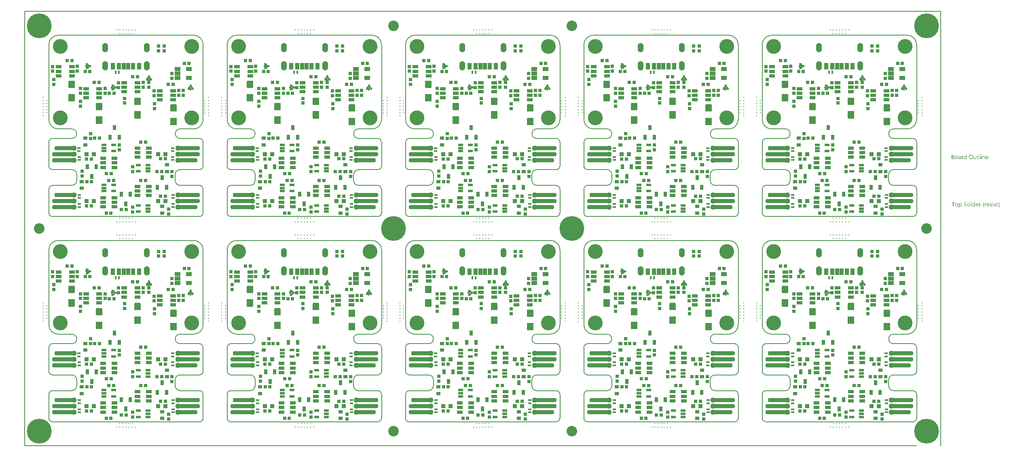
<source format=gts>
G04*
G04 #@! TF.GenerationSoftware,Altium Limited,Altium Designer,21.5.1 (32)*
G04*
G04 Layer_Color=8388736*
%FSAX25Y25*%
%MOIN*%
G70*
G04*
G04 #@! TF.SameCoordinates,E99C0FF3-4C0A-44BC-87B1-091C8A248283*
G04*
G04*
G04 #@! TF.FilePolarity,Negative*
G04*
G01*
G75*
G04:AMPARAMS|DCode=31|XSize=35.43mil|YSize=169.29mil|CornerRadius=13.82mil|HoleSize=0mil|Usage=FLASHONLY|Rotation=270.000|XOffset=0mil|YOffset=0mil|HoleType=Round|Shape=RoundedRectangle|*
%AMROUNDEDRECTD31*
21,1,0.03543,0.14165,0,0,270.0*
21,1,0.00780,0.16929,0,0,270.0*
1,1,0.02764,-0.07083,-0.00390*
1,1,0.02764,-0.07083,0.00390*
1,1,0.02764,0.07083,0.00390*
1,1,0.02764,0.07083,-0.00390*
%
%ADD31ROUNDEDRECTD31*%
G04:AMPARAMS|DCode=32|XSize=35.43mil|YSize=188.98mil|CornerRadius=13.82mil|HoleSize=0mil|Usage=FLASHONLY|Rotation=270.000|XOffset=0mil|YOffset=0mil|HoleType=Round|Shape=RoundedRectangle|*
%AMROUNDEDRECTD32*
21,1,0.03543,0.16134,0,0,270.0*
21,1,0.00780,0.18898,0,0,270.0*
1,1,0.02764,-0.08067,-0.00390*
1,1,0.02764,-0.08067,0.00390*
1,1,0.02764,0.08067,0.00390*
1,1,0.02764,0.08067,-0.00390*
%
%ADD32ROUNDEDRECTD32*%
%ADD40C,0.00787*%
%ADD47C,0.04370*%
%ADD59C,0.08674*%
%ADD60R,0.04921X0.05906*%
%ADD61R,0.02559X0.02756*%
%ADD62R,0.02756X0.02559*%
%ADD63O,0.00600X0.00601*%
%ADD64C,0.02191*%
%ADD65R,0.03740X0.03740*%
%ADD66R,0.04528X0.02953*%
%ADD67R,0.03740X0.05315*%
%ADD68R,0.03583X0.05315*%
%ADD69R,0.03347X0.05315*%
%ADD70O,0.00601X0.00600*%
%ADD71R,0.03740X0.02953*%
%ADD72R,0.02756X0.02559*%
%ADD73R,0.02953X0.04134*%
%ADD74R,0.04134X0.02165*%
%ADD75R,0.05315X0.05709*%
%ADD76R,0.05315X0.05906*%
%ADD77R,0.02559X0.02756*%
%ADD78R,0.01575X0.02559*%
%ADD79R,0.02559X0.01575*%
%ADD80R,0.04528X0.03347*%
%ADD81C,0.00800*%
%ADD82C,0.20485*%
%ADD83C,0.12205*%
G04:AMPARAMS|DCode=84|XSize=49.21mil|YSize=76.77mil|CornerRadius=22.44mil|HoleSize=0mil|Usage=FLASHONLY|Rotation=180.000|XOffset=0mil|YOffset=0mil|HoleType=Round|Shape=RoundedRectangle|*
%AMROUNDEDRECTD84*
21,1,0.04921,0.03189,0,0,180.0*
21,1,0.00433,0.07677,0,0,180.0*
1,1,0.04488,-0.00217,0.01595*
1,1,0.04488,0.00217,0.01595*
1,1,0.04488,0.00217,-0.01595*
1,1,0.04488,-0.00217,-0.01595*
%
%ADD84ROUNDEDRECTD84*%
%ADD85C,0.00591*%
G36*
X0619449Y0296159D02*
X0619452Y0296159D01*
X0619472Y0296157D01*
X0619492Y0296156D01*
X0619495Y0296155D01*
X0619498Y0296154D01*
X0619518Y0296149D01*
X0619537Y0296145D01*
X0619540Y0296143D01*
X0619543Y0296143D01*
X0620247Y0295898D01*
X0620249Y0295896D01*
X0620252Y0295895D01*
X0620271Y0295887D01*
X0620289Y0295879D01*
X0620292Y0295877D01*
X0620295Y0295876D01*
X0620311Y0295865D01*
X0620328Y0295854D01*
X0620330Y0295852D01*
X0620333Y0295850D01*
X0620917Y0295387D01*
X0620919Y0295385D01*
X0620922Y0295383D01*
X0620936Y0295369D01*
X0620951Y0295355D01*
X0620953Y0295353D01*
X0620955Y0295351D01*
X0620967Y0295335D01*
X0620979Y0295319D01*
X0620981Y0295316D01*
X0620983Y0295314D01*
X0621382Y0294684D01*
X0621383Y0294682D01*
X0621385Y0294679D01*
X0621394Y0294661D01*
X0621404Y0294643D01*
X0621405Y0294640D01*
X0621406Y0294637D01*
X0621412Y0294618D01*
X0621419Y0294599D01*
X0621419Y0294596D01*
X0621420Y0294593D01*
X0621452Y0294459D01*
X0622481D01*
X0622527Y0294456D01*
X0622572Y0294445D01*
X0622603Y0294432D01*
X0622615Y0294427D01*
X0622655Y0294403D01*
X0622690Y0294372D01*
X0622984Y0294079D01*
X0623014Y0294043D01*
X0623038Y0294004D01*
X0623044Y0293991D01*
X0623056Y0293961D01*
X0623067Y0293916D01*
X0623071Y0293869D01*
Y0293454D01*
D01*
Y0293454D01*
X0623067Y0293407D01*
X0623056Y0293362D01*
X0623047Y0293341D01*
X0623038Y0293319D01*
X0623014Y0293280D01*
X0622984Y0293244D01*
X0622984Y0293244D01*
X0622690Y0292951D01*
X0622690Y0292951D01*
X0622655Y0292920D01*
X0622615Y0292896D01*
X0622597Y0292889D01*
X0622572Y0292878D01*
X0622527Y0292867D01*
X0622481Y0292864D01*
X0622273D01*
X0621452Y0292864D01*
X0621420Y0292730D01*
X0621419Y0292727D01*
X0621419Y0292724D01*
X0621412Y0292705D01*
X0621406Y0292686D01*
X0621405Y0292683D01*
X0621404Y0292680D01*
X0621394Y0292662D01*
X0621385Y0292644D01*
X0621383Y0292641D01*
X0621382Y0292639D01*
X0620983Y0292009D01*
X0620981Y0292007D01*
X0620979Y0292004D01*
X0620967Y0291988D01*
X0620955Y0291972D01*
X0620953Y0291970D01*
X0620951Y0291968D01*
X0620936Y0291954D01*
X0620922Y0291940D01*
X0620919Y0291938D01*
X0620917Y0291936D01*
X0620333Y0291473D01*
X0620330Y0291471D01*
X0620328Y0291469D01*
X0620311Y0291458D01*
X0620295Y0291447D01*
X0620292Y0291446D01*
X0620289Y0291444D01*
X0620271Y0291436D01*
X0620252Y0291427D01*
X0620249Y0291427D01*
X0620247Y0291425D01*
X0619543Y0291180D01*
X0619540Y0291179D01*
X0619537Y0291178D01*
X0619518Y0291174D01*
X0619498Y0291168D01*
X0619495Y0291168D01*
X0619492Y0291167D01*
X0619472Y0291166D01*
X0619452Y0291164D01*
X0619449Y0291164D01*
X0619446Y0291164D01*
X0618993D01*
X0618982Y0291165D01*
X0618970D01*
X0618958Y0291166D01*
X0618947Y0291167D01*
X0618935Y0291170D01*
X0618924Y0291172D01*
X0618913Y0291176D01*
X0618902Y0291178D01*
X0618891Y0291183D01*
X0618880Y0291186D01*
X0618732Y0291247D01*
X0618722Y0291253D01*
X0618711Y0291257D01*
X0618701Y0291263D01*
X0618691Y0291268D01*
X0618681Y0291275D01*
X0618671Y0291281D01*
X0618663Y0291289D01*
X0618653Y0291296D01*
X0618645Y0291304D01*
X0618636Y0291312D01*
X0618523Y0291425D01*
X0618515Y0291434D01*
X0618507Y0291442D01*
X0618501Y0291451D01*
X0618493Y0291460D01*
X0618487Y0291470D01*
X0618480Y0291479D01*
X0618475Y0291490D01*
X0618469Y0291499D01*
X0618464Y0291510D01*
X0618459Y0291521D01*
X0618398Y0291668D01*
X0618394Y0291679D01*
X0618390Y0291690D01*
X0618387Y0291701D01*
X0618383Y0291712D01*
X0618382Y0291724D01*
X0618379Y0291735D01*
X0618378Y0291747D01*
X0618376Y0291758D01*
Y0291770D01*
X0618375Y0291782D01*
Y0291862D01*
Y0291941D01*
X0618376Y0291953D01*
Y0291965D01*
X0618378Y0291976D01*
X0618379Y0291988D01*
X0618382Y0291999D01*
X0618383Y0292010D01*
X0618387Y0292021D01*
X0618390Y0292033D01*
X0618394Y0292044D01*
X0618398Y0292055D01*
X0618459Y0292202D01*
X0618464Y0292213D01*
X0618469Y0292223D01*
X0618475Y0292233D01*
X0618480Y0292244D01*
X0618487Y0292253D01*
X0618493Y0292263D01*
X0618501Y0292272D01*
X0618507Y0292281D01*
X0618516Y0292289D01*
X0618523Y0292298D01*
X0618636Y0292411D01*
X0618645Y0292419D01*
X0618653Y0292427D01*
X0618663Y0292434D01*
X0618671Y0292441D01*
X0618681Y0292447D01*
X0618691Y0292454D01*
X0618701Y0292460D01*
X0618711Y0292466D01*
X0618722Y0292470D01*
X0618732Y0292476D01*
X0618880Y0292537D01*
X0618891Y0292540D01*
X0618902Y0292545D01*
X0618913Y0292547D01*
X0618924Y0292551D01*
X0618935Y0292553D01*
X0618947Y0292555D01*
X0618958Y0292556D01*
X0618970Y0292558D01*
X0618981D01*
X0618993Y0292559D01*
X0619058D01*
X0619273Y0292580D01*
X0619682Y0292750D01*
X0619985Y0293052D01*
X0620154Y0293461D01*
X0620174Y0293661D01*
X0620154Y0293862D01*
X0619985Y0294271D01*
X0619682Y0294573D01*
X0619273Y0294743D01*
X0619058Y0294764D01*
X0618993D01*
X0618982Y0294765D01*
X0618970D01*
X0618958Y0294766D01*
X0618947Y0294767D01*
X0618935Y0294770D01*
X0618924Y0294772D01*
X0618913Y0294776D01*
X0618902Y0294778D01*
X0618891Y0294783D01*
X0618880Y0294786D01*
X0618732Y0294847D01*
X0618722Y0294853D01*
X0618711Y0294857D01*
X0618701Y0294863D01*
X0618691Y0294868D01*
X0618681Y0294875D01*
X0618671Y0294881D01*
X0618663Y0294889D01*
X0618653Y0294896D01*
X0618645Y0294904D01*
X0618636Y0294912D01*
X0618523Y0295025D01*
X0618515Y0295034D01*
X0618507Y0295042D01*
X0618501Y0295051D01*
X0618493Y0295060D01*
X0618487Y0295070D01*
X0618480Y0295079D01*
X0618475Y0295090D01*
X0618469Y0295099D01*
X0618464Y0295110D01*
X0618459Y0295121D01*
X0618398Y0295268D01*
X0618394Y0295279D01*
X0618390Y0295290D01*
X0618387Y0295301D01*
X0618383Y0295312D01*
X0618382Y0295324D01*
X0618379Y0295335D01*
X0618378Y0295347D01*
X0618376Y0295358D01*
Y0295370D01*
X0618375Y0295382D01*
Y0295462D01*
Y0295541D01*
X0618376Y0295553D01*
Y0295565D01*
X0618378Y0295576D01*
X0618379Y0295588D01*
X0618382Y0295599D01*
X0618383Y0295610D01*
X0618387Y0295621D01*
X0618390Y0295633D01*
X0618394Y0295644D01*
X0618398Y0295655D01*
X0618459Y0295802D01*
X0618464Y0295813D01*
X0618469Y0295823D01*
X0618475Y0295833D01*
X0618480Y0295844D01*
X0618487Y0295853D01*
X0618493Y0295863D01*
X0618501Y0295872D01*
X0618507Y0295881D01*
X0618516Y0295889D01*
X0618523Y0295898D01*
X0618636Y0296011D01*
X0618645Y0296019D01*
X0618653Y0296027D01*
X0618663Y0296034D01*
X0618671Y0296041D01*
X0618681Y0296047D01*
X0618691Y0296054D01*
X0618701Y0296060D01*
X0618711Y0296066D01*
X0618722Y0296070D01*
X0618732Y0296076D01*
X0618880Y0296137D01*
X0618891Y0296140D01*
X0618902Y0296145D01*
X0618913Y0296147D01*
X0618924Y0296151D01*
X0618935Y0296153D01*
X0618947Y0296156D01*
X0618958Y0296156D01*
X0618970Y0296158D01*
X0618981D01*
X0618993Y0296159D01*
X0619446D01*
X0619449Y0296159D01*
D02*
G37*
G36*
X0472445D02*
X0472448Y0296159D01*
X0472468Y0296157D01*
X0472488Y0296156D01*
X0472491Y0296155D01*
X0472494Y0296154D01*
X0472514Y0296149D01*
X0472533Y0296145D01*
X0472536Y0296143D01*
X0472539Y0296143D01*
X0473243Y0295898D01*
X0473245Y0295896D01*
X0473248Y0295895D01*
X0473267Y0295887D01*
X0473285Y0295879D01*
X0473288Y0295877D01*
X0473290Y0295876D01*
X0473307Y0295865D01*
X0473324Y0295854D01*
X0473326Y0295852D01*
X0473329Y0295850D01*
X0473913Y0295387D01*
X0473915Y0295385D01*
X0473918Y0295383D01*
X0473932Y0295369D01*
X0473947Y0295355D01*
X0473949Y0295353D01*
X0473951Y0295351D01*
X0473963Y0295335D01*
X0473976Y0295319D01*
X0473977Y0295316D01*
X0473979Y0295314D01*
X0474378Y0294684D01*
X0474379Y0294682D01*
X0474381Y0294679D01*
X0474390Y0294661D01*
X0474400Y0294643D01*
X0474401Y0294640D01*
X0474402Y0294637D01*
X0474408Y0294618D01*
X0474415Y0294599D01*
X0474415Y0294596D01*
X0474416Y0294593D01*
X0474447Y0294459D01*
X0475477D01*
X0475523Y0294456D01*
X0475568Y0294445D01*
X0475599Y0294432D01*
X0475611Y0294427D01*
X0475651Y0294403D01*
X0475686Y0294372D01*
X0475980Y0294079D01*
X0476010Y0294043D01*
X0476034Y0294004D01*
X0476040Y0293991D01*
X0476052Y0293961D01*
X0476063Y0293916D01*
X0476067Y0293869D01*
Y0293454D01*
D01*
Y0293454D01*
X0476063Y0293407D01*
X0476052Y0293362D01*
X0476043Y0293341D01*
X0476034Y0293319D01*
X0476010Y0293280D01*
X0475980Y0293244D01*
X0475980Y0293244D01*
X0475686Y0292951D01*
X0475686Y0292951D01*
X0475651Y0292920D01*
X0475611Y0292896D01*
X0475593Y0292889D01*
X0475568Y0292878D01*
X0475523Y0292867D01*
X0475477Y0292864D01*
X0475269D01*
X0474447Y0292864D01*
X0474416Y0292730D01*
X0474415Y0292727D01*
X0474415Y0292724D01*
X0474408Y0292705D01*
X0474402Y0292686D01*
X0474401Y0292683D01*
X0474400Y0292680D01*
X0474390Y0292662D01*
X0474381Y0292644D01*
X0474379Y0292641D01*
X0474378Y0292639D01*
X0473979Y0292009D01*
X0473977Y0292007D01*
X0473976Y0292004D01*
X0473963Y0291988D01*
X0473951Y0291972D01*
X0473949Y0291970D01*
X0473947Y0291968D01*
X0473932Y0291954D01*
X0473918Y0291940D01*
X0473915Y0291938D01*
X0473913Y0291936D01*
X0473329Y0291473D01*
X0473326Y0291471D01*
X0473324Y0291469D01*
X0473307Y0291458D01*
X0473290Y0291447D01*
X0473288Y0291446D01*
X0473285Y0291444D01*
X0473267Y0291436D01*
X0473248Y0291427D01*
X0473245Y0291427D01*
X0473243Y0291425D01*
X0472539Y0291180D01*
X0472536Y0291179D01*
X0472533Y0291178D01*
X0472514Y0291174D01*
X0472494Y0291168D01*
X0472491Y0291168D01*
X0472488Y0291167D01*
X0472468Y0291166D01*
X0472448Y0291164D01*
X0472445Y0291164D01*
X0472441Y0291164D01*
X0471989D01*
X0471978Y0291165D01*
X0471966D01*
X0471954Y0291166D01*
X0471943Y0291167D01*
X0471932Y0291170D01*
X0471920Y0291172D01*
X0471909Y0291176D01*
X0471898Y0291178D01*
X0471887Y0291183D01*
X0471876Y0291186D01*
X0471728Y0291247D01*
X0471718Y0291253D01*
X0471707Y0291257D01*
X0471697Y0291263D01*
X0471687Y0291268D01*
X0471677Y0291275D01*
X0471667Y0291281D01*
X0471659Y0291289D01*
X0471649Y0291296D01*
X0471641Y0291304D01*
X0471632Y0291312D01*
X0471519Y0291425D01*
X0471512Y0291434D01*
X0471503Y0291442D01*
X0471497Y0291451D01*
X0471489Y0291460D01*
X0471483Y0291470D01*
X0471476Y0291479D01*
X0471471Y0291490D01*
X0471465Y0291499D01*
X0471460Y0291510D01*
X0471455Y0291521D01*
X0471394Y0291668D01*
X0471390Y0291679D01*
X0471386Y0291690D01*
X0471383Y0291701D01*
X0471380Y0291712D01*
X0471378Y0291724D01*
X0471375Y0291735D01*
X0471374Y0291747D01*
X0471372Y0291758D01*
Y0291770D01*
X0471371Y0291782D01*
Y0291862D01*
Y0291941D01*
X0471372Y0291953D01*
Y0291965D01*
X0471374Y0291976D01*
X0471375Y0291988D01*
X0471378Y0291999D01*
X0471380Y0292010D01*
X0471383Y0292021D01*
X0471386Y0292033D01*
X0471390Y0292044D01*
X0471394Y0292055D01*
X0471455Y0292202D01*
X0471460Y0292213D01*
X0471465Y0292223D01*
X0471471Y0292233D01*
X0471476Y0292244D01*
X0471483Y0292253D01*
X0471489Y0292263D01*
X0471496Y0292272D01*
X0471503Y0292281D01*
X0471512Y0292289D01*
X0471519Y0292298D01*
X0471632Y0292411D01*
X0471641Y0292419D01*
X0471649Y0292427D01*
X0471659Y0292434D01*
X0471667Y0292441D01*
X0471677Y0292447D01*
X0471687Y0292454D01*
X0471697Y0292460D01*
X0471707Y0292466D01*
X0471718Y0292470D01*
X0471728Y0292476D01*
X0471876Y0292537D01*
X0471887Y0292540D01*
X0471898Y0292545D01*
X0471909Y0292547D01*
X0471920Y0292551D01*
X0471932Y0292553D01*
X0471943Y0292555D01*
X0471954Y0292556D01*
X0471966Y0292558D01*
X0471978D01*
X0471989Y0292559D01*
X0472054D01*
X0472269Y0292580D01*
X0472678Y0292750D01*
X0472981Y0293052D01*
X0473150Y0293461D01*
X0473170Y0293661D01*
X0473150Y0293862D01*
X0472981Y0294271D01*
X0472678Y0294573D01*
X0472269Y0294743D01*
X0472054Y0294764D01*
X0471989D01*
X0471978Y0294765D01*
X0471966D01*
X0471954Y0294766D01*
X0471943Y0294767D01*
X0471932Y0294770D01*
X0471920Y0294772D01*
X0471909Y0294776D01*
X0471898Y0294778D01*
X0471887Y0294783D01*
X0471876Y0294786D01*
X0471728Y0294847D01*
X0471718Y0294853D01*
X0471707Y0294857D01*
X0471697Y0294863D01*
X0471687Y0294868D01*
X0471677Y0294875D01*
X0471667Y0294881D01*
X0471659Y0294889D01*
X0471649Y0294896D01*
X0471641Y0294904D01*
X0471632Y0294912D01*
X0471519Y0295025D01*
X0471512Y0295034D01*
X0471503Y0295042D01*
X0471497Y0295051D01*
X0471489Y0295060D01*
X0471483Y0295070D01*
X0471476Y0295079D01*
X0471471Y0295090D01*
X0471465Y0295099D01*
X0471460Y0295110D01*
X0471455Y0295121D01*
X0471394Y0295268D01*
X0471390Y0295279D01*
X0471386Y0295290D01*
X0471383Y0295301D01*
X0471380Y0295312D01*
X0471378Y0295324D01*
X0471375Y0295335D01*
X0471374Y0295347D01*
X0471372Y0295358D01*
Y0295370D01*
X0471371Y0295382D01*
Y0295462D01*
Y0295541D01*
X0471372Y0295553D01*
Y0295565D01*
X0471374Y0295576D01*
X0471375Y0295588D01*
X0471378Y0295599D01*
X0471380Y0295610D01*
X0471383Y0295621D01*
X0471386Y0295633D01*
X0471390Y0295644D01*
X0471394Y0295655D01*
X0471455Y0295802D01*
X0471460Y0295813D01*
X0471465Y0295823D01*
X0471471Y0295833D01*
X0471476Y0295844D01*
X0471483Y0295853D01*
X0471489Y0295863D01*
X0471496Y0295872D01*
X0471503Y0295881D01*
X0471512Y0295889D01*
X0471519Y0295898D01*
X0471632Y0296011D01*
X0471641Y0296019D01*
X0471649Y0296027D01*
X0471659Y0296034D01*
X0471667Y0296041D01*
X0471677Y0296047D01*
X0471687Y0296054D01*
X0471697Y0296060D01*
X0471707Y0296066D01*
X0471718Y0296070D01*
X0471728Y0296076D01*
X0471876Y0296137D01*
X0471887Y0296140D01*
X0471898Y0296145D01*
X0471909Y0296147D01*
X0471920Y0296151D01*
X0471932Y0296153D01*
X0471943Y0296156D01*
X0471954Y0296156D01*
X0471966Y0296158D01*
X0471978D01*
X0471989Y0296159D01*
X0472441D01*
X0472445Y0296159D01*
D02*
G37*
G36*
X0325441D02*
X0325444Y0296159D01*
X0325464Y0296157D01*
X0325484Y0296156D01*
X0325487Y0296155D01*
X0325490Y0296154D01*
X0325510Y0296149D01*
X0325529Y0296145D01*
X0325532Y0296143D01*
X0325535Y0296143D01*
X0326238Y0295898D01*
X0326241Y0295896D01*
X0326244Y0295895D01*
X0326263Y0295887D01*
X0326281Y0295879D01*
X0326284Y0295877D01*
X0326287Y0295876D01*
X0326304Y0295865D01*
X0326320Y0295854D01*
X0326323Y0295852D01*
X0326325Y0295850D01*
X0326909Y0295387D01*
X0326911Y0295385D01*
X0326914Y0295383D01*
X0326928Y0295369D01*
X0326943Y0295355D01*
X0326945Y0295353D01*
X0326947Y0295351D01*
X0326959Y0295335D01*
X0326972Y0295319D01*
X0326973Y0295316D01*
X0326975Y0295314D01*
X0327374Y0294684D01*
X0327375Y0294682D01*
X0327377Y0294679D01*
X0327386Y0294661D01*
X0327396Y0294643D01*
X0327397Y0294640D01*
X0327398Y0294637D01*
X0327404Y0294618D01*
X0327411Y0294599D01*
X0327411Y0294596D01*
X0327412Y0294593D01*
X0327444Y0294459D01*
X0328473D01*
X0328519Y0294456D01*
X0328564Y0294445D01*
X0328595Y0294432D01*
X0328607Y0294427D01*
X0328647Y0294403D01*
X0328682Y0294372D01*
X0328976Y0294079D01*
X0329006Y0294043D01*
X0329030Y0294004D01*
X0329036Y0293991D01*
X0329048Y0293961D01*
X0329059Y0293916D01*
X0329063Y0293869D01*
Y0293454D01*
D01*
Y0293454D01*
X0329059Y0293407D01*
X0329048Y0293362D01*
X0329039Y0293341D01*
X0329030Y0293319D01*
X0329006Y0293280D01*
X0328976Y0293244D01*
X0328976Y0293244D01*
X0328682Y0292951D01*
X0328682Y0292951D01*
X0328647Y0292920D01*
X0328607Y0292896D01*
X0328589Y0292889D01*
X0328564Y0292878D01*
X0328519Y0292867D01*
X0328473Y0292864D01*
X0328265D01*
X0327444Y0292864D01*
X0327412Y0292730D01*
X0327411Y0292727D01*
X0327411Y0292724D01*
X0327404Y0292705D01*
X0327398Y0292686D01*
X0327397Y0292683D01*
X0327396Y0292680D01*
X0327386Y0292662D01*
X0327377Y0292644D01*
X0327375Y0292641D01*
X0327374Y0292639D01*
X0326975Y0292009D01*
X0326973Y0292007D01*
X0326972Y0292004D01*
X0326959Y0291988D01*
X0326947Y0291972D01*
X0326945Y0291970D01*
X0326943Y0291968D01*
X0326928Y0291954D01*
X0326914Y0291940D01*
X0326911Y0291938D01*
X0326909Y0291936D01*
X0326325Y0291473D01*
X0326323Y0291471D01*
X0326320Y0291469D01*
X0326303Y0291458D01*
X0326287Y0291447D01*
X0326284Y0291446D01*
X0326281Y0291444D01*
X0326263Y0291436D01*
X0326244Y0291427D01*
X0326241Y0291427D01*
X0326238Y0291425D01*
X0325535Y0291180D01*
X0325532Y0291179D01*
X0325529Y0291178D01*
X0325510Y0291174D01*
X0325490Y0291168D01*
X0325487Y0291168D01*
X0325484Y0291167D01*
X0325464Y0291166D01*
X0325444Y0291164D01*
X0325441Y0291164D01*
X0325437Y0291164D01*
X0324985D01*
X0324974Y0291165D01*
X0324962D01*
X0324950Y0291166D01*
X0324939Y0291167D01*
X0324927Y0291170D01*
X0324916Y0291172D01*
X0324905Y0291176D01*
X0324894Y0291178D01*
X0324883Y0291183D01*
X0324872Y0291186D01*
X0324724Y0291247D01*
X0324714Y0291253D01*
X0324703Y0291257D01*
X0324693Y0291263D01*
X0324683Y0291268D01*
X0324673Y0291275D01*
X0324663Y0291281D01*
X0324655Y0291289D01*
X0324645Y0291296D01*
X0324637Y0291304D01*
X0324628Y0291312D01*
X0324515Y0291425D01*
X0324508Y0291434D01*
X0324499Y0291442D01*
X0324493Y0291451D01*
X0324485Y0291460D01*
X0324479Y0291470D01*
X0324472Y0291479D01*
X0324467Y0291490D01*
X0324461Y0291499D01*
X0324456Y0291510D01*
X0324451Y0291521D01*
X0324390Y0291668D01*
X0324386Y0291679D01*
X0324382Y0291690D01*
X0324379Y0291701D01*
X0324376Y0291712D01*
X0324374Y0291724D01*
X0324371Y0291735D01*
X0324370Y0291747D01*
X0324368Y0291758D01*
Y0291770D01*
X0324367Y0291782D01*
Y0291862D01*
Y0291941D01*
X0324368Y0291953D01*
Y0291965D01*
X0324370Y0291976D01*
X0324371Y0291988D01*
X0324374Y0291999D01*
X0324376Y0292010D01*
X0324379Y0292021D01*
X0324382Y0292033D01*
X0324386Y0292044D01*
X0324390Y0292055D01*
X0324451Y0292202D01*
X0324456Y0292213D01*
X0324461Y0292223D01*
X0324467Y0292233D01*
X0324472Y0292244D01*
X0324479Y0292253D01*
X0324485Y0292263D01*
X0324493Y0292272D01*
X0324499Y0292281D01*
X0324508Y0292289D01*
X0324515Y0292298D01*
X0324628Y0292411D01*
X0324637Y0292419D01*
X0324645Y0292427D01*
X0324655Y0292434D01*
X0324663Y0292441D01*
X0324673Y0292447D01*
X0324683Y0292454D01*
X0324693Y0292460D01*
X0324703Y0292466D01*
X0324714Y0292470D01*
X0324724Y0292476D01*
X0324872Y0292537D01*
X0324883Y0292540D01*
X0324894Y0292545D01*
X0324905Y0292547D01*
X0324916Y0292551D01*
X0324927Y0292553D01*
X0324939Y0292555D01*
X0324951Y0292556D01*
X0324962Y0292558D01*
X0324974D01*
X0324985Y0292559D01*
X0325050D01*
X0325265Y0292580D01*
X0325674Y0292750D01*
X0325977Y0293052D01*
X0326146Y0293461D01*
X0326166Y0293661D01*
X0326146Y0293862D01*
X0325977Y0294271D01*
X0325674Y0294573D01*
X0325265Y0294743D01*
X0325050Y0294764D01*
X0324985D01*
X0324974Y0294765D01*
X0324962D01*
X0324950Y0294766D01*
X0324939Y0294767D01*
X0324927Y0294770D01*
X0324916Y0294772D01*
X0324905Y0294776D01*
X0324894Y0294778D01*
X0324883Y0294783D01*
X0324872Y0294786D01*
X0324724Y0294847D01*
X0324714Y0294853D01*
X0324703Y0294857D01*
X0324693Y0294863D01*
X0324683Y0294868D01*
X0324673Y0294875D01*
X0324663Y0294881D01*
X0324655Y0294889D01*
X0324645Y0294896D01*
X0324637Y0294904D01*
X0324628Y0294912D01*
X0324515Y0295025D01*
X0324508Y0295034D01*
X0324499Y0295042D01*
X0324493Y0295051D01*
X0324485Y0295060D01*
X0324479Y0295070D01*
X0324472Y0295079D01*
X0324467Y0295090D01*
X0324461Y0295099D01*
X0324456Y0295110D01*
X0324451Y0295121D01*
X0324390Y0295268D01*
X0324386Y0295279D01*
X0324382Y0295290D01*
X0324379Y0295301D01*
X0324376Y0295312D01*
X0324374Y0295324D01*
X0324371Y0295335D01*
X0324370Y0295347D01*
X0324368Y0295358D01*
Y0295370D01*
X0324367Y0295382D01*
Y0295462D01*
Y0295541D01*
X0324368Y0295553D01*
Y0295565D01*
X0324370Y0295576D01*
X0324371Y0295588D01*
X0324374Y0295599D01*
X0324376Y0295610D01*
X0324379Y0295621D01*
X0324382Y0295633D01*
X0324386Y0295644D01*
X0324390Y0295655D01*
X0324451Y0295802D01*
X0324456Y0295813D01*
X0324461Y0295823D01*
X0324467Y0295833D01*
X0324472Y0295844D01*
X0324479Y0295853D01*
X0324485Y0295863D01*
X0324493Y0295872D01*
X0324499Y0295881D01*
X0324508Y0295889D01*
X0324515Y0295898D01*
X0324628Y0296011D01*
X0324637Y0296019D01*
X0324645Y0296027D01*
X0324655Y0296034D01*
X0324663Y0296041D01*
X0324673Y0296047D01*
X0324683Y0296054D01*
X0324693Y0296060D01*
X0324703Y0296066D01*
X0324714Y0296070D01*
X0324724Y0296076D01*
X0324872Y0296137D01*
X0324883Y0296140D01*
X0324894Y0296145D01*
X0324905Y0296147D01*
X0324916Y0296151D01*
X0324927Y0296153D01*
X0324939Y0296156D01*
X0324951Y0296156D01*
X0324962Y0296158D01*
X0324974D01*
X0324985Y0296159D01*
X0325437D01*
X0325441Y0296159D01*
D02*
G37*
G36*
X0178437D02*
X0178440Y0296159D01*
X0178460Y0296157D01*
X0178480Y0296156D01*
X0178483Y0296155D01*
X0178486Y0296154D01*
X0178506Y0296149D01*
X0178525Y0296145D01*
X0178528Y0296143D01*
X0178531Y0296143D01*
X0179235Y0295898D01*
X0179237Y0295896D01*
X0179241Y0295895D01*
X0179259Y0295887D01*
X0179277Y0295879D01*
X0179280Y0295877D01*
X0179283Y0295876D01*
X0179299Y0295865D01*
X0179316Y0295854D01*
X0179319Y0295852D01*
X0179321Y0295850D01*
X0179905Y0295387D01*
X0179907Y0295385D01*
X0179910Y0295383D01*
X0179924Y0295369D01*
X0179939Y0295355D01*
X0179941Y0295353D01*
X0179943Y0295351D01*
X0179955Y0295335D01*
X0179968Y0295319D01*
X0179969Y0295316D01*
X0179971Y0295314D01*
X0180370Y0294684D01*
X0180371Y0294682D01*
X0180373Y0294679D01*
X0180382Y0294661D01*
X0180392Y0294643D01*
X0180393Y0294640D01*
X0180394Y0294637D01*
X0180400Y0294618D01*
X0180407Y0294599D01*
X0180407Y0294596D01*
X0180408Y0294593D01*
X0180440Y0294459D01*
X0181469D01*
X0181515Y0294456D01*
X0181560Y0294445D01*
X0181591Y0294432D01*
X0181603Y0294427D01*
X0181643Y0294403D01*
X0181678Y0294372D01*
X0181972Y0294079D01*
X0182002Y0294043D01*
X0182027Y0294004D01*
X0182032Y0293991D01*
X0182044Y0293961D01*
X0182055Y0293916D01*
X0182059Y0293869D01*
Y0293454D01*
D01*
Y0293454D01*
X0182055Y0293407D01*
X0182044Y0293362D01*
X0182035Y0293341D01*
X0182027Y0293319D01*
X0182002Y0293280D01*
X0181972Y0293244D01*
X0181972Y0293244D01*
X0181678Y0292951D01*
X0181678Y0292951D01*
X0181643Y0292920D01*
X0181603Y0292896D01*
X0181586Y0292889D01*
X0181560Y0292878D01*
X0181515Y0292867D01*
X0181469Y0292864D01*
X0181261D01*
X0180440Y0292864D01*
X0180408Y0292730D01*
X0180407Y0292727D01*
X0180407Y0292724D01*
X0180400Y0292705D01*
X0180394Y0292686D01*
X0180393Y0292683D01*
X0180392Y0292680D01*
X0180382Y0292662D01*
X0180373Y0292644D01*
X0180371Y0292641D01*
X0180370Y0292639D01*
X0179971Y0292009D01*
X0179969Y0292007D01*
X0179968Y0292004D01*
X0179955Y0291988D01*
X0179943Y0291972D01*
X0179941Y0291970D01*
X0179939Y0291968D01*
X0179924Y0291954D01*
X0179910Y0291940D01*
X0179907Y0291938D01*
X0179905Y0291936D01*
X0179321Y0291473D01*
X0179319Y0291471D01*
X0179316Y0291469D01*
X0179299Y0291458D01*
X0179283Y0291447D01*
X0179280Y0291446D01*
X0179277Y0291444D01*
X0179259Y0291436D01*
X0179241Y0291427D01*
X0179237Y0291427D01*
X0179235Y0291425D01*
X0178531Y0291180D01*
X0178528Y0291179D01*
X0178525Y0291178D01*
X0178506Y0291174D01*
X0178486Y0291168D01*
X0178483Y0291168D01*
X0178480Y0291167D01*
X0178460Y0291166D01*
X0178440Y0291164D01*
X0178437Y0291164D01*
X0178434Y0291164D01*
X0177981D01*
X0177970Y0291165D01*
X0177958D01*
X0177946Y0291166D01*
X0177935Y0291167D01*
X0177924Y0291170D01*
X0177912Y0291172D01*
X0177901Y0291176D01*
X0177890Y0291178D01*
X0177879Y0291183D01*
X0177868Y0291186D01*
X0177720Y0291247D01*
X0177710Y0291253D01*
X0177699Y0291257D01*
X0177689Y0291263D01*
X0177679Y0291268D01*
X0177669Y0291275D01*
X0177659Y0291281D01*
X0177651Y0291289D01*
X0177641Y0291296D01*
X0177633Y0291304D01*
X0177624Y0291312D01*
X0177511Y0291425D01*
X0177504Y0291434D01*
X0177496Y0291442D01*
X0177489Y0291451D01*
X0177481Y0291460D01*
X0177475Y0291470D01*
X0177468Y0291479D01*
X0177463Y0291490D01*
X0177457Y0291499D01*
X0177452Y0291510D01*
X0177447Y0291521D01*
X0177386Y0291668D01*
X0177382Y0291679D01*
X0177378Y0291690D01*
X0177375Y0291701D01*
X0177372Y0291712D01*
X0177370Y0291724D01*
X0177367Y0291735D01*
X0177366Y0291747D01*
X0177364Y0291758D01*
Y0291770D01*
X0177363Y0291782D01*
Y0291862D01*
Y0291941D01*
X0177364Y0291953D01*
Y0291965D01*
X0177366Y0291976D01*
X0177367Y0291988D01*
X0177370Y0291999D01*
X0177372Y0292010D01*
X0177375Y0292021D01*
X0177378Y0292033D01*
X0177382Y0292044D01*
X0177386Y0292055D01*
X0177447Y0292202D01*
X0177452Y0292213D01*
X0177457Y0292223D01*
X0177463Y0292233D01*
X0177468Y0292244D01*
X0177475Y0292253D01*
X0177481Y0292263D01*
X0177489Y0292272D01*
X0177496Y0292281D01*
X0177504Y0292289D01*
X0177511Y0292298D01*
X0177624Y0292411D01*
X0177633Y0292419D01*
X0177641Y0292427D01*
X0177651Y0292434D01*
X0177659Y0292441D01*
X0177670Y0292447D01*
X0177679Y0292454D01*
X0177689Y0292460D01*
X0177699Y0292466D01*
X0177710Y0292470D01*
X0177720Y0292476D01*
X0177868Y0292537D01*
X0177879Y0292540D01*
X0177890Y0292545D01*
X0177901Y0292547D01*
X0177912Y0292551D01*
X0177924Y0292553D01*
X0177935Y0292555D01*
X0177946Y0292556D01*
X0177958Y0292558D01*
X0177970D01*
X0177981Y0292559D01*
X0178047D01*
X0178261Y0292580D01*
X0178670Y0292750D01*
X0178973Y0293052D01*
X0179142Y0293461D01*
X0179162Y0293661D01*
X0179142Y0293862D01*
X0178973Y0294271D01*
X0178670Y0294573D01*
X0178261Y0294743D01*
X0178047Y0294764D01*
X0177981D01*
X0177970Y0294765D01*
X0177958D01*
X0177946Y0294766D01*
X0177935Y0294767D01*
X0177924Y0294770D01*
X0177912Y0294772D01*
X0177901Y0294776D01*
X0177890Y0294778D01*
X0177879Y0294783D01*
X0177868Y0294786D01*
X0177720Y0294847D01*
X0177710Y0294853D01*
X0177699Y0294857D01*
X0177689Y0294863D01*
X0177679Y0294868D01*
X0177669Y0294875D01*
X0177659Y0294881D01*
X0177651Y0294889D01*
X0177641Y0294896D01*
X0177633Y0294904D01*
X0177624Y0294912D01*
X0177511Y0295025D01*
X0177504Y0295034D01*
X0177496Y0295042D01*
X0177489Y0295051D01*
X0177481Y0295060D01*
X0177475Y0295070D01*
X0177468Y0295079D01*
X0177463Y0295090D01*
X0177457Y0295099D01*
X0177452Y0295110D01*
X0177447Y0295121D01*
X0177386Y0295268D01*
X0177382Y0295279D01*
X0177378Y0295290D01*
X0177375Y0295301D01*
X0177372Y0295312D01*
X0177370Y0295324D01*
X0177367Y0295335D01*
X0177366Y0295347D01*
X0177364Y0295358D01*
Y0295370D01*
X0177363Y0295382D01*
Y0295462D01*
Y0295541D01*
X0177364Y0295553D01*
Y0295565D01*
X0177366Y0295576D01*
X0177367Y0295588D01*
X0177370Y0295599D01*
X0177372Y0295610D01*
X0177375Y0295621D01*
X0177378Y0295633D01*
X0177382Y0295644D01*
X0177386Y0295655D01*
X0177447Y0295802D01*
X0177452Y0295813D01*
X0177457Y0295823D01*
X0177463Y0295833D01*
X0177468Y0295844D01*
X0177475Y0295853D01*
X0177481Y0295863D01*
X0177489Y0295872D01*
X0177496Y0295881D01*
X0177504Y0295889D01*
X0177511Y0295898D01*
X0177624Y0296011D01*
X0177633Y0296019D01*
X0177641Y0296027D01*
X0177651Y0296034D01*
X0177659Y0296041D01*
X0177670Y0296047D01*
X0177679Y0296054D01*
X0177689Y0296060D01*
X0177699Y0296066D01*
X0177710Y0296070D01*
X0177720Y0296076D01*
X0177868Y0296137D01*
X0177879Y0296140D01*
X0177890Y0296145D01*
X0177901Y0296147D01*
X0177912Y0296151D01*
X0177924Y0296153D01*
X0177935Y0296156D01*
X0177946Y0296156D01*
X0177958Y0296158D01*
X0177970D01*
X0177981Y0296159D01*
X0178434D01*
X0178437Y0296159D01*
D02*
G37*
G36*
X0031433D02*
X0031436Y0296159D01*
X0031456Y0296157D01*
X0031476Y0296156D01*
X0031479Y0296155D01*
X0031482Y0296154D01*
X0031502Y0296149D01*
X0031521Y0296145D01*
X0031524Y0296143D01*
X0031527Y0296143D01*
X0032231Y0295898D01*
X0032234Y0295896D01*
X0032236Y0295895D01*
X0032255Y0295887D01*
X0032273Y0295879D01*
X0032276Y0295877D01*
X0032279Y0295876D01*
X0032296Y0295865D01*
X0032312Y0295854D01*
X0032315Y0295852D01*
X0032317Y0295850D01*
X0032901Y0295387D01*
X0032903Y0295385D01*
X0032906Y0295383D01*
X0032920Y0295369D01*
X0032935Y0295355D01*
X0032937Y0295353D01*
X0032939Y0295351D01*
X0032951Y0295335D01*
X0032964Y0295319D01*
X0032965Y0295316D01*
X0032967Y0295314D01*
X0033366Y0294684D01*
X0033367Y0294682D01*
X0033369Y0294679D01*
X0033378Y0294661D01*
X0033388Y0294643D01*
X0033389Y0294640D01*
X0033390Y0294637D01*
X0033396Y0294618D01*
X0033403Y0294599D01*
X0033403Y0294596D01*
X0033404Y0294593D01*
X0033436Y0294459D01*
X0034465D01*
X0034511Y0294456D01*
X0034556Y0294445D01*
X0034587Y0294432D01*
X0034599Y0294427D01*
X0034639Y0294403D01*
X0034674Y0294372D01*
X0034968Y0294079D01*
X0034998Y0294043D01*
X0035023Y0294004D01*
X0035028Y0293991D01*
X0035040Y0293961D01*
X0035051Y0293916D01*
X0035055Y0293869D01*
Y0293454D01*
D01*
Y0293454D01*
X0035051Y0293407D01*
X0035040Y0293362D01*
X0035031Y0293341D01*
X0035023Y0293319D01*
X0034998Y0293280D01*
X0034968Y0293244D01*
X0034968Y0293244D01*
X0034674Y0292951D01*
X0034674Y0292951D01*
X0034639Y0292920D01*
X0034599Y0292896D01*
X0034582Y0292889D01*
X0034556Y0292878D01*
X0034511Y0292867D01*
X0034465Y0292864D01*
X0034257D01*
X0033436Y0292864D01*
X0033404Y0292730D01*
X0033403Y0292727D01*
X0033403Y0292724D01*
X0033396Y0292705D01*
X0033390Y0292686D01*
X0033389Y0292683D01*
X0033388Y0292680D01*
X0033378Y0292662D01*
X0033369Y0292644D01*
X0033367Y0292641D01*
X0033366Y0292639D01*
X0032967Y0292009D01*
X0032965Y0292007D01*
X0032964Y0292004D01*
X0032951Y0291988D01*
X0032939Y0291972D01*
X0032937Y0291970D01*
X0032935Y0291968D01*
X0032920Y0291954D01*
X0032906Y0291940D01*
X0032903Y0291938D01*
X0032901Y0291936D01*
X0032317Y0291473D01*
X0032315Y0291471D01*
X0032312Y0291469D01*
X0032295Y0291458D01*
X0032279Y0291447D01*
X0032276Y0291446D01*
X0032273Y0291444D01*
X0032255Y0291436D01*
X0032236Y0291427D01*
X0032234Y0291427D01*
X0032231Y0291425D01*
X0031527Y0291180D01*
X0031524Y0291179D01*
X0031521Y0291178D01*
X0031502Y0291174D01*
X0031482Y0291168D01*
X0031479Y0291168D01*
X0031476Y0291167D01*
X0031456Y0291166D01*
X0031436Y0291164D01*
X0031433Y0291164D01*
X0031430Y0291164D01*
X0030977D01*
X0030966Y0291165D01*
X0030954D01*
X0030942Y0291166D01*
X0030931Y0291167D01*
X0030920Y0291170D01*
X0030908Y0291172D01*
X0030897Y0291176D01*
X0030886Y0291178D01*
X0030875Y0291183D01*
X0030864Y0291186D01*
X0030716Y0291247D01*
X0030706Y0291253D01*
X0030695Y0291257D01*
X0030685Y0291263D01*
X0030675Y0291268D01*
X0030665Y0291275D01*
X0030656Y0291281D01*
X0030647Y0291289D01*
X0030637Y0291296D01*
X0030629Y0291304D01*
X0030620Y0291312D01*
X0030507Y0291425D01*
X0030500Y0291434D01*
X0030492Y0291442D01*
X0030485Y0291451D01*
X0030477Y0291460D01*
X0030471Y0291470D01*
X0030464Y0291479D01*
X0030459Y0291490D01*
X0030453Y0291499D01*
X0030448Y0291510D01*
X0030443Y0291521D01*
X0030382Y0291668D01*
X0030378Y0291679D01*
X0030374Y0291690D01*
X0030371Y0291701D01*
X0030368Y0291712D01*
X0030366Y0291724D01*
X0030363Y0291735D01*
X0030362Y0291747D01*
X0030360Y0291758D01*
Y0291770D01*
X0030359Y0291782D01*
Y0291862D01*
Y0291941D01*
X0030360Y0291953D01*
Y0291965D01*
X0030362Y0291976D01*
X0030363Y0291988D01*
X0030366Y0291999D01*
X0030368Y0292010D01*
X0030371Y0292021D01*
X0030374Y0292033D01*
X0030378Y0292044D01*
X0030382Y0292055D01*
X0030443Y0292202D01*
X0030448Y0292213D01*
X0030453Y0292223D01*
X0030459Y0292233D01*
X0030464Y0292244D01*
X0030471Y0292253D01*
X0030477Y0292263D01*
X0030485Y0292272D01*
X0030492Y0292281D01*
X0030500Y0292289D01*
X0030507Y0292298D01*
X0030620Y0292411D01*
X0030629Y0292419D01*
X0030637Y0292427D01*
X0030647Y0292434D01*
X0030656Y0292441D01*
X0030665Y0292447D01*
X0030675Y0292454D01*
X0030685Y0292460D01*
X0030695Y0292466D01*
X0030706Y0292470D01*
X0030716Y0292476D01*
X0030864Y0292537D01*
X0030875Y0292540D01*
X0030886Y0292545D01*
X0030897Y0292547D01*
X0030908Y0292551D01*
X0030920Y0292553D01*
X0030931Y0292555D01*
X0030942Y0292556D01*
X0030954Y0292558D01*
X0030966D01*
X0030977Y0292559D01*
X0031043D01*
X0031257Y0292580D01*
X0031666Y0292750D01*
X0031969Y0293052D01*
X0032138Y0293461D01*
X0032158Y0293661D01*
X0032138Y0293862D01*
X0031969Y0294271D01*
X0031666Y0294573D01*
X0031257Y0294743D01*
X0031043Y0294764D01*
X0030977D01*
X0030966Y0294765D01*
X0030954D01*
X0030942Y0294766D01*
X0030931Y0294767D01*
X0030920Y0294770D01*
X0030908Y0294772D01*
X0030897Y0294776D01*
X0030886Y0294778D01*
X0030875Y0294783D01*
X0030864Y0294786D01*
X0030716Y0294847D01*
X0030706Y0294853D01*
X0030695Y0294857D01*
X0030685Y0294863D01*
X0030675Y0294868D01*
X0030665Y0294875D01*
X0030656Y0294881D01*
X0030647Y0294889D01*
X0030637Y0294896D01*
X0030629Y0294904D01*
X0030620Y0294912D01*
X0030507Y0295025D01*
X0030500Y0295034D01*
X0030492Y0295042D01*
X0030485Y0295051D01*
X0030477Y0295060D01*
X0030471Y0295070D01*
X0030464Y0295079D01*
X0030459Y0295090D01*
X0030453Y0295099D01*
X0030448Y0295110D01*
X0030443Y0295121D01*
X0030382Y0295268D01*
X0030378Y0295279D01*
X0030374Y0295290D01*
X0030371Y0295301D01*
X0030368Y0295312D01*
X0030366Y0295324D01*
X0030363Y0295335D01*
X0030362Y0295347D01*
X0030360Y0295358D01*
Y0295370D01*
X0030359Y0295382D01*
Y0295462D01*
Y0295541D01*
X0030360Y0295553D01*
Y0295565D01*
X0030362Y0295576D01*
X0030363Y0295588D01*
X0030366Y0295599D01*
X0030368Y0295610D01*
X0030371Y0295621D01*
X0030374Y0295633D01*
X0030378Y0295644D01*
X0030382Y0295655D01*
X0030443Y0295802D01*
X0030448Y0295813D01*
X0030453Y0295823D01*
X0030459Y0295833D01*
X0030464Y0295844D01*
X0030471Y0295853D01*
X0030477Y0295863D01*
X0030485Y0295872D01*
X0030492Y0295881D01*
X0030500Y0295889D01*
X0030507Y0295898D01*
X0030620Y0296011D01*
X0030629Y0296019D01*
X0030637Y0296027D01*
X0030647Y0296034D01*
X0030656Y0296041D01*
X0030665Y0296047D01*
X0030675Y0296054D01*
X0030685Y0296060D01*
X0030695Y0296066D01*
X0030706Y0296070D01*
X0030716Y0296076D01*
X0030864Y0296137D01*
X0030875Y0296140D01*
X0030886Y0296145D01*
X0030897Y0296147D01*
X0030908Y0296151D01*
X0030920Y0296153D01*
X0030931Y0296156D01*
X0030942Y0296156D01*
X0030954Y0296158D01*
X0030966D01*
X0030977Y0296159D01*
X0031430D01*
X0031433Y0296159D01*
D02*
G37*
G36*
X0670827Y0286411D02*
X0670872Y0286401D01*
X0670902Y0286388D01*
X0670915Y0286383D01*
X0670955Y0286358D01*
X0670990Y0286328D01*
X0671284Y0286034D01*
X0671314Y0285999D01*
X0671338Y0285960D01*
X0671344Y0285947D01*
X0671356Y0285917D01*
X0671367Y0285871D01*
X0671371Y0285825D01*
Y0285617D01*
Y0284796D01*
X0671505Y0284765D01*
X0671508Y0284764D01*
X0671511Y0284763D01*
X0671529Y0284757D01*
X0671549Y0284750D01*
X0671552Y0284749D01*
X0671555Y0284748D01*
X0671572Y0284739D01*
X0671590Y0284730D01*
X0671593Y0284728D01*
X0671596Y0284726D01*
X0672225Y0284327D01*
X0672227Y0284325D01*
X0672230Y0284324D01*
X0672246Y0284312D01*
X0672262Y0284299D01*
X0672264Y0284297D01*
X0672267Y0284295D01*
X0672281Y0284280D01*
X0672295Y0284266D01*
X0672296Y0284263D01*
X0672298Y0284261D01*
X0672761Y0283678D01*
X0672763Y0283675D01*
X0672765Y0283672D01*
X0672776Y0283656D01*
X0672787Y0283639D01*
X0672789Y0283636D01*
X0672790Y0283633D01*
X0672798Y0283615D01*
X0672807Y0283597D01*
X0672808Y0283594D01*
X0672809Y0283591D01*
X0673054Y0282887D01*
X0673055Y0282884D01*
X0673056Y0282881D01*
X0673061Y0282862D01*
X0673066Y0282842D01*
X0673066Y0282839D01*
X0673067Y0282836D01*
X0673069Y0282816D01*
X0673071Y0282796D01*
X0673070Y0282793D01*
X0673071Y0282790D01*
Y0282417D01*
Y0282337D01*
X0673070Y0282326D01*
Y0282314D01*
X0673068Y0282303D01*
X0673067Y0282291D01*
X0673064Y0282280D01*
X0673062Y0282268D01*
X0673059Y0282257D01*
X0673056Y0282246D01*
X0673052Y0282235D01*
X0673048Y0282224D01*
X0672987Y0282077D01*
X0672982Y0282066D01*
X0672977Y0282055D01*
X0672971Y0282046D01*
X0672966Y0282035D01*
X0672959Y0282026D01*
X0672953Y0282016D01*
X0672945Y0282007D01*
X0672938Y0281998D01*
X0672930Y0281989D01*
X0672923Y0281980D01*
X0672810Y0281868D01*
X0672801Y0281860D01*
X0672793Y0281852D01*
X0672783Y0281845D01*
X0672775Y0281837D01*
X0672764Y0281831D01*
X0672755Y0281824D01*
X0672745Y0281819D01*
X0672735Y0281813D01*
X0672724Y0281809D01*
X0672714Y0281803D01*
X0672566Y0281742D01*
X0672555Y0281739D01*
X0672544Y0281734D01*
X0672533Y0281731D01*
X0672522Y0281728D01*
X0672510Y0281726D01*
X0672499Y0281723D01*
X0672487Y0281722D01*
X0672476Y0281721D01*
X0672464D01*
X0672453Y0281720D01*
X0672293D01*
X0672282Y0281721D01*
X0672270D01*
X0672258Y0281722D01*
X0672247Y0281723D01*
X0672235Y0281726D01*
X0672224Y0281728D01*
X0672213Y0281731D01*
X0672201Y0281734D01*
X0672191Y0281739D01*
X0672180Y0281742D01*
X0672032Y0281803D01*
X0672022Y0281809D01*
X0672011Y0281813D01*
X0672001Y0281819D01*
X0671991Y0281824D01*
X0671981Y0281831D01*
X0671971Y0281837D01*
X0671963Y0281845D01*
X0671953Y0281852D01*
X0671945Y0281860D01*
X0671936Y0281868D01*
X0671823Y0281980D01*
X0671815Y0281989D01*
X0671807Y0281998D01*
X0671801Y0282007D01*
X0671793Y0282016D01*
X0671787Y0282026D01*
X0671780Y0282035D01*
X0671775Y0282046D01*
X0671769Y0282055D01*
X0671764Y0282066D01*
X0671759Y0282077D01*
X0671698Y0282224D01*
X0671694Y0282235D01*
X0671690Y0282246D01*
X0671687Y0282257D01*
X0671683Y0282268D01*
X0671682Y0282280D01*
X0671679Y0282291D01*
X0671678Y0282303D01*
X0671676Y0282314D01*
Y0282326D01*
X0671675Y0282337D01*
Y0282403D01*
X0671654Y0282617D01*
X0671485Y0283027D01*
X0671182Y0283329D01*
X0670773Y0283499D01*
X0670573Y0283518D01*
X0670373Y0283499D01*
X0669964Y0283329D01*
X0669661Y0283027D01*
X0669492Y0282617D01*
X0669471Y0282403D01*
Y0282337D01*
X0669470Y0282326D01*
Y0282314D01*
X0669468Y0282303D01*
X0669467Y0282291D01*
X0669464Y0282280D01*
X0669462Y0282268D01*
X0669459Y0282257D01*
X0669456Y0282246D01*
X0669452Y0282235D01*
X0669448Y0282224D01*
X0669387Y0282077D01*
X0669382Y0282066D01*
X0669377Y0282055D01*
X0669371Y0282046D01*
X0669366Y0282035D01*
X0669359Y0282026D01*
X0669353Y0282016D01*
X0669345Y0282007D01*
X0669339Y0281998D01*
X0669330Y0281989D01*
X0669323Y0281980D01*
X0669210Y0281868D01*
X0669201Y0281860D01*
X0669193Y0281852D01*
X0669183Y0281845D01*
X0669174Y0281837D01*
X0669165Y0281831D01*
X0669155Y0281824D01*
X0669145Y0281819D01*
X0669135Y0281813D01*
X0669124Y0281809D01*
X0669114Y0281803D01*
X0668966Y0281742D01*
X0668955Y0281739D01*
X0668944Y0281734D01*
X0668933Y0281731D01*
X0668922Y0281728D01*
X0668911Y0281726D01*
X0668899Y0281723D01*
X0668888Y0281722D01*
X0668876Y0281721D01*
X0668864D01*
X0668853Y0281720D01*
X0668693D01*
X0668681Y0281721D01*
X0668670D01*
X0668658Y0281722D01*
X0668647Y0281723D01*
X0668635Y0281726D01*
X0668624Y0281728D01*
X0668613Y0281731D01*
X0668602Y0281734D01*
X0668591Y0281739D01*
X0668580Y0281742D01*
X0668432Y0281803D01*
X0668422Y0281809D01*
X0668411Y0281813D01*
X0668401Y0281819D01*
X0668391Y0281824D01*
X0668381Y0281831D01*
X0668371Y0281837D01*
X0668363Y0281845D01*
X0668353Y0281852D01*
X0668345Y0281860D01*
X0668336Y0281868D01*
X0668223Y0281980D01*
X0668216Y0281989D01*
X0668207Y0281998D01*
X0668200Y0282007D01*
X0668193Y0282016D01*
X0668187Y0282026D01*
X0668180Y0282035D01*
X0668175Y0282046D01*
X0668169Y0282055D01*
X0668164Y0282066D01*
X0668159Y0282077D01*
X0668098Y0282224D01*
X0668094Y0282235D01*
X0668090Y0282246D01*
X0668087Y0282257D01*
X0668083Y0282268D01*
X0668082Y0282280D01*
X0668079Y0282291D01*
X0668078Y0282303D01*
X0668076Y0282314D01*
Y0282326D01*
X0668075Y0282337D01*
Y0282417D01*
Y0282790D01*
X0668076Y0282793D01*
X0668075Y0282796D01*
X0668077Y0282816D01*
X0668079Y0282836D01*
X0668080Y0282839D01*
X0668080Y0282842D01*
X0668085Y0282862D01*
X0668090Y0282881D01*
X0668091Y0282884D01*
X0668092Y0282887D01*
X0668337Y0283591D01*
X0668338Y0283594D01*
X0668339Y0283597D01*
X0668348Y0283615D01*
X0668356Y0283633D01*
X0668357Y0283636D01*
X0668359Y0283639D01*
X0668370Y0283656D01*
X0668381Y0283672D01*
X0668383Y0283675D01*
X0668385Y0283678D01*
X0668847Y0284261D01*
X0668850Y0284263D01*
X0668851Y0284266D01*
X0668865Y0284280D01*
X0668879Y0284295D01*
X0668882Y0284297D01*
X0668884Y0284299D01*
X0668900Y0284312D01*
X0668916Y0284324D01*
X0668918Y0284325D01*
X0668921Y0284327D01*
X0669550Y0284726D01*
X0669553Y0284728D01*
X0669555Y0284730D01*
X0669573Y0284738D01*
X0669591Y0284748D01*
X0669594Y0284749D01*
X0669597Y0284750D01*
X0669616Y0284756D01*
X0669635Y0284763D01*
X0669638Y0284764D01*
X0669641Y0284765D01*
X0669775Y0284796D01*
Y0285617D01*
Y0285825D01*
X0669775Y0285829D01*
X0669779Y0285871D01*
X0669790Y0285917D01*
X0669800Y0285942D01*
X0669807Y0285960D01*
X0669832Y0285999D01*
X0669862Y0286034D01*
X0669862Y0286035D01*
X0670156Y0286328D01*
X0670156Y0286328D01*
X0670191Y0286358D01*
X0670231Y0286383D01*
X0670252Y0286392D01*
X0670274Y0286401D01*
X0670319Y0286411D01*
X0670365Y0286415D01*
D01*
X0670365D01*
X0670781D01*
X0670827Y0286411D01*
D02*
G37*
G36*
X0523823D02*
X0523868Y0286401D01*
X0523899Y0286388D01*
X0523911Y0286383D01*
X0523951Y0286358D01*
X0523986Y0286328D01*
X0524280Y0286034D01*
X0524310Y0285999D01*
X0524334Y0285960D01*
X0524340Y0285947D01*
X0524352Y0285917D01*
X0524363Y0285871D01*
X0524367Y0285825D01*
Y0285617D01*
Y0284796D01*
X0524501Y0284765D01*
X0524504Y0284764D01*
X0524507Y0284763D01*
X0524525Y0284757D01*
X0524545Y0284750D01*
X0524548Y0284749D01*
X0524551Y0284748D01*
X0524569Y0284739D01*
X0524586Y0284730D01*
X0524589Y0284728D01*
X0524592Y0284726D01*
X0525221Y0284327D01*
X0525223Y0284325D01*
X0525226Y0284324D01*
X0525242Y0284312D01*
X0525258Y0284299D01*
X0525260Y0284297D01*
X0525263Y0284295D01*
X0525277Y0284280D01*
X0525291Y0284266D01*
X0525292Y0284263D01*
X0525294Y0284261D01*
X0525757Y0283678D01*
X0525759Y0283675D01*
X0525761Y0283672D01*
X0525772Y0283656D01*
X0525783Y0283639D01*
X0525785Y0283636D01*
X0525786Y0283633D01*
X0525795Y0283615D01*
X0525803Y0283597D01*
X0525804Y0283594D01*
X0525805Y0283591D01*
X0526050Y0282887D01*
X0526051Y0282884D01*
X0526052Y0282881D01*
X0526057Y0282862D01*
X0526062Y0282842D01*
X0526062Y0282839D01*
X0526063Y0282836D01*
X0526065Y0282816D01*
X0526067Y0282796D01*
X0526066Y0282793D01*
X0526067Y0282790D01*
Y0282417D01*
Y0282337D01*
X0526066Y0282326D01*
Y0282314D01*
X0526064Y0282303D01*
X0526063Y0282291D01*
X0526060Y0282280D01*
X0526058Y0282268D01*
X0526055Y0282257D01*
X0526052Y0282246D01*
X0526048Y0282235D01*
X0526044Y0282224D01*
X0525983Y0282077D01*
X0525978Y0282066D01*
X0525973Y0282055D01*
X0525967Y0282046D01*
X0525962Y0282035D01*
X0525955Y0282026D01*
X0525949Y0282016D01*
X0525941Y0282007D01*
X0525935Y0281998D01*
X0525926Y0281989D01*
X0525919Y0281980D01*
X0525806Y0281868D01*
X0525797Y0281860D01*
X0525789Y0281852D01*
X0525779Y0281845D01*
X0525771Y0281837D01*
X0525761Y0281831D01*
X0525751Y0281824D01*
X0525741Y0281819D01*
X0525731Y0281813D01*
X0525720Y0281809D01*
X0525710Y0281803D01*
X0525562Y0281742D01*
X0525551Y0281739D01*
X0525540Y0281734D01*
X0525529Y0281731D01*
X0525518Y0281728D01*
X0525506Y0281726D01*
X0525495Y0281723D01*
X0525484Y0281722D01*
X0525472Y0281721D01*
X0525460D01*
X0525449Y0281720D01*
X0525289D01*
X0525278Y0281721D01*
X0525266D01*
X0525254Y0281722D01*
X0525243Y0281723D01*
X0525232Y0281726D01*
X0525220Y0281728D01*
X0525209Y0281731D01*
X0525198Y0281734D01*
X0525187Y0281739D01*
X0525176Y0281742D01*
X0525028Y0281803D01*
X0525018Y0281809D01*
X0525007Y0281813D01*
X0524997Y0281819D01*
X0524987Y0281824D01*
X0524977Y0281831D01*
X0524967Y0281837D01*
X0524959Y0281845D01*
X0524949Y0281852D01*
X0524941Y0281860D01*
X0524932Y0281868D01*
X0524819Y0281980D01*
X0524812Y0281989D01*
X0524803Y0281998D01*
X0524797Y0282007D01*
X0524789Y0282016D01*
X0524783Y0282026D01*
X0524776Y0282035D01*
X0524771Y0282046D01*
X0524765Y0282055D01*
X0524760Y0282066D01*
X0524755Y0282077D01*
X0524694Y0282224D01*
X0524690Y0282235D01*
X0524686Y0282246D01*
X0524683Y0282257D01*
X0524680Y0282268D01*
X0524678Y0282280D01*
X0524675Y0282291D01*
X0524674Y0282303D01*
X0524672Y0282314D01*
Y0282326D01*
X0524671Y0282337D01*
Y0282403D01*
X0524650Y0282617D01*
X0524481Y0283027D01*
X0524178Y0283329D01*
X0523769Y0283499D01*
X0523569Y0283518D01*
X0523369Y0283499D01*
X0522960Y0283329D01*
X0522657Y0283027D01*
X0522488Y0282617D01*
X0522467Y0282403D01*
Y0282337D01*
X0522466Y0282326D01*
Y0282314D01*
X0522464Y0282303D01*
X0522463Y0282291D01*
X0522460Y0282280D01*
X0522459Y0282268D01*
X0522455Y0282257D01*
X0522452Y0282246D01*
X0522448Y0282235D01*
X0522444Y0282224D01*
X0522383Y0282077D01*
X0522378Y0282066D01*
X0522373Y0282055D01*
X0522367Y0282046D01*
X0522362Y0282035D01*
X0522355Y0282026D01*
X0522349Y0282016D01*
X0522341Y0282007D01*
X0522335Y0281998D01*
X0522326Y0281989D01*
X0522319Y0281980D01*
X0522206Y0281868D01*
X0522197Y0281860D01*
X0522189Y0281852D01*
X0522179Y0281845D01*
X0522170Y0281837D01*
X0522161Y0281831D01*
X0522151Y0281824D01*
X0522141Y0281819D01*
X0522131Y0281813D01*
X0522120Y0281809D01*
X0522110Y0281803D01*
X0521962Y0281742D01*
X0521951Y0281739D01*
X0521940Y0281734D01*
X0521929Y0281731D01*
X0521918Y0281728D01*
X0521907Y0281726D01*
X0521895Y0281723D01*
X0521884Y0281722D01*
X0521872Y0281721D01*
X0521860D01*
X0521849Y0281720D01*
X0521689D01*
X0521678Y0281721D01*
X0521666D01*
X0521654Y0281722D01*
X0521643Y0281723D01*
X0521631Y0281726D01*
X0521620Y0281728D01*
X0521609Y0281731D01*
X0521598Y0281734D01*
X0521587Y0281739D01*
X0521576Y0281742D01*
X0521428Y0281803D01*
X0521418Y0281809D01*
X0521407Y0281813D01*
X0521397Y0281819D01*
X0521387Y0281824D01*
X0521377Y0281831D01*
X0521367Y0281837D01*
X0521359Y0281845D01*
X0521349Y0281852D01*
X0521341Y0281860D01*
X0521332Y0281868D01*
X0521219Y0281980D01*
X0521212Y0281989D01*
X0521203Y0281998D01*
X0521197Y0282007D01*
X0521189Y0282016D01*
X0521183Y0282026D01*
X0521176Y0282035D01*
X0521171Y0282046D01*
X0521165Y0282055D01*
X0521160Y0282066D01*
X0521155Y0282077D01*
X0521094Y0282224D01*
X0521090Y0282235D01*
X0521086Y0282246D01*
X0521083Y0282257D01*
X0521079Y0282268D01*
X0521078Y0282280D01*
X0521075Y0282291D01*
X0521074Y0282303D01*
X0521072Y0282314D01*
Y0282326D01*
X0521071Y0282337D01*
Y0282417D01*
Y0282790D01*
X0521071Y0282793D01*
X0521071Y0282796D01*
X0521073Y0282816D01*
X0521075Y0282836D01*
X0521076Y0282839D01*
X0521076Y0282842D01*
X0521081Y0282862D01*
X0521086Y0282881D01*
X0521087Y0282884D01*
X0521088Y0282887D01*
X0521333Y0283591D01*
X0521334Y0283594D01*
X0521335Y0283597D01*
X0521344Y0283615D01*
X0521352Y0283633D01*
X0521353Y0283636D01*
X0521355Y0283639D01*
X0521366Y0283656D01*
X0521377Y0283672D01*
X0521379Y0283675D01*
X0521381Y0283678D01*
X0521843Y0284261D01*
X0521846Y0284263D01*
X0521847Y0284266D01*
X0521861Y0284280D01*
X0521875Y0284295D01*
X0521878Y0284297D01*
X0521880Y0284299D01*
X0521896Y0284312D01*
X0521912Y0284324D01*
X0521914Y0284325D01*
X0521917Y0284327D01*
X0522546Y0284726D01*
X0522549Y0284728D01*
X0522551Y0284730D01*
X0522569Y0284738D01*
X0522587Y0284748D01*
X0522590Y0284749D01*
X0522593Y0284750D01*
X0522612Y0284756D01*
X0522631Y0284763D01*
X0522634Y0284764D01*
X0522637Y0284765D01*
X0522771Y0284796D01*
Y0285617D01*
Y0285825D01*
X0522772Y0285829D01*
X0522775Y0285871D01*
X0522786Y0285917D01*
X0522796Y0285942D01*
X0522804Y0285960D01*
X0522828Y0285999D01*
X0522858Y0286034D01*
X0522858Y0286035D01*
X0523152Y0286328D01*
X0523152Y0286328D01*
X0523187Y0286358D01*
X0523227Y0286383D01*
X0523248Y0286392D01*
X0523270Y0286401D01*
X0523315Y0286411D01*
X0523361Y0286415D01*
D01*
X0523361D01*
X0523777D01*
X0523823Y0286411D01*
D02*
G37*
G36*
X0376819D02*
X0376864Y0286401D01*
X0376895Y0286388D01*
X0376907Y0286383D01*
X0376947Y0286358D01*
X0376982Y0286328D01*
X0377276Y0286034D01*
X0377306Y0285999D01*
X0377330Y0285960D01*
X0377336Y0285947D01*
X0377348Y0285917D01*
X0377359Y0285871D01*
X0377363Y0285825D01*
Y0285617D01*
Y0284796D01*
X0377497Y0284765D01*
X0377500Y0284764D01*
X0377503Y0284763D01*
X0377521Y0284757D01*
X0377541Y0284750D01*
X0377544Y0284749D01*
X0377547Y0284748D01*
X0377565Y0284739D01*
X0377583Y0284730D01*
X0377585Y0284728D01*
X0377588Y0284726D01*
X0378217Y0284327D01*
X0378220Y0284325D01*
X0378222Y0284324D01*
X0378238Y0284312D01*
X0378254Y0284299D01*
X0378256Y0284297D01*
X0378259Y0284295D01*
X0378273Y0284280D01*
X0378287Y0284266D01*
X0378288Y0284263D01*
X0378291Y0284261D01*
X0378753Y0283678D01*
X0378755Y0283675D01*
X0378757Y0283672D01*
X0378768Y0283656D01*
X0378779Y0283639D01*
X0378781Y0283636D01*
X0378782Y0283633D01*
X0378791Y0283615D01*
X0378799Y0283597D01*
X0378800Y0283594D01*
X0378801Y0283591D01*
X0379046Y0282887D01*
X0379047Y0282884D01*
X0379048Y0282881D01*
X0379053Y0282862D01*
X0379058Y0282842D01*
X0379058Y0282839D01*
X0379059Y0282836D01*
X0379061Y0282816D01*
X0379063Y0282796D01*
X0379063Y0282793D01*
X0379063Y0282790D01*
Y0282417D01*
Y0282337D01*
X0379062Y0282326D01*
Y0282314D01*
X0379060Y0282303D01*
X0379059Y0282291D01*
X0379056Y0282280D01*
X0379054Y0282268D01*
X0379051Y0282257D01*
X0379048Y0282246D01*
X0379044Y0282235D01*
X0379040Y0282224D01*
X0378979Y0282077D01*
X0378974Y0282066D01*
X0378969Y0282055D01*
X0378963Y0282046D01*
X0378958Y0282035D01*
X0378951Y0282026D01*
X0378945Y0282016D01*
X0378938Y0282007D01*
X0378931Y0281998D01*
X0378922Y0281989D01*
X0378915Y0281980D01*
X0378802Y0281868D01*
X0378793Y0281860D01*
X0378785Y0281852D01*
X0378775Y0281845D01*
X0378767Y0281837D01*
X0378757Y0281831D01*
X0378747Y0281824D01*
X0378737Y0281819D01*
X0378727Y0281813D01*
X0378716Y0281809D01*
X0378706Y0281803D01*
X0378558Y0281742D01*
X0378547Y0281739D01*
X0378536Y0281734D01*
X0378525Y0281731D01*
X0378514Y0281728D01*
X0378503Y0281726D01*
X0378491Y0281723D01*
X0378480Y0281722D01*
X0378468Y0281721D01*
X0378456D01*
X0378445Y0281720D01*
X0378285D01*
X0378274Y0281721D01*
X0378262D01*
X0378250Y0281722D01*
X0378239Y0281723D01*
X0378227Y0281726D01*
X0378216Y0281728D01*
X0378205Y0281731D01*
X0378194Y0281734D01*
X0378183Y0281739D01*
X0378172Y0281742D01*
X0378024Y0281803D01*
X0378014Y0281809D01*
X0378003Y0281813D01*
X0377993Y0281819D01*
X0377983Y0281824D01*
X0377973Y0281831D01*
X0377963Y0281837D01*
X0377955Y0281845D01*
X0377945Y0281852D01*
X0377937Y0281860D01*
X0377928Y0281868D01*
X0377815Y0281980D01*
X0377808Y0281989D01*
X0377799Y0281998D01*
X0377793Y0282007D01*
X0377785Y0282016D01*
X0377779Y0282026D01*
X0377772Y0282035D01*
X0377767Y0282046D01*
X0377761Y0282055D01*
X0377756Y0282066D01*
X0377751Y0282077D01*
X0377690Y0282224D01*
X0377686Y0282235D01*
X0377682Y0282246D01*
X0377679Y0282257D01*
X0377676Y0282268D01*
X0377674Y0282280D01*
X0377671Y0282291D01*
X0377670Y0282303D01*
X0377668Y0282314D01*
Y0282326D01*
X0377667Y0282337D01*
Y0282403D01*
X0377646Y0282617D01*
X0377477Y0283027D01*
X0377174Y0283329D01*
X0376765Y0283499D01*
X0376565Y0283518D01*
X0376365Y0283499D01*
X0375956Y0283329D01*
X0375653Y0283027D01*
X0375484Y0282617D01*
X0375463Y0282403D01*
Y0282337D01*
X0375462Y0282326D01*
Y0282314D01*
X0375460Y0282303D01*
X0375459Y0282291D01*
X0375456Y0282280D01*
X0375454Y0282268D01*
X0375451Y0282257D01*
X0375448Y0282246D01*
X0375444Y0282235D01*
X0375440Y0282224D01*
X0375379Y0282077D01*
X0375374Y0282066D01*
X0375369Y0282055D01*
X0375363Y0282046D01*
X0375358Y0282035D01*
X0375351Y0282026D01*
X0375345Y0282016D01*
X0375338Y0282007D01*
X0375331Y0281998D01*
X0375322Y0281989D01*
X0375315Y0281980D01*
X0375202Y0281868D01*
X0375193Y0281860D01*
X0375185Y0281852D01*
X0375175Y0281845D01*
X0375167Y0281837D01*
X0375157Y0281831D01*
X0375147Y0281824D01*
X0375137Y0281819D01*
X0375127Y0281813D01*
X0375116Y0281809D01*
X0375106Y0281803D01*
X0374958Y0281742D01*
X0374947Y0281739D01*
X0374936Y0281734D01*
X0374925Y0281731D01*
X0374914Y0281728D01*
X0374903Y0281726D01*
X0374891Y0281723D01*
X0374880Y0281722D01*
X0374868Y0281721D01*
X0374856D01*
X0374845Y0281720D01*
X0374685D01*
X0374674Y0281721D01*
X0374662D01*
X0374650Y0281722D01*
X0374639Y0281723D01*
X0374627Y0281726D01*
X0374616Y0281728D01*
X0374605Y0281731D01*
X0374594Y0281734D01*
X0374583Y0281739D01*
X0374572Y0281742D01*
X0374424Y0281803D01*
X0374414Y0281809D01*
X0374403Y0281813D01*
X0374393Y0281819D01*
X0374383Y0281824D01*
X0374373Y0281831D01*
X0374363Y0281837D01*
X0374355Y0281845D01*
X0374345Y0281852D01*
X0374337Y0281860D01*
X0374328Y0281868D01*
X0374215Y0281980D01*
X0374208Y0281989D01*
X0374199Y0281998D01*
X0374193Y0282007D01*
X0374185Y0282016D01*
X0374179Y0282026D01*
X0374172Y0282035D01*
X0374167Y0282046D01*
X0374161Y0282055D01*
X0374156Y0282066D01*
X0374151Y0282077D01*
X0374090Y0282224D01*
X0374086Y0282235D01*
X0374082Y0282246D01*
X0374079Y0282257D01*
X0374076Y0282268D01*
X0374074Y0282280D01*
X0374071Y0282291D01*
X0374070Y0282303D01*
X0374068Y0282314D01*
Y0282326D01*
X0374067Y0282337D01*
Y0282417D01*
Y0282790D01*
X0374068Y0282793D01*
X0374067Y0282796D01*
X0374069Y0282816D01*
X0374071Y0282836D01*
X0374072Y0282839D01*
X0374072Y0282842D01*
X0374077Y0282862D01*
X0374082Y0282881D01*
X0374083Y0282884D01*
X0374084Y0282887D01*
X0374329Y0283591D01*
X0374330Y0283594D01*
X0374331Y0283597D01*
X0374340Y0283615D01*
X0374348Y0283633D01*
X0374349Y0283636D01*
X0374351Y0283639D01*
X0374362Y0283656D01*
X0374373Y0283672D01*
X0374375Y0283675D01*
X0374377Y0283678D01*
X0374839Y0284261D01*
X0374842Y0284263D01*
X0374843Y0284266D01*
X0374857Y0284280D01*
X0374871Y0284295D01*
X0374874Y0284297D01*
X0374876Y0284299D01*
X0374892Y0284312D01*
X0374908Y0284324D01*
X0374910Y0284325D01*
X0374913Y0284327D01*
X0375542Y0284726D01*
X0375545Y0284728D01*
X0375548Y0284730D01*
X0375565Y0284738D01*
X0375583Y0284748D01*
X0375586Y0284749D01*
X0375589Y0284750D01*
X0375608Y0284756D01*
X0375627Y0284763D01*
X0375630Y0284764D01*
X0375633Y0284765D01*
X0375767Y0284796D01*
Y0285617D01*
Y0285825D01*
X0375768Y0285829D01*
X0375771Y0285871D01*
X0375782Y0285917D01*
X0375792Y0285942D01*
X0375800Y0285960D01*
X0375824Y0285999D01*
X0375854Y0286034D01*
X0375854Y0286035D01*
X0376148Y0286328D01*
X0376148Y0286328D01*
X0376183Y0286358D01*
X0376223Y0286383D01*
X0376244Y0286392D01*
X0376266Y0286401D01*
X0376311Y0286411D01*
X0376357Y0286415D01*
D01*
X0376357D01*
X0376773D01*
X0376819Y0286411D01*
D02*
G37*
G36*
X0229815D02*
X0229860Y0286401D01*
X0229891Y0286388D01*
X0229903Y0286383D01*
X0229943Y0286358D01*
X0229978Y0286328D01*
X0230272Y0286034D01*
X0230302Y0285999D01*
X0230327Y0285960D01*
X0230332Y0285947D01*
X0230344Y0285917D01*
X0230355Y0285871D01*
X0230359Y0285825D01*
Y0285617D01*
Y0284796D01*
X0230493Y0284765D01*
X0230496Y0284764D01*
X0230499Y0284763D01*
X0230518Y0284757D01*
X0230537Y0284750D01*
X0230540Y0284749D01*
X0230543Y0284748D01*
X0230561Y0284739D01*
X0230579Y0284730D01*
X0230581Y0284728D01*
X0230584Y0284726D01*
X0231213Y0284327D01*
X0231216Y0284325D01*
X0231218Y0284324D01*
X0231234Y0284312D01*
X0231250Y0284299D01*
X0231252Y0284297D01*
X0231255Y0284295D01*
X0231269Y0284280D01*
X0231283Y0284266D01*
X0231284Y0284263D01*
X0231287Y0284261D01*
X0231750Y0283678D01*
X0231751Y0283675D01*
X0231753Y0283672D01*
X0231764Y0283656D01*
X0231775Y0283639D01*
X0231777Y0283636D01*
X0231779Y0283633D01*
X0231787Y0283615D01*
X0231795Y0283597D01*
X0231796Y0283594D01*
X0231797Y0283591D01*
X0232042Y0282887D01*
X0232043Y0282884D01*
X0232044Y0282881D01*
X0232049Y0282862D01*
X0232054Y0282842D01*
X0232054Y0282839D01*
X0232055Y0282836D01*
X0232057Y0282816D01*
X0232059Y0282796D01*
X0232059Y0282793D01*
X0232059Y0282790D01*
Y0282417D01*
Y0282337D01*
X0232058Y0282326D01*
Y0282314D01*
X0232056Y0282303D01*
X0232055Y0282291D01*
X0232052Y0282280D01*
X0232051Y0282268D01*
X0232047Y0282257D01*
X0232044Y0282246D01*
X0232040Y0282235D01*
X0232036Y0282224D01*
X0231975Y0282077D01*
X0231970Y0282066D01*
X0231965Y0282055D01*
X0231959Y0282046D01*
X0231954Y0282035D01*
X0231947Y0282026D01*
X0231941Y0282016D01*
X0231933Y0282007D01*
X0231927Y0281998D01*
X0231918Y0281989D01*
X0231911Y0281980D01*
X0231798Y0281868D01*
X0231789Y0281860D01*
X0231781Y0281852D01*
X0231771Y0281845D01*
X0231763Y0281837D01*
X0231753Y0281831D01*
X0231743Y0281824D01*
X0231733Y0281819D01*
X0231723Y0281813D01*
X0231712Y0281809D01*
X0231702Y0281803D01*
X0231554Y0281742D01*
X0231543Y0281739D01*
X0231533Y0281734D01*
X0231521Y0281731D01*
X0231510Y0281728D01*
X0231499Y0281726D01*
X0231487Y0281723D01*
X0231476Y0281722D01*
X0231464Y0281721D01*
X0231452D01*
X0231441Y0281720D01*
X0231281D01*
X0231270Y0281721D01*
X0231258D01*
X0231246Y0281722D01*
X0231235Y0281723D01*
X0231224Y0281726D01*
X0231212Y0281728D01*
X0231201Y0281731D01*
X0231190Y0281734D01*
X0231179Y0281739D01*
X0231168Y0281742D01*
X0231020Y0281803D01*
X0231010Y0281809D01*
X0230999Y0281813D01*
X0230989Y0281819D01*
X0230979Y0281824D01*
X0230969Y0281831D01*
X0230960Y0281837D01*
X0230951Y0281845D01*
X0230941Y0281852D01*
X0230933Y0281860D01*
X0230924Y0281868D01*
X0230811Y0281980D01*
X0230804Y0281989D01*
X0230795Y0281998D01*
X0230789Y0282007D01*
X0230781Y0282016D01*
X0230775Y0282026D01*
X0230768Y0282035D01*
X0230763Y0282046D01*
X0230757Y0282055D01*
X0230752Y0282066D01*
X0230747Y0282077D01*
X0230686Y0282224D01*
X0230682Y0282235D01*
X0230678Y0282246D01*
X0230675Y0282257D01*
X0230672Y0282268D01*
X0230670Y0282280D01*
X0230667Y0282291D01*
X0230666Y0282303D01*
X0230664Y0282314D01*
Y0282326D01*
X0230663Y0282337D01*
Y0282403D01*
X0230642Y0282617D01*
X0230473Y0283027D01*
X0230170Y0283329D01*
X0229761Y0283499D01*
X0229561Y0283518D01*
X0229361Y0283499D01*
X0228952Y0283329D01*
X0228649Y0283027D01*
X0228480Y0282617D01*
X0228459Y0282403D01*
Y0282337D01*
X0228458Y0282326D01*
Y0282314D01*
X0228456Y0282303D01*
X0228455Y0282291D01*
X0228452Y0282280D01*
X0228451Y0282268D01*
X0228447Y0282257D01*
X0228444Y0282246D01*
X0228440Y0282235D01*
X0228436Y0282224D01*
X0228375Y0282077D01*
X0228370Y0282066D01*
X0228365Y0282055D01*
X0228359Y0282046D01*
X0228354Y0282035D01*
X0228347Y0282026D01*
X0228341Y0282016D01*
X0228333Y0282007D01*
X0228327Y0281998D01*
X0228318Y0281989D01*
X0228311Y0281980D01*
X0228198Y0281868D01*
X0228189Y0281860D01*
X0228181Y0281852D01*
X0228171Y0281845D01*
X0228163Y0281837D01*
X0228153Y0281831D01*
X0228143Y0281824D01*
X0228133Y0281819D01*
X0228123Y0281813D01*
X0228112Y0281809D01*
X0228102Y0281803D01*
X0227954Y0281742D01*
X0227943Y0281739D01*
X0227933Y0281734D01*
X0227921Y0281731D01*
X0227910Y0281728D01*
X0227899Y0281726D01*
X0227887Y0281723D01*
X0227876Y0281722D01*
X0227864Y0281721D01*
X0227853D01*
X0227841Y0281720D01*
X0227681D01*
X0227670Y0281721D01*
X0227658D01*
X0227646Y0281722D01*
X0227635Y0281723D01*
X0227624Y0281726D01*
X0227612Y0281728D01*
X0227601Y0281731D01*
X0227590Y0281734D01*
X0227579Y0281739D01*
X0227568Y0281742D01*
X0227420Y0281803D01*
X0227410Y0281809D01*
X0227399Y0281813D01*
X0227389Y0281819D01*
X0227379Y0281824D01*
X0227369Y0281831D01*
X0227360Y0281837D01*
X0227351Y0281845D01*
X0227341Y0281852D01*
X0227333Y0281860D01*
X0227324Y0281868D01*
X0227211Y0281980D01*
X0227204Y0281989D01*
X0227195Y0281998D01*
X0227189Y0282007D01*
X0227181Y0282016D01*
X0227175Y0282026D01*
X0227168Y0282035D01*
X0227163Y0282046D01*
X0227157Y0282055D01*
X0227152Y0282066D01*
X0227147Y0282077D01*
X0227086Y0282224D01*
X0227082Y0282235D01*
X0227078Y0282246D01*
X0227075Y0282257D01*
X0227072Y0282268D01*
X0227070Y0282280D01*
X0227067Y0282291D01*
X0227066Y0282303D01*
X0227064Y0282314D01*
Y0282326D01*
X0227063Y0282337D01*
Y0282417D01*
Y0282790D01*
X0227064Y0282793D01*
X0227063Y0282796D01*
X0227065Y0282816D01*
X0227067Y0282836D01*
X0227068Y0282839D01*
X0227068Y0282842D01*
X0227073Y0282862D01*
X0227078Y0282881D01*
X0227079Y0282884D01*
X0227080Y0282887D01*
X0227325Y0283591D01*
X0227326Y0283594D01*
X0227327Y0283597D01*
X0227336Y0283615D01*
X0227344Y0283633D01*
X0227345Y0283636D01*
X0227347Y0283639D01*
X0227358Y0283656D01*
X0227369Y0283672D01*
X0227371Y0283675D01*
X0227373Y0283678D01*
X0227835Y0284261D01*
X0227838Y0284263D01*
X0227839Y0284266D01*
X0227853Y0284280D01*
X0227867Y0284295D01*
X0227870Y0284297D01*
X0227872Y0284299D01*
X0227888Y0284312D01*
X0227904Y0284324D01*
X0227906Y0284325D01*
X0227909Y0284327D01*
X0228538Y0284726D01*
X0228541Y0284728D01*
X0228543Y0284730D01*
X0228561Y0284738D01*
X0228579Y0284748D01*
X0228582Y0284749D01*
X0228585Y0284750D01*
X0228604Y0284756D01*
X0228623Y0284763D01*
X0228626Y0284764D01*
X0228629Y0284765D01*
X0228763Y0284796D01*
Y0285617D01*
Y0285825D01*
X0228764Y0285829D01*
X0228767Y0285871D01*
X0228778Y0285917D01*
X0228788Y0285942D01*
X0228796Y0285960D01*
X0228820Y0285999D01*
X0228850Y0286034D01*
X0228850Y0286035D01*
X0229144Y0286328D01*
X0229144Y0286328D01*
X0229179Y0286358D01*
X0229219Y0286383D01*
X0229240Y0286392D01*
X0229262Y0286401D01*
X0229307Y0286411D01*
X0229353Y0286415D01*
D01*
X0229353D01*
X0229769D01*
X0229815Y0286411D01*
D02*
G37*
G36*
X0082811D02*
X0082856Y0286401D01*
X0082887Y0286388D01*
X0082899Y0286383D01*
X0082939Y0286358D01*
X0082974Y0286328D01*
X0083268Y0286034D01*
X0083298Y0285999D01*
X0083323Y0285960D01*
X0083328Y0285947D01*
X0083340Y0285917D01*
X0083351Y0285871D01*
X0083355Y0285825D01*
Y0285617D01*
Y0284796D01*
X0083489Y0284765D01*
X0083492Y0284764D01*
X0083495Y0284763D01*
X0083514Y0284757D01*
X0083533Y0284750D01*
X0083536Y0284749D01*
X0083539Y0284748D01*
X0083557Y0284739D01*
X0083575Y0284730D01*
X0083577Y0284728D01*
X0083580Y0284726D01*
X0084209Y0284327D01*
X0084212Y0284325D01*
X0084214Y0284324D01*
X0084230Y0284312D01*
X0084246Y0284299D01*
X0084249Y0284297D01*
X0084251Y0284295D01*
X0084265Y0284280D01*
X0084279Y0284266D01*
X0084281Y0284263D01*
X0084283Y0284261D01*
X0084746Y0283678D01*
X0084747Y0283675D01*
X0084749Y0283672D01*
X0084760Y0283656D01*
X0084772Y0283639D01*
X0084773Y0283636D01*
X0084775Y0283633D01*
X0084783Y0283615D01*
X0084791Y0283597D01*
X0084792Y0283594D01*
X0084793Y0283591D01*
X0085038Y0282887D01*
X0085039Y0282884D01*
X0085040Y0282881D01*
X0085045Y0282862D01*
X0085050Y0282842D01*
X0085050Y0282839D01*
X0085051Y0282836D01*
X0085053Y0282816D01*
X0085055Y0282796D01*
X0085054Y0282793D01*
X0085055Y0282790D01*
Y0282417D01*
Y0282337D01*
X0085054Y0282326D01*
Y0282314D01*
X0085052Y0282303D01*
X0085051Y0282291D01*
X0085048Y0282280D01*
X0085047Y0282268D01*
X0085043Y0282257D01*
X0085040Y0282246D01*
X0085036Y0282235D01*
X0085032Y0282224D01*
X0084971Y0282077D01*
X0084966Y0282066D01*
X0084961Y0282055D01*
X0084955Y0282046D01*
X0084950Y0282035D01*
X0084943Y0282026D01*
X0084937Y0282016D01*
X0084930Y0282007D01*
X0084923Y0281998D01*
X0084914Y0281989D01*
X0084907Y0281980D01*
X0084794Y0281868D01*
X0084785Y0281860D01*
X0084777Y0281852D01*
X0084768Y0281845D01*
X0084759Y0281837D01*
X0084749Y0281831D01*
X0084739Y0281824D01*
X0084729Y0281819D01*
X0084719Y0281813D01*
X0084708Y0281809D01*
X0084698Y0281803D01*
X0084550Y0281742D01*
X0084539Y0281739D01*
X0084528Y0281734D01*
X0084517Y0281731D01*
X0084506Y0281728D01*
X0084495Y0281726D01*
X0084483Y0281723D01*
X0084472Y0281722D01*
X0084460Y0281721D01*
X0084448D01*
X0084437Y0281720D01*
X0084277D01*
X0084266Y0281721D01*
X0084254D01*
X0084242Y0281722D01*
X0084231Y0281723D01*
X0084220Y0281726D01*
X0084208Y0281728D01*
X0084197Y0281731D01*
X0084186Y0281734D01*
X0084175Y0281739D01*
X0084164Y0281742D01*
X0084016Y0281803D01*
X0084006Y0281809D01*
X0083995Y0281813D01*
X0083985Y0281819D01*
X0083975Y0281824D01*
X0083965Y0281831D01*
X0083956Y0281837D01*
X0083947Y0281845D01*
X0083937Y0281852D01*
X0083929Y0281860D01*
X0083920Y0281868D01*
X0083807Y0281980D01*
X0083800Y0281989D01*
X0083792Y0281998D01*
X0083785Y0282007D01*
X0083777Y0282016D01*
X0083771Y0282026D01*
X0083764Y0282035D01*
X0083759Y0282046D01*
X0083753Y0282055D01*
X0083748Y0282066D01*
X0083743Y0282077D01*
X0083682Y0282224D01*
X0083678Y0282235D01*
X0083674Y0282246D01*
X0083671Y0282257D01*
X0083668Y0282268D01*
X0083666Y0282280D01*
X0083663Y0282291D01*
X0083662Y0282303D01*
X0083660Y0282314D01*
Y0282326D01*
X0083659Y0282337D01*
Y0282403D01*
X0083638Y0282617D01*
X0083469Y0283027D01*
X0083166Y0283329D01*
X0082757Y0283499D01*
X0082557Y0283518D01*
X0082357Y0283499D01*
X0081948Y0283329D01*
X0081645Y0283027D01*
X0081476Y0282617D01*
X0081455Y0282403D01*
Y0282337D01*
X0081454Y0282326D01*
Y0282314D01*
X0081452Y0282303D01*
X0081451Y0282291D01*
X0081448Y0282280D01*
X0081447Y0282268D01*
X0081443Y0282257D01*
X0081440Y0282246D01*
X0081436Y0282235D01*
X0081432Y0282224D01*
X0081371Y0282077D01*
X0081366Y0282066D01*
X0081361Y0282055D01*
X0081355Y0282046D01*
X0081350Y0282035D01*
X0081343Y0282026D01*
X0081337Y0282016D01*
X0081330Y0282007D01*
X0081323Y0281998D01*
X0081314Y0281989D01*
X0081307Y0281980D01*
X0081194Y0281868D01*
X0081185Y0281860D01*
X0081177Y0281852D01*
X0081168Y0281845D01*
X0081159Y0281837D01*
X0081149Y0281831D01*
X0081139Y0281824D01*
X0081129Y0281819D01*
X0081119Y0281813D01*
X0081108Y0281809D01*
X0081098Y0281803D01*
X0080950Y0281742D01*
X0080939Y0281739D01*
X0080928Y0281734D01*
X0080917Y0281731D01*
X0080906Y0281728D01*
X0080895Y0281726D01*
X0080883Y0281723D01*
X0080872Y0281722D01*
X0080860Y0281721D01*
X0080848D01*
X0080837Y0281720D01*
X0080677D01*
X0080666Y0281721D01*
X0080654D01*
X0080642Y0281722D01*
X0080631Y0281723D01*
X0080620Y0281726D01*
X0080608Y0281728D01*
X0080597Y0281731D01*
X0080586Y0281734D01*
X0080575Y0281739D01*
X0080564Y0281742D01*
X0080416Y0281803D01*
X0080406Y0281809D01*
X0080395Y0281813D01*
X0080385Y0281819D01*
X0080375Y0281824D01*
X0080366Y0281831D01*
X0080356Y0281837D01*
X0080347Y0281845D01*
X0080337Y0281852D01*
X0080329Y0281860D01*
X0080320Y0281868D01*
X0080207Y0281980D01*
X0080200Y0281989D01*
X0080191Y0281998D01*
X0080185Y0282007D01*
X0080177Y0282016D01*
X0080171Y0282026D01*
X0080164Y0282035D01*
X0080159Y0282046D01*
X0080153Y0282055D01*
X0080148Y0282066D01*
X0080143Y0282077D01*
X0080082Y0282224D01*
X0080078Y0282235D01*
X0080074Y0282246D01*
X0080071Y0282257D01*
X0080068Y0282268D01*
X0080066Y0282280D01*
X0080063Y0282291D01*
X0080062Y0282303D01*
X0080060Y0282314D01*
Y0282326D01*
X0080059Y0282337D01*
Y0282417D01*
Y0282790D01*
X0080060Y0282793D01*
X0080059Y0282796D01*
X0080062Y0282816D01*
X0080063Y0282836D01*
X0080064Y0282839D01*
X0080064Y0282842D01*
X0080069Y0282862D01*
X0080074Y0282881D01*
X0080075Y0282884D01*
X0080076Y0282887D01*
X0080321Y0283591D01*
X0080322Y0283594D01*
X0080323Y0283597D01*
X0080332Y0283615D01*
X0080340Y0283633D01*
X0080341Y0283636D01*
X0080343Y0283639D01*
X0080354Y0283656D01*
X0080365Y0283672D01*
X0080367Y0283675D01*
X0080369Y0283678D01*
X0080832Y0284261D01*
X0080834Y0284263D01*
X0080835Y0284266D01*
X0080849Y0284280D01*
X0080863Y0284295D01*
X0080866Y0284297D01*
X0080868Y0284299D01*
X0080884Y0284312D01*
X0080900Y0284324D01*
X0080902Y0284325D01*
X0080905Y0284327D01*
X0081534Y0284726D01*
X0081537Y0284728D01*
X0081540Y0284730D01*
X0081557Y0284738D01*
X0081575Y0284748D01*
X0081578Y0284749D01*
X0081581Y0284750D01*
X0081600Y0284756D01*
X0081619Y0284763D01*
X0081622Y0284764D01*
X0081625Y0284765D01*
X0081759Y0284796D01*
Y0285617D01*
Y0285825D01*
X0081760Y0285829D01*
X0081763Y0285871D01*
X0081774Y0285917D01*
X0081784Y0285942D01*
X0081792Y0285960D01*
X0081816Y0285999D01*
X0081846Y0286034D01*
X0081846Y0286035D01*
X0082140Y0286328D01*
X0082140Y0286328D01*
X0082175Y0286358D01*
X0082215Y0286383D01*
X0082236Y0286392D01*
X0082258Y0286401D01*
X0082303Y0286411D01*
X0082349Y0286415D01*
D01*
X0082349D01*
X0082765D01*
X0082811Y0286411D01*
D02*
G37*
G36*
X0705177Y0278722D02*
X0705223Y0278711D01*
X0705253Y0278699D01*
X0705266Y0278694D01*
X0705305Y0278669D01*
X0705340Y0278639D01*
X0705634Y0278345D01*
X0705664Y0278310D01*
X0705689Y0278270D01*
X0705694Y0278258D01*
X0705707Y0278227D01*
X0705717Y0278182D01*
X0705721Y0278136D01*
Y0277928D01*
Y0277107D01*
X0705855Y0277075D01*
X0705858Y0277074D01*
X0705861Y0277074D01*
X0705880Y0277067D01*
X0705899Y0277061D01*
X0705902Y0277060D01*
X0705905Y0277059D01*
X0705923Y0277049D01*
X0705941Y0277040D01*
X0705943Y0277039D01*
X0705946Y0277037D01*
X0706575Y0276638D01*
X0706578Y0276636D01*
X0706581Y0276635D01*
X0706596Y0276622D01*
X0706612Y0276610D01*
X0706615Y0276608D01*
X0706617Y0276606D01*
X0706631Y0276591D01*
X0706645Y0276577D01*
X0706647Y0276574D01*
X0706649Y0276572D01*
X0707112Y0275988D01*
X0707114Y0275986D01*
X0707116Y0275983D01*
X0707126Y0275966D01*
X0707138Y0275950D01*
X0707139Y0275947D01*
X0707141Y0275944D01*
X0707149Y0275926D01*
X0707157Y0275907D01*
X0707158Y0275904D01*
X0707159Y0275902D01*
X0707405Y0275198D01*
X0707405Y0275195D01*
X0707407Y0275192D01*
X0707411Y0275173D01*
X0707416Y0275153D01*
X0707417Y0275150D01*
X0707417Y0275147D01*
X0707419Y0275127D01*
X0707421Y0275107D01*
X0707421Y0275104D01*
X0707421Y0275101D01*
Y0274728D01*
Y0274648D01*
X0707420Y0274637D01*
Y0274625D01*
X0707418Y0274613D01*
X0707417Y0274602D01*
X0707415Y0274590D01*
X0707413Y0274579D01*
X0707409Y0274568D01*
X0707407Y0274557D01*
X0707402Y0274546D01*
X0707399Y0274535D01*
X0707337Y0274387D01*
X0707332Y0274377D01*
X0707328Y0274366D01*
X0707322Y0274356D01*
X0707316Y0274346D01*
X0707309Y0274337D01*
X0707303Y0274326D01*
X0707296Y0274318D01*
X0707289Y0274308D01*
X0707281Y0274300D01*
X0707273Y0274291D01*
X0707160Y0274178D01*
X0707151Y0274171D01*
X0707143Y0274163D01*
X0707134Y0274156D01*
X0707125Y0274148D01*
X0707115Y0274142D01*
X0707105Y0274135D01*
X0707095Y0274130D01*
X0707085Y0274124D01*
X0707074Y0274119D01*
X0707064Y0274114D01*
X0706917Y0274053D01*
X0706906Y0274049D01*
X0706895Y0274045D01*
X0706883Y0274042D01*
X0706872Y0274039D01*
X0706861Y0274037D01*
X0706849Y0274034D01*
X0706838Y0274033D01*
X0706826Y0274031D01*
X0706815D01*
X0706803Y0274030D01*
X0706643D01*
X0706632Y0274031D01*
X0706620D01*
X0706609Y0274033D01*
X0706597Y0274034D01*
X0706586Y0274037D01*
X0706574Y0274039D01*
X0706563Y0274042D01*
X0706552Y0274045D01*
X0706541Y0274049D01*
X0706530Y0274053D01*
X0706383Y0274114D01*
X0706372Y0274119D01*
X0706361Y0274124D01*
X0706352Y0274130D01*
X0706341Y0274135D01*
X0706332Y0274142D01*
X0706322Y0274148D01*
X0706313Y0274156D01*
X0706304Y0274163D01*
X0706295Y0274171D01*
X0706286Y0274178D01*
X0706174Y0274291D01*
X0706166Y0274300D01*
X0706158Y0274308D01*
X0706151Y0274318D01*
X0706143Y0274326D01*
X0706137Y0274337D01*
X0706130Y0274346D01*
X0706125Y0274356D01*
X0706119Y0274366D01*
X0706115Y0274377D01*
X0706109Y0274387D01*
X0706048Y0274535D01*
X0706045Y0274546D01*
X0706040Y0274557D01*
X0706037Y0274568D01*
X0706034Y0274579D01*
X0706032Y0274590D01*
X0706029Y0274602D01*
X0706028Y0274613D01*
X0706027Y0274625D01*
Y0274637D01*
X0706026Y0274648D01*
Y0274713D01*
X0706004Y0274928D01*
X0705835Y0275337D01*
X0705533Y0275640D01*
X0705123Y0275809D01*
X0704923Y0275829D01*
X0704723Y0275809D01*
X0704314Y0275640D01*
X0704012Y0275337D01*
X0703842Y0274928D01*
X0703821Y0274714D01*
Y0274648D01*
X0703820Y0274637D01*
Y0274625D01*
X0703818Y0274613D01*
X0703817Y0274602D01*
X0703815Y0274590D01*
X0703813Y0274579D01*
X0703809Y0274568D01*
X0703806Y0274557D01*
X0703802Y0274546D01*
X0703798Y0274535D01*
X0703737Y0274387D01*
X0703732Y0274377D01*
X0703728Y0274366D01*
X0703722Y0274356D01*
X0703716Y0274346D01*
X0703709Y0274337D01*
X0703703Y0274326D01*
X0703696Y0274318D01*
X0703689Y0274308D01*
X0703681Y0274300D01*
X0703673Y0274291D01*
X0703560Y0274178D01*
X0703551Y0274171D01*
X0703543Y0274163D01*
X0703534Y0274156D01*
X0703525Y0274148D01*
X0703515Y0274142D01*
X0703506Y0274135D01*
X0703495Y0274130D01*
X0703485Y0274124D01*
X0703475Y0274119D01*
X0703464Y0274114D01*
X0703316Y0274053D01*
X0703305Y0274049D01*
X0703295Y0274045D01*
X0703283Y0274042D01*
X0703272Y0274039D01*
X0703261Y0274037D01*
X0703250Y0274034D01*
X0703238Y0274033D01*
X0703226Y0274031D01*
X0703215D01*
X0703203Y0274030D01*
X0703044D01*
X0703032Y0274031D01*
X0703020D01*
X0703009Y0274033D01*
X0702997Y0274034D01*
X0702986Y0274037D01*
X0702974Y0274039D01*
X0702963Y0274042D01*
X0702952Y0274045D01*
X0702941Y0274049D01*
X0702930Y0274053D01*
X0702782Y0274114D01*
X0702772Y0274119D01*
X0702761Y0274124D01*
X0702751Y0274130D01*
X0702741Y0274135D01*
X0702732Y0274142D01*
X0702722Y0274148D01*
X0702713Y0274156D01*
X0702704Y0274163D01*
X0702695Y0274171D01*
X0702686Y0274178D01*
X0702573Y0274291D01*
X0702566Y0274300D01*
X0702558Y0274308D01*
X0702551Y0274318D01*
X0702543Y0274326D01*
X0702537Y0274337D01*
X0702530Y0274346D01*
X0702525Y0274356D01*
X0702519Y0274366D01*
X0702515Y0274377D01*
X0702509Y0274387D01*
X0702448Y0274535D01*
X0702445Y0274546D01*
X0702440Y0274557D01*
X0702437Y0274568D01*
X0702434Y0274579D01*
X0702432Y0274590D01*
X0702429Y0274602D01*
X0702428Y0274613D01*
X0702427Y0274625D01*
Y0274637D01*
X0702426Y0274648D01*
Y0274728D01*
Y0275101D01*
X0702426Y0275104D01*
X0702426Y0275107D01*
X0702428Y0275127D01*
X0702429Y0275147D01*
X0702430Y0275150D01*
X0702430Y0275153D01*
X0702435Y0275173D01*
X0702440Y0275192D01*
X0702441Y0275195D01*
X0702442Y0275198D01*
X0702687Y0275902D01*
X0702689Y0275904D01*
X0702689Y0275907D01*
X0702698Y0275926D01*
X0702706Y0275944D01*
X0702708Y0275947D01*
X0702709Y0275950D01*
X0702720Y0275967D01*
X0702731Y0275983D01*
X0702733Y0275986D01*
X0702735Y0275988D01*
X0703198Y0276572D01*
X0703200Y0276574D01*
X0703202Y0276577D01*
X0703216Y0276591D01*
X0703230Y0276606D01*
X0703232Y0276608D01*
X0703234Y0276610D01*
X0703250Y0276622D01*
X0703266Y0276635D01*
X0703269Y0276636D01*
X0703271Y0276638D01*
X0703900Y0277037D01*
X0703903Y0277039D01*
X0703906Y0277040D01*
X0703924Y0277049D01*
X0703942Y0277059D01*
X0703945Y0277060D01*
X0703947Y0277061D01*
X0703967Y0277067D01*
X0703986Y0277074D01*
X0703989Y0277074D01*
X0703992Y0277075D01*
X0704126Y0277107D01*
Y0277928D01*
Y0278136D01*
X0704126Y0278139D01*
X0704129Y0278182D01*
X0704140Y0278227D01*
X0704151Y0278253D01*
X0704158Y0278270D01*
X0704182Y0278310D01*
X0704212Y0278345D01*
X0704213Y0278345D01*
X0704506Y0278639D01*
X0704506Y0278639D01*
X0704541Y0278669D01*
X0704581Y0278694D01*
X0704603Y0278702D01*
X0704624Y0278711D01*
X0704669Y0278722D01*
X0704716Y0278726D01*
X0704716D01*
D01*
X0705131D01*
X0705177Y0278722D01*
D02*
G37*
G36*
X0558173D02*
X0558219Y0278711D01*
X0558249Y0278699D01*
X0558262Y0278694D01*
X0558301Y0278669D01*
X0558336Y0278639D01*
X0558630Y0278345D01*
X0558661Y0278310D01*
X0558685Y0278270D01*
X0558690Y0278258D01*
X0558703Y0278227D01*
X0558713Y0278182D01*
X0558717Y0278136D01*
Y0277928D01*
Y0277107D01*
X0558851Y0277075D01*
X0558854Y0277074D01*
X0558857Y0277074D01*
X0558876Y0277067D01*
X0558895Y0277061D01*
X0558898Y0277060D01*
X0558901Y0277059D01*
X0558919Y0277049D01*
X0558937Y0277040D01*
X0558939Y0277039D01*
X0558942Y0277037D01*
X0559571Y0276638D01*
X0559574Y0276636D01*
X0559577Y0276635D01*
X0559592Y0276622D01*
X0559609Y0276610D01*
X0559611Y0276608D01*
X0559613Y0276606D01*
X0559627Y0276591D01*
X0559641Y0276577D01*
X0559643Y0276574D01*
X0559645Y0276572D01*
X0560108Y0275988D01*
X0560110Y0275986D01*
X0560112Y0275983D01*
X0560122Y0275966D01*
X0560134Y0275950D01*
X0560135Y0275947D01*
X0560137Y0275944D01*
X0560145Y0275926D01*
X0560153Y0275907D01*
X0560154Y0275904D01*
X0560155Y0275902D01*
X0560401Y0275198D01*
X0560401Y0275195D01*
X0560403Y0275192D01*
X0560407Y0275173D01*
X0560412Y0275153D01*
X0560413Y0275150D01*
X0560413Y0275147D01*
X0560415Y0275127D01*
X0560417Y0275107D01*
X0560417Y0275104D01*
X0560417Y0275101D01*
Y0274728D01*
Y0274648D01*
X0560416Y0274637D01*
Y0274625D01*
X0560414Y0274613D01*
X0560413Y0274602D01*
X0560411Y0274590D01*
X0560409Y0274579D01*
X0560405Y0274568D01*
X0560403Y0274557D01*
X0560398Y0274546D01*
X0560394Y0274535D01*
X0560333Y0274387D01*
X0560328Y0274377D01*
X0560324Y0274366D01*
X0560318Y0274356D01*
X0560312Y0274346D01*
X0560306Y0274337D01*
X0560299Y0274326D01*
X0560292Y0274318D01*
X0560285Y0274308D01*
X0560277Y0274300D01*
X0560269Y0274291D01*
X0560156Y0274178D01*
X0560147Y0274171D01*
X0560139Y0274163D01*
X0560130Y0274156D01*
X0560121Y0274148D01*
X0560111Y0274142D01*
X0560102Y0274135D01*
X0560091Y0274130D01*
X0560081Y0274124D01*
X0560071Y0274119D01*
X0560060Y0274114D01*
X0559913Y0274053D01*
X0559902Y0274049D01*
X0559891Y0274045D01*
X0559879Y0274042D01*
X0559868Y0274039D01*
X0559857Y0274037D01*
X0559846Y0274034D01*
X0559834Y0274033D01*
X0559823Y0274031D01*
X0559811D01*
X0559799Y0274030D01*
X0559640D01*
X0559628Y0274031D01*
X0559616D01*
X0559605Y0274033D01*
X0559593Y0274034D01*
X0559582Y0274037D01*
X0559570Y0274039D01*
X0559559Y0274042D01*
X0559548Y0274045D01*
X0559537Y0274049D01*
X0559526Y0274053D01*
X0559379Y0274114D01*
X0559368Y0274119D01*
X0559358Y0274124D01*
X0559348Y0274130D01*
X0559337Y0274135D01*
X0559328Y0274142D01*
X0559318Y0274148D01*
X0559309Y0274156D01*
X0559300Y0274163D01*
X0559291Y0274171D01*
X0559282Y0274178D01*
X0559169Y0274291D01*
X0559162Y0274300D01*
X0559154Y0274308D01*
X0559147Y0274318D01*
X0559139Y0274326D01*
X0559133Y0274337D01*
X0559126Y0274346D01*
X0559121Y0274356D01*
X0559115Y0274366D01*
X0559111Y0274377D01*
X0559105Y0274387D01*
X0559044Y0274535D01*
X0559041Y0274546D01*
X0559036Y0274557D01*
X0559033Y0274568D01*
X0559030Y0274579D01*
X0559028Y0274590D01*
X0559025Y0274602D01*
X0559024Y0274613D01*
X0559023Y0274625D01*
Y0274637D01*
X0559022Y0274648D01*
Y0274713D01*
X0559000Y0274928D01*
X0558831Y0275337D01*
X0558529Y0275640D01*
X0558119Y0275809D01*
X0557919Y0275829D01*
X0557719Y0275809D01*
X0557310Y0275640D01*
X0557008Y0275337D01*
X0556838Y0274928D01*
X0556817Y0274714D01*
Y0274648D01*
X0556816Y0274637D01*
Y0274625D01*
X0556814Y0274613D01*
X0556813Y0274602D01*
X0556811Y0274590D01*
X0556809Y0274579D01*
X0556805Y0274568D01*
X0556803Y0274557D01*
X0556798Y0274546D01*
X0556795Y0274535D01*
X0556733Y0274387D01*
X0556728Y0274377D01*
X0556724Y0274366D01*
X0556718Y0274356D01*
X0556712Y0274346D01*
X0556706Y0274337D01*
X0556699Y0274326D01*
X0556692Y0274318D01*
X0556685Y0274308D01*
X0556677Y0274300D01*
X0556669Y0274291D01*
X0556556Y0274178D01*
X0556547Y0274171D01*
X0556539Y0274163D01*
X0556530Y0274156D01*
X0556521Y0274148D01*
X0556511Y0274142D01*
X0556502Y0274135D01*
X0556491Y0274130D01*
X0556481Y0274124D01*
X0556470Y0274119D01*
X0556460Y0274114D01*
X0556313Y0274053D01*
X0556301Y0274049D01*
X0556291Y0274045D01*
X0556279Y0274042D01*
X0556268Y0274039D01*
X0556257Y0274037D01*
X0556246Y0274034D01*
X0556234Y0274033D01*
X0556222Y0274031D01*
X0556211D01*
X0556199Y0274030D01*
X0556039D01*
X0556028Y0274031D01*
X0556016D01*
X0556005Y0274033D01*
X0555993Y0274034D01*
X0555982Y0274037D01*
X0555970Y0274039D01*
X0555959Y0274042D01*
X0555948Y0274045D01*
X0555937Y0274049D01*
X0555926Y0274053D01*
X0555779Y0274114D01*
X0555768Y0274119D01*
X0555758Y0274124D01*
X0555748Y0274130D01*
X0555737Y0274135D01*
X0555728Y0274142D01*
X0555718Y0274148D01*
X0555709Y0274156D01*
X0555700Y0274163D01*
X0555691Y0274171D01*
X0555683Y0274178D01*
X0555570Y0274291D01*
X0555562Y0274300D01*
X0555554Y0274308D01*
X0555547Y0274318D01*
X0555539Y0274326D01*
X0555533Y0274337D01*
X0555526Y0274346D01*
X0555521Y0274356D01*
X0555515Y0274366D01*
X0555511Y0274377D01*
X0555505Y0274387D01*
X0555444Y0274535D01*
X0555441Y0274546D01*
X0555436Y0274557D01*
X0555433Y0274568D01*
X0555430Y0274579D01*
X0555428Y0274590D01*
X0555425Y0274602D01*
X0555424Y0274613D01*
X0555423Y0274625D01*
Y0274637D01*
X0555422Y0274648D01*
Y0274728D01*
Y0275101D01*
X0555422Y0275104D01*
X0555422Y0275107D01*
X0555424Y0275127D01*
X0555425Y0275147D01*
X0555426Y0275150D01*
X0555426Y0275153D01*
X0555432Y0275173D01*
X0555436Y0275192D01*
X0555437Y0275195D01*
X0555438Y0275198D01*
X0555683Y0275902D01*
X0555685Y0275904D01*
X0555685Y0275907D01*
X0555694Y0275926D01*
X0555702Y0275944D01*
X0555704Y0275947D01*
X0555705Y0275950D01*
X0555716Y0275967D01*
X0555727Y0275983D01*
X0555729Y0275986D01*
X0555731Y0275988D01*
X0556194Y0276572D01*
X0556196Y0276574D01*
X0556198Y0276577D01*
X0556212Y0276591D01*
X0556225Y0276606D01*
X0556228Y0276608D01*
X0556230Y0276610D01*
X0556246Y0276622D01*
X0556262Y0276635D01*
X0556265Y0276636D01*
X0556267Y0276638D01*
X0556896Y0277037D01*
X0556899Y0277039D01*
X0556902Y0277040D01*
X0556920Y0277049D01*
X0556938Y0277059D01*
X0556941Y0277060D01*
X0556943Y0277061D01*
X0556963Y0277067D01*
X0556982Y0277074D01*
X0556985Y0277074D01*
X0556988Y0277075D01*
X0557122Y0277107D01*
Y0277928D01*
Y0278136D01*
X0557122Y0278139D01*
X0557125Y0278182D01*
X0557136Y0278227D01*
X0557147Y0278253D01*
X0557154Y0278270D01*
X0557178Y0278310D01*
X0557208Y0278345D01*
X0557208Y0278345D01*
X0557502Y0278639D01*
X0557502Y0278639D01*
X0557538Y0278669D01*
X0557577Y0278694D01*
X0557599Y0278702D01*
X0557620Y0278711D01*
X0557665Y0278722D01*
X0557712Y0278726D01*
X0557712D01*
D01*
X0558127D01*
X0558173Y0278722D01*
D02*
G37*
G36*
X0411169D02*
X0411215Y0278711D01*
X0411245Y0278699D01*
X0411258Y0278694D01*
X0411297Y0278669D01*
X0411333Y0278639D01*
X0411626Y0278345D01*
X0411657Y0278310D01*
X0411681Y0278270D01*
X0411686Y0278258D01*
X0411699Y0278227D01*
X0411709Y0278182D01*
X0411713Y0278136D01*
Y0277928D01*
Y0277107D01*
X0411847Y0277075D01*
X0411850Y0277074D01*
X0411853Y0277074D01*
X0411872Y0277067D01*
X0411891Y0277061D01*
X0411894Y0277060D01*
X0411897Y0277059D01*
X0411915Y0277049D01*
X0411933Y0277040D01*
X0411935Y0277039D01*
X0411938Y0277037D01*
X0412568Y0276638D01*
X0412570Y0276636D01*
X0412573Y0276635D01*
X0412589Y0276622D01*
X0412605Y0276610D01*
X0412607Y0276608D01*
X0412609Y0276606D01*
X0412623Y0276591D01*
X0412637Y0276577D01*
X0412639Y0276574D01*
X0412641Y0276572D01*
X0413104Y0275988D01*
X0413106Y0275986D01*
X0413108Y0275983D01*
X0413119Y0275966D01*
X0413130Y0275950D01*
X0413131Y0275947D01*
X0413133Y0275944D01*
X0413141Y0275926D01*
X0413149Y0275907D01*
X0413150Y0275904D01*
X0413152Y0275902D01*
X0413397Y0275198D01*
X0413397Y0275195D01*
X0413399Y0275192D01*
X0413403Y0275173D01*
X0413408Y0275153D01*
X0413409Y0275150D01*
X0413410Y0275147D01*
X0413411Y0275127D01*
X0413413Y0275107D01*
X0413413Y0275104D01*
X0413413Y0275101D01*
Y0274728D01*
Y0274648D01*
X0413412Y0274637D01*
Y0274625D01*
X0413410Y0274613D01*
X0413410Y0274602D01*
X0413407Y0274590D01*
X0413405Y0274579D01*
X0413401Y0274568D01*
X0413399Y0274557D01*
X0413394Y0274546D01*
X0413390Y0274535D01*
X0413329Y0274387D01*
X0413324Y0274377D01*
X0413320Y0274366D01*
X0413314Y0274356D01*
X0413308Y0274346D01*
X0413302Y0274337D01*
X0413295Y0274326D01*
X0413288Y0274318D01*
X0413281Y0274308D01*
X0413273Y0274300D01*
X0413265Y0274291D01*
X0413152Y0274178D01*
X0413143Y0274171D01*
X0413135Y0274163D01*
X0413126Y0274156D01*
X0413117Y0274148D01*
X0413107Y0274142D01*
X0413098Y0274135D01*
X0413087Y0274130D01*
X0413077Y0274124D01*
X0413067Y0274119D01*
X0413056Y0274114D01*
X0412909Y0274053D01*
X0412897Y0274049D01*
X0412887Y0274045D01*
X0412875Y0274042D01*
X0412864Y0274039D01*
X0412853Y0274037D01*
X0412842Y0274034D01*
X0412830Y0274033D01*
X0412818Y0274031D01*
X0412807D01*
X0412795Y0274030D01*
X0412636D01*
X0412624Y0274031D01*
X0412612D01*
X0412601Y0274033D01*
X0412589Y0274034D01*
X0412578Y0274037D01*
X0412566Y0274039D01*
X0412555Y0274042D01*
X0412544Y0274045D01*
X0412533Y0274049D01*
X0412522Y0274053D01*
X0412375Y0274114D01*
X0412364Y0274119D01*
X0412354Y0274124D01*
X0412344Y0274130D01*
X0412333Y0274135D01*
X0412324Y0274142D01*
X0412314Y0274148D01*
X0412305Y0274156D01*
X0412296Y0274163D01*
X0412287Y0274171D01*
X0412279Y0274178D01*
X0412166Y0274291D01*
X0412158Y0274300D01*
X0412150Y0274308D01*
X0412143Y0274318D01*
X0412135Y0274326D01*
X0412129Y0274337D01*
X0412122Y0274346D01*
X0412117Y0274356D01*
X0412111Y0274366D01*
X0412107Y0274377D01*
X0412101Y0274387D01*
X0412040Y0274535D01*
X0412037Y0274546D01*
X0412032Y0274557D01*
X0412030Y0274568D01*
X0412026Y0274579D01*
X0412024Y0274590D01*
X0412021Y0274602D01*
X0412020Y0274613D01*
X0412019Y0274625D01*
Y0274637D01*
X0412018Y0274648D01*
Y0274713D01*
X0411997Y0274928D01*
X0411827Y0275337D01*
X0411525Y0275640D01*
X0411116Y0275809D01*
X0410915Y0275829D01*
X0410715Y0275809D01*
X0410306Y0275640D01*
X0410004Y0275337D01*
X0409834Y0274928D01*
X0409813Y0274714D01*
Y0274648D01*
X0409812Y0274637D01*
Y0274625D01*
X0409810Y0274613D01*
X0409809Y0274602D01*
X0409807Y0274590D01*
X0409805Y0274579D01*
X0409801Y0274568D01*
X0409799Y0274557D01*
X0409794Y0274546D01*
X0409791Y0274535D01*
X0409729Y0274387D01*
X0409724Y0274377D01*
X0409720Y0274366D01*
X0409714Y0274356D01*
X0409708Y0274346D01*
X0409701Y0274337D01*
X0409695Y0274326D01*
X0409688Y0274318D01*
X0409681Y0274308D01*
X0409673Y0274300D01*
X0409665Y0274291D01*
X0409552Y0274178D01*
X0409543Y0274171D01*
X0409535Y0274163D01*
X0409526Y0274156D01*
X0409517Y0274148D01*
X0409507Y0274142D01*
X0409498Y0274135D01*
X0409487Y0274130D01*
X0409477Y0274124D01*
X0409467Y0274119D01*
X0409456Y0274114D01*
X0409309Y0274053D01*
X0409298Y0274049D01*
X0409287Y0274045D01*
X0409275Y0274042D01*
X0409264Y0274039D01*
X0409253Y0274037D01*
X0409242Y0274034D01*
X0409230Y0274033D01*
X0409219Y0274031D01*
X0409207D01*
X0409195Y0274030D01*
X0409035D01*
X0409024Y0274031D01*
X0409012D01*
X0409001Y0274033D01*
X0408989Y0274034D01*
X0408978Y0274037D01*
X0408966Y0274039D01*
X0408955Y0274042D01*
X0408944Y0274045D01*
X0408933Y0274049D01*
X0408922Y0274053D01*
X0408775Y0274114D01*
X0408764Y0274119D01*
X0408753Y0274124D01*
X0408744Y0274130D01*
X0408733Y0274135D01*
X0408724Y0274142D01*
X0408714Y0274148D01*
X0408705Y0274156D01*
X0408696Y0274163D01*
X0408687Y0274171D01*
X0408678Y0274178D01*
X0408566Y0274291D01*
X0408558Y0274300D01*
X0408550Y0274308D01*
X0408543Y0274318D01*
X0408535Y0274326D01*
X0408529Y0274337D01*
X0408523Y0274346D01*
X0408517Y0274356D01*
X0408511Y0274366D01*
X0408507Y0274377D01*
X0408501Y0274387D01*
X0408440Y0274535D01*
X0408437Y0274546D01*
X0408432Y0274557D01*
X0408429Y0274568D01*
X0408426Y0274579D01*
X0408424Y0274590D01*
X0408421Y0274602D01*
X0408421Y0274613D01*
X0408419Y0274625D01*
Y0274637D01*
X0408418Y0274648D01*
Y0274728D01*
Y0275101D01*
X0408418Y0275104D01*
X0408418Y0275107D01*
X0408420Y0275127D01*
X0408421Y0275147D01*
X0408422Y0275150D01*
X0408422Y0275153D01*
X0408427Y0275173D01*
X0408432Y0275192D01*
X0408433Y0275195D01*
X0408434Y0275198D01*
X0408679Y0275902D01*
X0408681Y0275904D01*
X0408681Y0275907D01*
X0408690Y0275926D01*
X0408698Y0275944D01*
X0408700Y0275947D01*
X0408701Y0275950D01*
X0408712Y0275967D01*
X0408723Y0275983D01*
X0408725Y0275986D01*
X0408727Y0275988D01*
X0409190Y0276572D01*
X0409192Y0276574D01*
X0409194Y0276577D01*
X0409208Y0276591D01*
X0409222Y0276606D01*
X0409224Y0276608D01*
X0409226Y0276610D01*
X0409242Y0276622D01*
X0409258Y0276635D01*
X0409261Y0276636D01*
X0409263Y0276638D01*
X0409893Y0277037D01*
X0409895Y0277039D01*
X0409898Y0277040D01*
X0409916Y0277049D01*
X0409934Y0277059D01*
X0409937Y0277060D01*
X0409939Y0277061D01*
X0409959Y0277067D01*
X0409978Y0277074D01*
X0409981Y0277074D01*
X0409984Y0277075D01*
X0410118Y0277107D01*
Y0277928D01*
Y0278136D01*
X0410118Y0278139D01*
X0410121Y0278182D01*
X0410132Y0278227D01*
X0410143Y0278253D01*
X0410150Y0278270D01*
X0410174Y0278310D01*
X0410205Y0278345D01*
X0410205Y0278345D01*
X0410498Y0278639D01*
X0410498Y0278639D01*
X0410534Y0278669D01*
X0410573Y0278694D01*
X0410595Y0278702D01*
X0410616Y0278711D01*
X0410661Y0278722D01*
X0410708Y0278726D01*
X0410708D01*
D01*
X0411123D01*
X0411169Y0278722D01*
D02*
G37*
G36*
X0264165D02*
X0264211Y0278711D01*
X0264241Y0278699D01*
X0264254Y0278694D01*
X0264293Y0278669D01*
X0264329Y0278639D01*
X0264622Y0278345D01*
X0264653Y0278310D01*
X0264677Y0278270D01*
X0264682Y0278258D01*
X0264695Y0278227D01*
X0264705Y0278182D01*
X0264709Y0278136D01*
Y0277928D01*
Y0277107D01*
X0264843Y0277075D01*
X0264846Y0277074D01*
X0264849Y0277074D01*
X0264868Y0277067D01*
X0264887Y0277061D01*
X0264890Y0277060D01*
X0264893Y0277059D01*
X0264911Y0277049D01*
X0264929Y0277040D01*
X0264932Y0277039D01*
X0264934Y0277037D01*
X0265564Y0276638D01*
X0265566Y0276636D01*
X0265569Y0276635D01*
X0265584Y0276622D01*
X0265601Y0276610D01*
X0265603Y0276608D01*
X0265605Y0276606D01*
X0265619Y0276591D01*
X0265633Y0276577D01*
X0265635Y0276574D01*
X0265637Y0276572D01*
X0266100Y0275988D01*
X0266102Y0275986D01*
X0266104Y0275983D01*
X0266115Y0275966D01*
X0266126Y0275950D01*
X0266127Y0275947D01*
X0266129Y0275944D01*
X0266137Y0275926D01*
X0266145Y0275907D01*
X0266146Y0275904D01*
X0266147Y0275902D01*
X0266393Y0275198D01*
X0266393Y0275195D01*
X0266395Y0275192D01*
X0266399Y0275173D01*
X0266404Y0275153D01*
X0266405Y0275150D01*
X0266406Y0275147D01*
X0266407Y0275127D01*
X0266409Y0275107D01*
X0266409Y0275104D01*
X0266409Y0275101D01*
Y0274728D01*
Y0274648D01*
X0266408Y0274637D01*
Y0274625D01*
X0266406Y0274613D01*
X0266406Y0274602D01*
X0266403Y0274590D01*
X0266401Y0274579D01*
X0266397Y0274568D01*
X0266395Y0274557D01*
X0266390Y0274546D01*
X0266387Y0274535D01*
X0266325Y0274387D01*
X0266320Y0274377D01*
X0266316Y0274366D01*
X0266310Y0274356D01*
X0266304Y0274346D01*
X0266298Y0274337D01*
X0266291Y0274326D01*
X0266284Y0274318D01*
X0266277Y0274308D01*
X0266269Y0274300D01*
X0266261Y0274291D01*
X0266148Y0274178D01*
X0266139Y0274171D01*
X0266131Y0274163D01*
X0266122Y0274156D01*
X0266113Y0274148D01*
X0266103Y0274142D01*
X0266094Y0274135D01*
X0266083Y0274130D01*
X0266073Y0274124D01*
X0266063Y0274119D01*
X0266052Y0274114D01*
X0265905Y0274053D01*
X0265894Y0274049D01*
X0265883Y0274045D01*
X0265872Y0274042D01*
X0265860Y0274039D01*
X0265849Y0274037D01*
X0265838Y0274034D01*
X0265826Y0274033D01*
X0265814Y0274031D01*
X0265803D01*
X0265791Y0274030D01*
X0265632D01*
X0265620Y0274031D01*
X0265608D01*
X0265597Y0274033D01*
X0265585Y0274034D01*
X0265574Y0274037D01*
X0265562Y0274039D01*
X0265551Y0274042D01*
X0265540Y0274045D01*
X0265529Y0274049D01*
X0265518Y0274053D01*
X0265371Y0274114D01*
X0265360Y0274119D01*
X0265350Y0274124D01*
X0265340Y0274130D01*
X0265329Y0274135D01*
X0265320Y0274142D01*
X0265310Y0274148D01*
X0265301Y0274156D01*
X0265292Y0274163D01*
X0265283Y0274171D01*
X0265275Y0274178D01*
X0265162Y0274291D01*
X0265154Y0274300D01*
X0265146Y0274308D01*
X0265139Y0274318D01*
X0265131Y0274326D01*
X0265125Y0274337D01*
X0265119Y0274346D01*
X0265113Y0274356D01*
X0265107Y0274366D01*
X0265103Y0274377D01*
X0265097Y0274387D01*
X0265036Y0274535D01*
X0265033Y0274546D01*
X0265028Y0274557D01*
X0265025Y0274568D01*
X0265022Y0274579D01*
X0265020Y0274590D01*
X0265017Y0274602D01*
X0265017Y0274613D01*
X0265015Y0274625D01*
Y0274637D01*
X0265014Y0274648D01*
Y0274713D01*
X0264993Y0274928D01*
X0264823Y0275337D01*
X0264521Y0275640D01*
X0264111Y0275809D01*
X0263912Y0275829D01*
X0263711Y0275809D01*
X0263302Y0275640D01*
X0263000Y0275337D01*
X0262830Y0274928D01*
X0262809Y0274714D01*
Y0274648D01*
X0262808Y0274637D01*
Y0274625D01*
X0262806Y0274613D01*
X0262806Y0274602D01*
X0262803Y0274590D01*
X0262801Y0274579D01*
X0262797Y0274568D01*
X0262795Y0274557D01*
X0262790Y0274546D01*
X0262787Y0274535D01*
X0262725Y0274387D01*
X0262720Y0274377D01*
X0262716Y0274366D01*
X0262710Y0274356D01*
X0262704Y0274346D01*
X0262698Y0274337D01*
X0262691Y0274326D01*
X0262684Y0274318D01*
X0262677Y0274308D01*
X0262669Y0274300D01*
X0262661Y0274291D01*
X0262548Y0274178D01*
X0262539Y0274171D01*
X0262531Y0274163D01*
X0262522Y0274156D01*
X0262513Y0274148D01*
X0262503Y0274142D01*
X0262494Y0274135D01*
X0262483Y0274130D01*
X0262473Y0274124D01*
X0262463Y0274119D01*
X0262452Y0274114D01*
X0262305Y0274053D01*
X0262294Y0274049D01*
X0262283Y0274045D01*
X0262271Y0274042D01*
X0262260Y0274039D01*
X0262249Y0274037D01*
X0262238Y0274034D01*
X0262226Y0274033D01*
X0262214Y0274031D01*
X0262203D01*
X0262191Y0274030D01*
X0262032D01*
X0262020Y0274031D01*
X0262008D01*
X0261997Y0274033D01*
X0261985Y0274034D01*
X0261974Y0274037D01*
X0261962Y0274039D01*
X0261951Y0274042D01*
X0261940Y0274045D01*
X0261929Y0274049D01*
X0261918Y0274053D01*
X0261771Y0274114D01*
X0261760Y0274119D01*
X0261750Y0274124D01*
X0261740Y0274130D01*
X0261729Y0274135D01*
X0261720Y0274142D01*
X0261710Y0274148D01*
X0261701Y0274156D01*
X0261692Y0274163D01*
X0261683Y0274171D01*
X0261675Y0274178D01*
X0261562Y0274291D01*
X0261554Y0274300D01*
X0261546Y0274308D01*
X0261539Y0274318D01*
X0261531Y0274326D01*
X0261525Y0274337D01*
X0261519Y0274346D01*
X0261513Y0274356D01*
X0261507Y0274366D01*
X0261503Y0274377D01*
X0261497Y0274387D01*
X0261436Y0274535D01*
X0261433Y0274546D01*
X0261428Y0274557D01*
X0261425Y0274568D01*
X0261422Y0274579D01*
X0261420Y0274590D01*
X0261417Y0274602D01*
X0261417Y0274613D01*
X0261415Y0274625D01*
Y0274637D01*
X0261414Y0274648D01*
Y0274728D01*
Y0275101D01*
X0261414Y0275104D01*
X0261414Y0275107D01*
X0261416Y0275127D01*
X0261417Y0275147D01*
X0261418Y0275150D01*
X0261418Y0275153D01*
X0261424Y0275173D01*
X0261428Y0275192D01*
X0261430Y0275195D01*
X0261430Y0275198D01*
X0261675Y0275902D01*
X0261677Y0275904D01*
X0261678Y0275907D01*
X0261686Y0275926D01*
X0261694Y0275944D01*
X0261696Y0275947D01*
X0261697Y0275950D01*
X0261708Y0275967D01*
X0261719Y0275983D01*
X0261721Y0275986D01*
X0261723Y0275988D01*
X0262186Y0276572D01*
X0262188Y0276574D01*
X0262190Y0276577D01*
X0262204Y0276591D01*
X0262218Y0276606D01*
X0262220Y0276608D01*
X0262222Y0276610D01*
X0262238Y0276622D01*
X0262254Y0276635D01*
X0262257Y0276636D01*
X0262259Y0276638D01*
X0262889Y0277037D01*
X0262891Y0277039D01*
X0262894Y0277040D01*
X0262912Y0277049D01*
X0262930Y0277059D01*
X0262933Y0277060D01*
X0262935Y0277061D01*
X0262955Y0277067D01*
X0262974Y0277074D01*
X0262977Y0277074D01*
X0262980Y0277075D01*
X0263114Y0277107D01*
Y0277928D01*
Y0278136D01*
X0263114Y0278139D01*
X0263117Y0278182D01*
X0263128Y0278227D01*
X0263139Y0278253D01*
X0263146Y0278270D01*
X0263170Y0278310D01*
X0263200Y0278345D01*
X0263201Y0278345D01*
X0263494Y0278639D01*
X0263494Y0278639D01*
X0263530Y0278669D01*
X0263569Y0278694D01*
X0263591Y0278702D01*
X0263612Y0278711D01*
X0263657Y0278722D01*
X0263704Y0278726D01*
X0263704D01*
D01*
X0264119D01*
X0264165Y0278722D01*
D02*
G37*
G36*
X0117162D02*
X0117207Y0278711D01*
X0117237Y0278699D01*
X0117250Y0278694D01*
X0117289Y0278669D01*
X0117325Y0278639D01*
X0117618Y0278345D01*
X0117649Y0278310D01*
X0117673Y0278270D01*
X0117678Y0278258D01*
X0117691Y0278227D01*
X0117701Y0278182D01*
X0117705Y0278136D01*
Y0277928D01*
Y0277107D01*
X0117839Y0277075D01*
X0117842Y0277074D01*
X0117845Y0277074D01*
X0117864Y0277067D01*
X0117884Y0277061D01*
X0117886Y0277060D01*
X0117889Y0277059D01*
X0117907Y0277049D01*
X0117925Y0277040D01*
X0117928Y0277039D01*
X0117930Y0277037D01*
X0118560Y0276638D01*
X0118562Y0276636D01*
X0118565Y0276635D01*
X0118580Y0276622D01*
X0118597Y0276610D01*
X0118599Y0276608D01*
X0118601Y0276606D01*
X0118615Y0276591D01*
X0118629Y0276577D01*
X0118631Y0276574D01*
X0118633Y0276572D01*
X0119096Y0275988D01*
X0119098Y0275986D01*
X0119100Y0275983D01*
X0119111Y0275966D01*
X0119122Y0275950D01*
X0119123Y0275947D01*
X0119125Y0275944D01*
X0119133Y0275926D01*
X0119141Y0275907D01*
X0119142Y0275904D01*
X0119144Y0275902D01*
X0119389Y0275198D01*
X0119389Y0275195D01*
X0119391Y0275192D01*
X0119395Y0275173D01*
X0119401Y0275153D01*
X0119401Y0275150D01*
X0119402Y0275147D01*
X0119403Y0275127D01*
X0119405Y0275107D01*
X0119405Y0275104D01*
X0119405Y0275101D01*
Y0274728D01*
Y0274648D01*
X0119404Y0274637D01*
Y0274625D01*
X0119402Y0274613D01*
X0119402Y0274602D01*
X0119399Y0274590D01*
X0119397Y0274579D01*
X0119393Y0274568D01*
X0119391Y0274557D01*
X0119386Y0274546D01*
X0119383Y0274535D01*
X0119322Y0274387D01*
X0119316Y0274377D01*
X0119312Y0274366D01*
X0119306Y0274356D01*
X0119300Y0274346D01*
X0119294Y0274337D01*
X0119288Y0274326D01*
X0119280Y0274318D01*
X0119273Y0274308D01*
X0119265Y0274300D01*
X0119257Y0274291D01*
X0119144Y0274178D01*
X0119135Y0274171D01*
X0119127Y0274163D01*
X0119118Y0274156D01*
X0119109Y0274148D01*
X0119099Y0274142D01*
X0119090Y0274135D01*
X0119079Y0274130D01*
X0119069Y0274124D01*
X0119059Y0274119D01*
X0119048Y0274114D01*
X0118901Y0274053D01*
X0118890Y0274049D01*
X0118879Y0274045D01*
X0118868Y0274042D01*
X0118857Y0274039D01*
X0118845Y0274037D01*
X0118834Y0274034D01*
X0118822Y0274033D01*
X0118811Y0274031D01*
X0118799D01*
X0118787Y0274030D01*
X0118628D01*
X0118616Y0274031D01*
X0118604D01*
X0118593Y0274033D01*
X0118581Y0274034D01*
X0118570Y0274037D01*
X0118559Y0274039D01*
X0118547Y0274042D01*
X0118536Y0274045D01*
X0118525Y0274049D01*
X0118514Y0274053D01*
X0118367Y0274114D01*
X0118356Y0274119D01*
X0118346Y0274124D01*
X0118336Y0274130D01*
X0118325Y0274135D01*
X0118316Y0274142D01*
X0118306Y0274148D01*
X0118297Y0274156D01*
X0118288Y0274163D01*
X0118279Y0274171D01*
X0118271Y0274178D01*
X0118158Y0274291D01*
X0118150Y0274300D01*
X0118142Y0274308D01*
X0118135Y0274318D01*
X0118128Y0274326D01*
X0118121Y0274337D01*
X0118115Y0274346D01*
X0118109Y0274356D01*
X0118103Y0274366D01*
X0118099Y0274377D01*
X0118094Y0274387D01*
X0118032Y0274535D01*
X0118029Y0274546D01*
X0118024Y0274557D01*
X0118022Y0274568D01*
X0118018Y0274579D01*
X0118016Y0274590D01*
X0118013Y0274602D01*
X0118012Y0274613D01*
X0118011Y0274625D01*
Y0274637D01*
X0118010Y0274648D01*
Y0274713D01*
X0117989Y0274928D01*
X0117819Y0275337D01*
X0117517Y0275640D01*
X0117107Y0275809D01*
X0116908Y0275829D01*
X0116707Y0275809D01*
X0116298Y0275640D01*
X0115996Y0275337D01*
X0115826Y0274928D01*
X0115805Y0274714D01*
Y0274648D01*
X0115804Y0274637D01*
Y0274625D01*
X0115802Y0274613D01*
X0115802Y0274602D01*
X0115799Y0274590D01*
X0115797Y0274579D01*
X0115793Y0274568D01*
X0115791Y0274557D01*
X0115786Y0274546D01*
X0115783Y0274535D01*
X0115721Y0274387D01*
X0115716Y0274377D01*
X0115712Y0274366D01*
X0115706Y0274356D01*
X0115700Y0274346D01*
X0115694Y0274337D01*
X0115688Y0274326D01*
X0115680Y0274318D01*
X0115673Y0274308D01*
X0115665Y0274300D01*
X0115657Y0274291D01*
X0115544Y0274178D01*
X0115535Y0274171D01*
X0115527Y0274163D01*
X0115518Y0274156D01*
X0115509Y0274148D01*
X0115499Y0274142D01*
X0115490Y0274135D01*
X0115479Y0274130D01*
X0115469Y0274124D01*
X0115459Y0274119D01*
X0115448Y0274114D01*
X0115301Y0274053D01*
X0115290Y0274049D01*
X0115279Y0274045D01*
X0115268Y0274042D01*
X0115257Y0274039D01*
X0115245Y0274037D01*
X0115234Y0274034D01*
X0115222Y0274033D01*
X0115211Y0274031D01*
X0115199D01*
X0115187Y0274030D01*
X0115028D01*
X0115016Y0274031D01*
X0115004D01*
X0114993Y0274033D01*
X0114981Y0274034D01*
X0114970Y0274037D01*
X0114959Y0274039D01*
X0114947Y0274042D01*
X0114936Y0274045D01*
X0114925Y0274049D01*
X0114914Y0274053D01*
X0114767Y0274114D01*
X0114756Y0274119D01*
X0114746Y0274124D01*
X0114736Y0274130D01*
X0114725Y0274135D01*
X0114716Y0274142D01*
X0114706Y0274148D01*
X0114697Y0274156D01*
X0114688Y0274163D01*
X0114679Y0274171D01*
X0114671Y0274178D01*
X0114558Y0274291D01*
X0114550Y0274300D01*
X0114542Y0274308D01*
X0114535Y0274318D01*
X0114527Y0274326D01*
X0114521Y0274337D01*
X0114515Y0274346D01*
X0114509Y0274356D01*
X0114503Y0274366D01*
X0114499Y0274377D01*
X0114494Y0274387D01*
X0114432Y0274535D01*
X0114429Y0274546D01*
X0114424Y0274557D01*
X0114422Y0274568D01*
X0114418Y0274579D01*
X0114416Y0274590D01*
X0114413Y0274602D01*
X0114412Y0274613D01*
X0114411Y0274625D01*
Y0274637D01*
X0114410Y0274648D01*
Y0274728D01*
Y0275101D01*
X0114410Y0275104D01*
X0114410Y0275107D01*
X0114412Y0275127D01*
X0114413Y0275147D01*
X0114414Y0275150D01*
X0114415Y0275153D01*
X0114420Y0275173D01*
X0114424Y0275192D01*
X0114426Y0275195D01*
X0114426Y0275198D01*
X0114671Y0275902D01*
X0114673Y0275904D01*
X0114673Y0275907D01*
X0114682Y0275926D01*
X0114690Y0275944D01*
X0114692Y0275947D01*
X0114693Y0275950D01*
X0114705Y0275967D01*
X0114715Y0275983D01*
X0114717Y0275986D01*
X0114719Y0275988D01*
X0115182Y0276572D01*
X0115184Y0276574D01*
X0115186Y0276577D01*
X0115200Y0276591D01*
X0115214Y0276606D01*
X0115216Y0276608D01*
X0115218Y0276610D01*
X0115234Y0276622D01*
X0115250Y0276635D01*
X0115253Y0276636D01*
X0115255Y0276638D01*
X0115885Y0277037D01*
X0115887Y0277039D01*
X0115890Y0277040D01*
X0115908Y0277049D01*
X0115926Y0277059D01*
X0115929Y0277060D01*
X0115931Y0277061D01*
X0115951Y0277067D01*
X0115970Y0277074D01*
X0115973Y0277074D01*
X0115976Y0277075D01*
X0116110Y0277107D01*
Y0277928D01*
Y0278136D01*
X0116110Y0278139D01*
X0116113Y0278182D01*
X0116124Y0278227D01*
X0116135Y0278253D01*
X0116142Y0278270D01*
X0116166Y0278310D01*
X0116197Y0278345D01*
X0116197Y0278345D01*
X0116490Y0278639D01*
X0116490Y0278639D01*
X0116526Y0278669D01*
X0116565Y0278694D01*
X0116587Y0278702D01*
X0116608Y0278711D01*
X0116653Y0278722D01*
X0116700Y0278726D01*
X0116700D01*
D01*
X0117115D01*
X0117162Y0278722D01*
D02*
G37*
G36*
X0640683Y0278518D02*
X0640687Y0278518D01*
X0640706Y0278516D01*
X0640727Y0278514D01*
X0640730Y0278514D01*
X0640733Y0278513D01*
X0640752Y0278508D01*
X0640772Y0278503D01*
X0640775Y0278502D01*
X0640778Y0278502D01*
X0641481Y0278256D01*
X0641484Y0278255D01*
X0641487Y0278254D01*
X0641505Y0278246D01*
X0641524Y0278238D01*
X0641526Y0278236D01*
X0641529Y0278235D01*
X0641546Y0278223D01*
X0641563Y0278213D01*
X0641565Y0278211D01*
X0641568Y0278209D01*
X0642152Y0277746D01*
X0642154Y0277744D01*
X0642156Y0277742D01*
X0642171Y0277728D01*
X0642186Y0277714D01*
X0642188Y0277712D01*
X0642190Y0277710D01*
X0642202Y0277693D01*
X0642214Y0277678D01*
X0642216Y0277675D01*
X0642218Y0277672D01*
X0642617Y0277043D01*
X0642618Y0277040D01*
X0642620Y0277038D01*
X0642629Y0277020D01*
X0642638Y0277002D01*
X0642639Y0276999D01*
X0642641Y0276996D01*
X0642647Y0276977D01*
X0642653Y0276958D01*
X0642654Y0276955D01*
X0642655Y0276952D01*
X0642686Y0276818D01*
X0643715D01*
X0643762Y0276814D01*
X0643807Y0276803D01*
X0643837Y0276791D01*
X0643850Y0276786D01*
X0643890Y0276762D01*
X0643925Y0276731D01*
X0644219Y0276437D01*
X0644249Y0276402D01*
X0644273Y0276362D01*
X0644278Y0276350D01*
X0644291Y0276320D01*
X0644302Y0276274D01*
X0644305Y0276228D01*
Y0275813D01*
D01*
Y0275813D01*
X0644302Y0275766D01*
X0644291Y0275721D01*
X0644282Y0275700D01*
X0644273Y0275678D01*
X0644249Y0275639D01*
X0644219Y0275603D01*
X0644219Y0275603D01*
X0643925Y0275309D01*
X0643925Y0275309D01*
X0643890Y0275279D01*
X0643850Y0275255D01*
X0643832Y0275248D01*
X0643807Y0275237D01*
X0643762Y0275226D01*
X0643715Y0275223D01*
X0643508D01*
X0642686Y0275223D01*
X0642655Y0275089D01*
X0642654Y0275086D01*
X0642653Y0275083D01*
X0642647Y0275064D01*
X0642641Y0275044D01*
X0642639Y0275042D01*
X0642638Y0275039D01*
X0642629Y0275021D01*
X0642620Y0275003D01*
X0642618Y0275000D01*
X0642617Y0274997D01*
X0642218Y0274368D01*
X0642216Y0274366D01*
X0642214Y0274363D01*
X0642202Y0274347D01*
X0642190Y0274331D01*
X0642188Y0274329D01*
X0642186Y0274326D01*
X0642171Y0274313D01*
X0642156Y0274299D01*
X0642154Y0274297D01*
X0642152Y0274295D01*
X0641568Y0273832D01*
X0641565Y0273830D01*
X0641563Y0273828D01*
X0641546Y0273817D01*
X0641529Y0273806D01*
X0641526Y0273805D01*
X0641524Y0273803D01*
X0641505Y0273795D01*
X0641487Y0273786D01*
X0641484Y0273785D01*
X0641481Y0273784D01*
X0640778Y0273539D01*
X0640775Y0273538D01*
X0640772Y0273537D01*
X0640752Y0273533D01*
X0640733Y0273527D01*
X0640730Y0273527D01*
X0640727Y0273526D01*
X0640706Y0273525D01*
X0640687Y0273523D01*
X0640683Y0273523D01*
X0640680Y0273523D01*
X0640228D01*
X0640216Y0273524D01*
X0640205D01*
X0640193Y0273525D01*
X0640181Y0273526D01*
X0640170Y0273529D01*
X0640159Y0273531D01*
X0640148Y0273534D01*
X0640136Y0273537D01*
X0640126Y0273542D01*
X0640114Y0273545D01*
X0639967Y0273606D01*
X0639957Y0273612D01*
X0639946Y0273616D01*
X0639936Y0273622D01*
X0639925Y0273627D01*
X0639916Y0273634D01*
X0639906Y0273640D01*
X0639897Y0273648D01*
X0639888Y0273655D01*
X0639880Y0273663D01*
X0639871Y0273671D01*
X0639758Y0273783D01*
X0639750Y0273792D01*
X0639742Y0273801D01*
X0639735Y0273810D01*
X0639728Y0273819D01*
X0639722Y0273829D01*
X0639715Y0273838D01*
X0639710Y0273849D01*
X0639703Y0273858D01*
X0639699Y0273869D01*
X0639694Y0273880D01*
X0639633Y0274027D01*
X0639629Y0274038D01*
X0639625Y0274049D01*
X0639622Y0274060D01*
X0639618Y0274071D01*
X0639616Y0274083D01*
X0639614Y0274094D01*
X0639613Y0274106D01*
X0639611Y0274117D01*
Y0274129D01*
X0639610Y0274141D01*
Y0274220D01*
Y0274300D01*
X0639611Y0274312D01*
Y0274323D01*
X0639613Y0274335D01*
X0639614Y0274346D01*
X0639616Y0274358D01*
X0639618Y0274369D01*
X0639622Y0274380D01*
X0639625Y0274392D01*
X0639629Y0274402D01*
X0639633Y0274413D01*
X0639694Y0274561D01*
X0639699Y0274571D01*
X0639703Y0274582D01*
X0639710Y0274592D01*
X0639715Y0274603D01*
X0639722Y0274612D01*
X0639728Y0274622D01*
X0639735Y0274631D01*
X0639742Y0274640D01*
X0639750Y0274648D01*
X0639758Y0274657D01*
X0639871Y0274770D01*
X0639880Y0274778D01*
X0639888Y0274786D01*
X0639897Y0274793D01*
X0639906Y0274800D01*
X0639916Y0274806D01*
X0639925Y0274813D01*
X0639936Y0274818D01*
X0639946Y0274825D01*
X0639957Y0274829D01*
X0639967Y0274834D01*
X0640114Y0274896D01*
X0640126Y0274899D01*
X0640136Y0274903D01*
X0640148Y0274906D01*
X0640159Y0274910D01*
X0640170Y0274912D01*
X0640181Y0274914D01*
X0640193Y0274915D01*
X0640205Y0274917D01*
X0640216D01*
X0640228Y0274918D01*
X0640293D01*
X0640508Y0274939D01*
X0640917Y0275109D01*
X0641219Y0275411D01*
X0641389Y0275820D01*
X0641409Y0276020D01*
X0641389Y0276220D01*
X0641219Y0276629D01*
X0640917Y0276932D01*
X0640508Y0277101D01*
X0640293Y0277123D01*
X0640228D01*
X0640216Y0277124D01*
X0640205D01*
X0640193Y0277125D01*
X0640181Y0277126D01*
X0640170Y0277129D01*
X0640159Y0277131D01*
X0640148Y0277134D01*
X0640136Y0277137D01*
X0640126Y0277142D01*
X0640114Y0277145D01*
X0639967Y0277206D01*
X0639957Y0277212D01*
X0639946Y0277216D01*
X0639936Y0277222D01*
X0639925Y0277227D01*
X0639916Y0277234D01*
X0639906Y0277240D01*
X0639897Y0277248D01*
X0639888Y0277255D01*
X0639880Y0277263D01*
X0639871Y0277271D01*
X0639758Y0277383D01*
X0639750Y0277392D01*
X0639742Y0277401D01*
X0639735Y0277410D01*
X0639728Y0277419D01*
X0639722Y0277429D01*
X0639715Y0277438D01*
X0639710Y0277449D01*
X0639703Y0277458D01*
X0639699Y0277469D01*
X0639694Y0277480D01*
X0639633Y0277627D01*
X0639629Y0277638D01*
X0639625Y0277649D01*
X0639622Y0277660D01*
X0639618Y0277671D01*
X0639616Y0277683D01*
X0639614Y0277694D01*
X0639613Y0277706D01*
X0639611Y0277717D01*
Y0277729D01*
X0639610Y0277741D01*
Y0277820D01*
Y0277900D01*
X0639611Y0277912D01*
Y0277923D01*
X0639613Y0277935D01*
X0639614Y0277946D01*
X0639616Y0277958D01*
X0639618Y0277969D01*
X0639622Y0277980D01*
X0639625Y0277992D01*
X0639629Y0278003D01*
X0639633Y0278013D01*
X0639694Y0278161D01*
X0639699Y0278171D01*
X0639703Y0278182D01*
X0639710Y0278192D01*
X0639715Y0278203D01*
X0639722Y0278212D01*
X0639728Y0278222D01*
X0639735Y0278231D01*
X0639742Y0278240D01*
X0639750Y0278248D01*
X0639758Y0278257D01*
X0639871Y0278370D01*
X0639880Y0278378D01*
X0639888Y0278386D01*
X0639897Y0278393D01*
X0639906Y0278400D01*
X0639916Y0278406D01*
X0639925Y0278413D01*
X0639936Y0278418D01*
X0639946Y0278425D01*
X0639957Y0278429D01*
X0639967Y0278434D01*
X0640114Y0278496D01*
X0640126Y0278499D01*
X0640136Y0278503D01*
X0640148Y0278506D01*
X0640159Y0278510D01*
X0640170Y0278512D01*
X0640181Y0278514D01*
X0640193Y0278515D01*
X0640205Y0278517D01*
X0640216D01*
X0640228Y0278518D01*
X0640680D01*
X0640683Y0278518D01*
D02*
G37*
G36*
X0493679D02*
X0493682Y0278518D01*
X0493703Y0278516D01*
X0493723Y0278514D01*
X0493726Y0278514D01*
X0493729Y0278513D01*
X0493748Y0278508D01*
X0493768Y0278503D01*
X0493771Y0278502D01*
X0493774Y0278502D01*
X0494477Y0278256D01*
X0494480Y0278255D01*
X0494483Y0278254D01*
X0494501Y0278246D01*
X0494520Y0278238D01*
X0494522Y0278236D01*
X0494525Y0278235D01*
X0494542Y0278223D01*
X0494559Y0278213D01*
X0494561Y0278211D01*
X0494564Y0278209D01*
X0495148Y0277746D01*
X0495150Y0277744D01*
X0495153Y0277742D01*
X0495167Y0277728D01*
X0495182Y0277714D01*
X0495184Y0277712D01*
X0495186Y0277710D01*
X0495198Y0277693D01*
X0495210Y0277678D01*
X0495212Y0277675D01*
X0495214Y0277672D01*
X0495613Y0277043D01*
X0495614Y0277040D01*
X0495616Y0277038D01*
X0495625Y0277020D01*
X0495634Y0277002D01*
X0495635Y0276999D01*
X0495637Y0276996D01*
X0495643Y0276977D01*
X0495649Y0276958D01*
X0495650Y0276955D01*
X0495651Y0276952D01*
X0495682Y0276818D01*
X0496711D01*
X0496758Y0276814D01*
X0496803Y0276803D01*
X0496833Y0276791D01*
X0496846Y0276786D01*
X0496886Y0276762D01*
X0496921Y0276731D01*
X0497215Y0276437D01*
X0497245Y0276402D01*
X0497269Y0276362D01*
X0497274Y0276350D01*
X0497287Y0276320D01*
X0497298Y0276274D01*
X0497301Y0276228D01*
Y0275813D01*
D01*
Y0275813D01*
X0497298Y0275766D01*
X0497287Y0275721D01*
X0497278Y0275700D01*
X0497269Y0275678D01*
X0497245Y0275639D01*
X0497215Y0275603D01*
X0497215Y0275603D01*
X0496921Y0275309D01*
X0496921Y0275309D01*
X0496886Y0275279D01*
X0496846Y0275255D01*
X0496828Y0275248D01*
X0496803Y0275237D01*
X0496758Y0275226D01*
X0496711Y0275223D01*
X0496504D01*
X0495682Y0275223D01*
X0495651Y0275089D01*
X0495650Y0275086D01*
X0495649Y0275083D01*
X0495643Y0275064D01*
X0495637Y0275044D01*
X0495635Y0275042D01*
X0495634Y0275039D01*
X0495625Y0275021D01*
X0495616Y0275003D01*
X0495614Y0275000D01*
X0495613Y0274997D01*
X0495214Y0274368D01*
X0495212Y0274366D01*
X0495210Y0274363D01*
X0495198Y0274347D01*
X0495186Y0274331D01*
X0495184Y0274329D01*
X0495182Y0274326D01*
X0495167Y0274313D01*
X0495153Y0274299D01*
X0495150Y0274297D01*
X0495148Y0274295D01*
X0494564Y0273832D01*
X0494561Y0273830D01*
X0494559Y0273828D01*
X0494542Y0273817D01*
X0494525Y0273806D01*
X0494522Y0273805D01*
X0494520Y0273803D01*
X0494501Y0273795D01*
X0494483Y0273786D01*
X0494480Y0273785D01*
X0494477Y0273784D01*
X0493774Y0273539D01*
X0493771Y0273538D01*
X0493768Y0273537D01*
X0493748Y0273533D01*
X0493729Y0273527D01*
X0493726Y0273527D01*
X0493723Y0273526D01*
X0493703Y0273525D01*
X0493682Y0273523D01*
X0493679Y0273523D01*
X0493676Y0273523D01*
X0493224D01*
X0493212Y0273524D01*
X0493201D01*
X0493189Y0273525D01*
X0493178Y0273526D01*
X0493166Y0273529D01*
X0493155Y0273531D01*
X0493144Y0273534D01*
X0493132Y0273537D01*
X0493122Y0273542D01*
X0493111Y0273545D01*
X0492963Y0273606D01*
X0492953Y0273612D01*
X0492942Y0273616D01*
X0492932Y0273622D01*
X0492922Y0273627D01*
X0492912Y0273634D01*
X0492902Y0273640D01*
X0492893Y0273648D01*
X0492884Y0273655D01*
X0492876Y0273663D01*
X0492867Y0273671D01*
X0492754Y0273783D01*
X0492746Y0273792D01*
X0492738Y0273801D01*
X0492731Y0273810D01*
X0492724Y0273819D01*
X0492718Y0273829D01*
X0492711Y0273838D01*
X0492705Y0273849D01*
X0492699Y0273858D01*
X0492695Y0273869D01*
X0492690Y0273880D01*
X0492629Y0274027D01*
X0492625Y0274038D01*
X0492621Y0274049D01*
X0492618Y0274060D01*
X0492614Y0274071D01*
X0492612Y0274083D01*
X0492610Y0274094D01*
X0492609Y0274106D01*
X0492607Y0274117D01*
Y0274129D01*
X0492606Y0274141D01*
Y0274220D01*
Y0274300D01*
X0492607Y0274312D01*
Y0274323D01*
X0492609Y0274335D01*
X0492610Y0274346D01*
X0492612Y0274358D01*
X0492614Y0274369D01*
X0492618Y0274380D01*
X0492621Y0274392D01*
X0492625Y0274402D01*
X0492629Y0274413D01*
X0492690Y0274561D01*
X0492695Y0274571D01*
X0492699Y0274582D01*
X0492705Y0274592D01*
X0492711Y0274603D01*
X0492718Y0274612D01*
X0492724Y0274622D01*
X0492731Y0274631D01*
X0492738Y0274640D01*
X0492746Y0274648D01*
X0492754Y0274657D01*
X0492867Y0274770D01*
X0492876Y0274778D01*
X0492884Y0274786D01*
X0492893Y0274793D01*
X0492902Y0274800D01*
X0492912Y0274806D01*
X0492922Y0274813D01*
X0492932Y0274818D01*
X0492942Y0274825D01*
X0492953Y0274829D01*
X0492963Y0274834D01*
X0493111Y0274896D01*
X0493122Y0274899D01*
X0493132Y0274903D01*
X0493144Y0274906D01*
X0493155Y0274910D01*
X0493166Y0274912D01*
X0493178Y0274914D01*
X0493189Y0274915D01*
X0493201Y0274917D01*
X0493212D01*
X0493224Y0274918D01*
X0493289D01*
X0493504Y0274939D01*
X0493913Y0275109D01*
X0494215Y0275411D01*
X0494385Y0275820D01*
X0494405Y0276020D01*
X0494385Y0276220D01*
X0494215Y0276629D01*
X0493913Y0276932D01*
X0493504Y0277101D01*
X0493289Y0277123D01*
X0493224D01*
X0493212Y0277124D01*
X0493201D01*
X0493189Y0277125D01*
X0493178Y0277126D01*
X0493166Y0277129D01*
X0493155Y0277131D01*
X0493144Y0277134D01*
X0493132Y0277137D01*
X0493122Y0277142D01*
X0493111Y0277145D01*
X0492963Y0277206D01*
X0492953Y0277212D01*
X0492942Y0277216D01*
X0492932Y0277222D01*
X0492922Y0277227D01*
X0492912Y0277234D01*
X0492902Y0277240D01*
X0492893Y0277248D01*
X0492884Y0277255D01*
X0492876Y0277263D01*
X0492867Y0277271D01*
X0492754Y0277383D01*
X0492746Y0277392D01*
X0492738Y0277401D01*
X0492731Y0277410D01*
X0492724Y0277419D01*
X0492718Y0277429D01*
X0492711Y0277438D01*
X0492705Y0277449D01*
X0492699Y0277458D01*
X0492695Y0277469D01*
X0492690Y0277480D01*
X0492629Y0277627D01*
X0492625Y0277638D01*
X0492621Y0277649D01*
X0492618Y0277660D01*
X0492614Y0277671D01*
X0492612Y0277683D01*
X0492610Y0277694D01*
X0492609Y0277706D01*
X0492607Y0277717D01*
Y0277729D01*
X0492606Y0277741D01*
Y0277820D01*
Y0277900D01*
X0492607Y0277912D01*
Y0277923D01*
X0492609Y0277935D01*
X0492610Y0277946D01*
X0492612Y0277958D01*
X0492614Y0277969D01*
X0492618Y0277980D01*
X0492621Y0277992D01*
X0492625Y0278003D01*
X0492629Y0278013D01*
X0492690Y0278161D01*
X0492695Y0278171D01*
X0492699Y0278182D01*
X0492705Y0278192D01*
X0492711Y0278203D01*
X0492718Y0278212D01*
X0492724Y0278222D01*
X0492731Y0278231D01*
X0492738Y0278240D01*
X0492746Y0278248D01*
X0492754Y0278257D01*
X0492867Y0278370D01*
X0492876Y0278378D01*
X0492884Y0278386D01*
X0492893Y0278393D01*
X0492902Y0278400D01*
X0492912Y0278406D01*
X0492922Y0278413D01*
X0492932Y0278418D01*
X0492942Y0278425D01*
X0492953Y0278429D01*
X0492963Y0278434D01*
X0493111Y0278496D01*
X0493122Y0278499D01*
X0493132Y0278503D01*
X0493144Y0278506D01*
X0493155Y0278510D01*
X0493166Y0278512D01*
X0493178Y0278514D01*
X0493189Y0278515D01*
X0493201Y0278517D01*
X0493212D01*
X0493224Y0278518D01*
X0493676D01*
X0493679Y0278518D01*
D02*
G37*
G36*
X0346675D02*
X0346679Y0278518D01*
X0346698Y0278516D01*
X0346719Y0278514D01*
X0346722Y0278514D01*
X0346725Y0278513D01*
X0346744Y0278508D01*
X0346764Y0278503D01*
X0346767Y0278502D01*
X0346770Y0278502D01*
X0347473Y0278256D01*
X0347476Y0278255D01*
X0347479Y0278254D01*
X0347497Y0278246D01*
X0347516Y0278238D01*
X0347518Y0278236D01*
X0347521Y0278235D01*
X0347538Y0278223D01*
X0347555Y0278213D01*
X0347557Y0278211D01*
X0347560Y0278209D01*
X0348144Y0277746D01*
X0348146Y0277744D01*
X0348148Y0277742D01*
X0348163Y0277728D01*
X0348178Y0277714D01*
X0348180Y0277712D01*
X0348182Y0277710D01*
X0348194Y0277693D01*
X0348206Y0277678D01*
X0348208Y0277675D01*
X0348210Y0277672D01*
X0348609Y0277043D01*
X0348610Y0277040D01*
X0348612Y0277038D01*
X0348621Y0277020D01*
X0348630Y0277002D01*
X0348631Y0276999D01*
X0348633Y0276996D01*
X0348639Y0276977D01*
X0348645Y0276958D01*
X0348646Y0276955D01*
X0348647Y0276952D01*
X0348678Y0276818D01*
X0349708D01*
X0349754Y0276814D01*
X0349799Y0276803D01*
X0349829Y0276791D01*
X0349842Y0276786D01*
X0349882Y0276762D01*
X0349917Y0276731D01*
X0350211Y0276437D01*
X0350241Y0276402D01*
X0350265Y0276362D01*
X0350270Y0276350D01*
X0350283Y0276320D01*
X0350294Y0276274D01*
X0350297Y0276228D01*
Y0275813D01*
D01*
Y0275813D01*
X0350294Y0275766D01*
X0350283Y0275721D01*
X0350274Y0275700D01*
X0350265Y0275678D01*
X0350241Y0275639D01*
X0350211Y0275603D01*
X0350211Y0275603D01*
X0349917Y0275309D01*
X0349917Y0275309D01*
X0349882Y0275279D01*
X0349842Y0275255D01*
X0349824Y0275248D01*
X0349799Y0275237D01*
X0349754Y0275226D01*
X0349708Y0275223D01*
X0349500D01*
X0348678Y0275223D01*
X0348647Y0275089D01*
X0348646Y0275086D01*
X0348645Y0275083D01*
X0348639Y0275064D01*
X0348633Y0275044D01*
X0348631Y0275042D01*
X0348630Y0275039D01*
X0348621Y0275021D01*
X0348612Y0275003D01*
X0348610Y0275000D01*
X0348609Y0274997D01*
X0348210Y0274368D01*
X0348208Y0274366D01*
X0348206Y0274363D01*
X0348194Y0274347D01*
X0348182Y0274331D01*
X0348180Y0274329D01*
X0348178Y0274326D01*
X0348163Y0274313D01*
X0348148Y0274299D01*
X0348146Y0274297D01*
X0348144Y0274295D01*
X0347560Y0273832D01*
X0347557Y0273830D01*
X0347555Y0273828D01*
X0347538Y0273817D01*
X0347521Y0273806D01*
X0347518Y0273805D01*
X0347516Y0273803D01*
X0347498Y0273795D01*
X0347479Y0273786D01*
X0347476Y0273785D01*
X0347473Y0273784D01*
X0346770Y0273539D01*
X0346767Y0273538D01*
X0346764Y0273537D01*
X0346744Y0273533D01*
X0346725Y0273527D01*
X0346722Y0273527D01*
X0346719Y0273526D01*
X0346698Y0273525D01*
X0346679Y0273523D01*
X0346675Y0273523D01*
X0346672Y0273523D01*
X0346220D01*
X0346208Y0273524D01*
X0346197D01*
X0346185Y0273525D01*
X0346174Y0273526D01*
X0346162Y0273529D01*
X0346151Y0273531D01*
X0346140Y0273534D01*
X0346128Y0273537D01*
X0346118Y0273542D01*
X0346107Y0273545D01*
X0345959Y0273606D01*
X0345949Y0273612D01*
X0345938Y0273616D01*
X0345928Y0273622D01*
X0345918Y0273627D01*
X0345908Y0273634D01*
X0345898Y0273640D01*
X0345889Y0273648D01*
X0345880Y0273655D01*
X0345872Y0273663D01*
X0345863Y0273671D01*
X0345750Y0273783D01*
X0345742Y0273792D01*
X0345734Y0273801D01*
X0345727Y0273810D01*
X0345720Y0273819D01*
X0345714Y0273829D01*
X0345707Y0273838D01*
X0345702Y0273849D01*
X0345695Y0273858D01*
X0345691Y0273869D01*
X0345686Y0273880D01*
X0345625Y0274027D01*
X0345621Y0274038D01*
X0345617Y0274049D01*
X0345614Y0274060D01*
X0345610Y0274071D01*
X0345608Y0274083D01*
X0345606Y0274094D01*
X0345605Y0274106D01*
X0345603Y0274117D01*
Y0274129D01*
X0345602Y0274141D01*
Y0274220D01*
Y0274300D01*
X0345603Y0274312D01*
Y0274323D01*
X0345605Y0274335D01*
X0345606Y0274346D01*
X0345608Y0274358D01*
X0345610Y0274369D01*
X0345614Y0274380D01*
X0345617Y0274392D01*
X0345621Y0274402D01*
X0345625Y0274413D01*
X0345686Y0274561D01*
X0345691Y0274571D01*
X0345695Y0274582D01*
X0345702Y0274592D01*
X0345707Y0274603D01*
X0345714Y0274612D01*
X0345720Y0274622D01*
X0345727Y0274631D01*
X0345734Y0274640D01*
X0345743Y0274648D01*
X0345750Y0274657D01*
X0345863Y0274770D01*
X0345872Y0274778D01*
X0345880Y0274786D01*
X0345889Y0274793D01*
X0345898Y0274800D01*
X0345908Y0274806D01*
X0345918Y0274813D01*
X0345928Y0274818D01*
X0345938Y0274825D01*
X0345949Y0274829D01*
X0345959Y0274834D01*
X0346107Y0274896D01*
X0346118Y0274899D01*
X0346128Y0274903D01*
X0346140Y0274906D01*
X0346151Y0274910D01*
X0346162Y0274912D01*
X0346174Y0274914D01*
X0346185Y0274915D01*
X0346197Y0274917D01*
X0346208D01*
X0346220Y0274918D01*
X0346285D01*
X0346500Y0274939D01*
X0346909Y0275109D01*
X0347212Y0275411D01*
X0347381Y0275820D01*
X0347401Y0276020D01*
X0347381Y0276220D01*
X0347212Y0276629D01*
X0346909Y0276932D01*
X0346500Y0277101D01*
X0346285Y0277123D01*
X0346220D01*
X0346208Y0277124D01*
X0346197D01*
X0346185Y0277125D01*
X0346174Y0277126D01*
X0346162Y0277129D01*
X0346151Y0277131D01*
X0346140Y0277134D01*
X0346128Y0277137D01*
X0346118Y0277142D01*
X0346107Y0277145D01*
X0345959Y0277206D01*
X0345949Y0277212D01*
X0345938Y0277216D01*
X0345928Y0277222D01*
X0345918Y0277227D01*
X0345908Y0277234D01*
X0345898Y0277240D01*
X0345889Y0277248D01*
X0345880Y0277255D01*
X0345872Y0277263D01*
X0345863Y0277271D01*
X0345750Y0277383D01*
X0345742Y0277392D01*
X0345734Y0277401D01*
X0345727Y0277410D01*
X0345720Y0277419D01*
X0345714Y0277429D01*
X0345707Y0277438D01*
X0345702Y0277449D01*
X0345695Y0277458D01*
X0345691Y0277469D01*
X0345686Y0277480D01*
X0345625Y0277627D01*
X0345621Y0277638D01*
X0345617Y0277649D01*
X0345614Y0277660D01*
X0345610Y0277671D01*
X0345608Y0277683D01*
X0345606Y0277694D01*
X0345605Y0277706D01*
X0345603Y0277717D01*
Y0277729D01*
X0345602Y0277741D01*
Y0277820D01*
Y0277900D01*
X0345603Y0277912D01*
Y0277923D01*
X0345605Y0277935D01*
X0345606Y0277946D01*
X0345608Y0277958D01*
X0345610Y0277969D01*
X0345614Y0277980D01*
X0345617Y0277992D01*
X0345621Y0278003D01*
X0345625Y0278013D01*
X0345686Y0278161D01*
X0345691Y0278171D01*
X0345695Y0278182D01*
X0345702Y0278192D01*
X0345707Y0278203D01*
X0345714Y0278212D01*
X0345720Y0278222D01*
X0345727Y0278231D01*
X0345734Y0278240D01*
X0345743Y0278248D01*
X0345750Y0278257D01*
X0345863Y0278370D01*
X0345872Y0278378D01*
X0345880Y0278386D01*
X0345889Y0278393D01*
X0345898Y0278400D01*
X0345908Y0278406D01*
X0345918Y0278413D01*
X0345928Y0278418D01*
X0345938Y0278425D01*
X0345949Y0278429D01*
X0345959Y0278434D01*
X0346107Y0278496D01*
X0346118Y0278499D01*
X0346128Y0278503D01*
X0346140Y0278506D01*
X0346151Y0278510D01*
X0346162Y0278512D01*
X0346174Y0278514D01*
X0346185Y0278515D01*
X0346197Y0278517D01*
X0346208D01*
X0346220Y0278518D01*
X0346672D01*
X0346675Y0278518D01*
D02*
G37*
G36*
X0199671D02*
X0199675Y0278518D01*
X0199695Y0278516D01*
X0199715Y0278514D01*
X0199718Y0278514D01*
X0199721Y0278513D01*
X0199741Y0278508D01*
X0199760Y0278503D01*
X0199763Y0278502D01*
X0199766Y0278502D01*
X0200469Y0278256D01*
X0200472Y0278255D01*
X0200475Y0278254D01*
X0200494Y0278246D01*
X0200512Y0278238D01*
X0200515Y0278236D01*
X0200517Y0278235D01*
X0200534Y0278223D01*
X0200551Y0278213D01*
X0200553Y0278211D01*
X0200556Y0278209D01*
X0201140Y0277746D01*
X0201142Y0277744D01*
X0201145Y0277742D01*
X0201159Y0277728D01*
X0201174Y0277714D01*
X0201176Y0277712D01*
X0201178Y0277710D01*
X0201190Y0277693D01*
X0201202Y0277678D01*
X0201204Y0277675D01*
X0201206Y0277672D01*
X0201605Y0277043D01*
X0201606Y0277040D01*
X0201608Y0277038D01*
X0201617Y0277020D01*
X0201626Y0277002D01*
X0201627Y0276999D01*
X0201629Y0276996D01*
X0201635Y0276977D01*
X0201642Y0276958D01*
X0201642Y0276955D01*
X0201643Y0276952D01*
X0201674Y0276818D01*
X0202704D01*
X0202750Y0276814D01*
X0202795Y0276803D01*
X0202825Y0276791D01*
X0202838Y0276786D01*
X0202878Y0276762D01*
X0202913Y0276731D01*
X0203207Y0276437D01*
X0203237Y0276402D01*
X0203261Y0276362D01*
X0203267Y0276350D01*
X0203279Y0276320D01*
X0203290Y0276274D01*
X0203293Y0276228D01*
Y0275813D01*
D01*
Y0275813D01*
X0203290Y0275766D01*
X0203279Y0275721D01*
X0203270Y0275700D01*
X0203261Y0275678D01*
X0203237Y0275639D01*
X0203207Y0275603D01*
X0203207Y0275603D01*
X0202913Y0275309D01*
X0202913Y0275309D01*
X0202878Y0275279D01*
X0202838Y0275255D01*
X0202820Y0275248D01*
X0202795Y0275237D01*
X0202750Y0275226D01*
X0202704Y0275223D01*
X0202496D01*
X0201674Y0275223D01*
X0201643Y0275089D01*
X0201642Y0275086D01*
X0201642Y0275083D01*
X0201635Y0275064D01*
X0201629Y0275044D01*
X0201627Y0275042D01*
X0201626Y0275039D01*
X0201617Y0275021D01*
X0201608Y0275003D01*
X0201606Y0275000D01*
X0201605Y0274997D01*
X0201206Y0274368D01*
X0201204Y0274366D01*
X0201202Y0274363D01*
X0201190Y0274347D01*
X0201178Y0274331D01*
X0201176Y0274329D01*
X0201174Y0274326D01*
X0201159Y0274313D01*
X0201145Y0274299D01*
X0201142Y0274297D01*
X0201140Y0274295D01*
X0200556Y0273832D01*
X0200553Y0273830D01*
X0200551Y0273828D01*
X0200534Y0273817D01*
X0200517Y0273806D01*
X0200515Y0273805D01*
X0200512Y0273803D01*
X0200494Y0273795D01*
X0200475Y0273786D01*
X0200472Y0273785D01*
X0200469Y0273784D01*
X0199766Y0273539D01*
X0199763Y0273538D01*
X0199760Y0273537D01*
X0199741Y0273533D01*
X0199721Y0273527D01*
X0199718Y0273527D01*
X0199715Y0273526D01*
X0199695Y0273525D01*
X0199675Y0273523D01*
X0199671Y0273523D01*
X0199668Y0273523D01*
X0199216D01*
X0199204Y0273524D01*
X0199193D01*
X0199181Y0273525D01*
X0199170Y0273526D01*
X0199158Y0273529D01*
X0199147Y0273531D01*
X0199136Y0273534D01*
X0199125Y0273537D01*
X0199114Y0273542D01*
X0199103Y0273545D01*
X0198955Y0273606D01*
X0198945Y0273612D01*
X0198934Y0273616D01*
X0198924Y0273622D01*
X0198914Y0273627D01*
X0198904Y0273634D01*
X0198894Y0273640D01*
X0198886Y0273648D01*
X0198876Y0273655D01*
X0198868Y0273663D01*
X0198859Y0273671D01*
X0198746Y0273783D01*
X0198738Y0273792D01*
X0198730Y0273801D01*
X0198723Y0273810D01*
X0198716Y0273819D01*
X0198710Y0273829D01*
X0198703Y0273838D01*
X0198698Y0273849D01*
X0198692Y0273858D01*
X0198687Y0273869D01*
X0198682Y0273880D01*
X0198621Y0274027D01*
X0198617Y0274038D01*
X0198613Y0274049D01*
X0198610Y0274060D01*
X0198606Y0274071D01*
X0198605Y0274083D01*
X0198602Y0274094D01*
X0198601Y0274106D01*
X0198599Y0274117D01*
Y0274129D01*
X0198598Y0274141D01*
Y0274220D01*
Y0274300D01*
X0198599Y0274312D01*
Y0274323D01*
X0198601Y0274335D01*
X0198602Y0274346D01*
X0198605Y0274358D01*
X0198606Y0274369D01*
X0198610Y0274380D01*
X0198613Y0274392D01*
X0198617Y0274402D01*
X0198621Y0274413D01*
X0198682Y0274561D01*
X0198687Y0274571D01*
X0198692Y0274582D01*
X0198698Y0274592D01*
X0198703Y0274603D01*
X0198710Y0274612D01*
X0198716Y0274622D01*
X0198723Y0274631D01*
X0198730Y0274640D01*
X0198739Y0274648D01*
X0198746Y0274657D01*
X0198859Y0274770D01*
X0198868Y0274778D01*
X0198876Y0274786D01*
X0198886Y0274793D01*
X0198894Y0274800D01*
X0198904Y0274806D01*
X0198914Y0274813D01*
X0198924Y0274818D01*
X0198934Y0274825D01*
X0198945Y0274829D01*
X0198955Y0274834D01*
X0199103Y0274896D01*
X0199114Y0274899D01*
X0199125Y0274903D01*
X0199136Y0274906D01*
X0199147Y0274910D01*
X0199158Y0274912D01*
X0199170Y0274914D01*
X0199181Y0274915D01*
X0199193Y0274917D01*
X0199204D01*
X0199216Y0274918D01*
X0199281D01*
X0199496Y0274939D01*
X0199905Y0275109D01*
X0200207Y0275411D01*
X0200377Y0275820D01*
X0200397Y0276020D01*
X0200377Y0276220D01*
X0200208Y0276629D01*
X0199905Y0276932D01*
X0199496Y0277101D01*
X0199281Y0277123D01*
X0199216D01*
X0199204Y0277124D01*
X0199193D01*
X0199181Y0277125D01*
X0199170Y0277126D01*
X0199158Y0277129D01*
X0199147Y0277131D01*
X0199136Y0277134D01*
X0199125Y0277137D01*
X0199114Y0277142D01*
X0199103Y0277145D01*
X0198955Y0277206D01*
X0198945Y0277212D01*
X0198934Y0277216D01*
X0198924Y0277222D01*
X0198914Y0277227D01*
X0198904Y0277234D01*
X0198894Y0277240D01*
X0198886Y0277248D01*
X0198876Y0277255D01*
X0198868Y0277263D01*
X0198859Y0277271D01*
X0198746Y0277383D01*
X0198738Y0277392D01*
X0198730Y0277401D01*
X0198723Y0277410D01*
X0198716Y0277419D01*
X0198710Y0277429D01*
X0198703Y0277438D01*
X0198698Y0277449D01*
X0198692Y0277458D01*
X0198687Y0277469D01*
X0198682Y0277480D01*
X0198621Y0277627D01*
X0198617Y0277638D01*
X0198613Y0277649D01*
X0198610Y0277660D01*
X0198606Y0277671D01*
X0198605Y0277683D01*
X0198602Y0277694D01*
X0198601Y0277706D01*
X0198599Y0277717D01*
Y0277729D01*
X0198598Y0277741D01*
Y0277820D01*
Y0277900D01*
X0198599Y0277912D01*
Y0277923D01*
X0198601Y0277935D01*
X0198602Y0277946D01*
X0198605Y0277958D01*
X0198606Y0277969D01*
X0198610Y0277980D01*
X0198613Y0277992D01*
X0198617Y0278003D01*
X0198621Y0278013D01*
X0198682Y0278161D01*
X0198687Y0278171D01*
X0198692Y0278182D01*
X0198698Y0278192D01*
X0198703Y0278203D01*
X0198710Y0278212D01*
X0198716Y0278222D01*
X0198723Y0278231D01*
X0198730Y0278240D01*
X0198739Y0278248D01*
X0198746Y0278257D01*
X0198859Y0278370D01*
X0198868Y0278378D01*
X0198876Y0278386D01*
X0198886Y0278393D01*
X0198894Y0278400D01*
X0198904Y0278406D01*
X0198914Y0278413D01*
X0198924Y0278418D01*
X0198934Y0278425D01*
X0198945Y0278429D01*
X0198955Y0278434D01*
X0199103Y0278496D01*
X0199114Y0278499D01*
X0199125Y0278503D01*
X0199136Y0278506D01*
X0199147Y0278510D01*
X0199158Y0278512D01*
X0199170Y0278514D01*
X0199181Y0278515D01*
X0199193Y0278517D01*
X0199204D01*
X0199216Y0278518D01*
X0199668D01*
X0199671Y0278518D01*
D02*
G37*
G36*
X0052667D02*
X0052671Y0278518D01*
X0052691Y0278516D01*
X0052711Y0278514D01*
X0052714Y0278514D01*
X0052717Y0278513D01*
X0052737Y0278508D01*
X0052756Y0278503D01*
X0052759Y0278502D01*
X0052762Y0278502D01*
X0053465Y0278256D01*
X0053468Y0278255D01*
X0053471Y0278254D01*
X0053490Y0278246D01*
X0053508Y0278238D01*
X0053511Y0278236D01*
X0053513Y0278235D01*
X0053530Y0278223D01*
X0053547Y0278213D01*
X0053549Y0278211D01*
X0053552Y0278209D01*
X0054136Y0277746D01*
X0054138Y0277744D01*
X0054141Y0277742D01*
X0054155Y0277728D01*
X0054170Y0277714D01*
X0054172Y0277712D01*
X0054174Y0277710D01*
X0054186Y0277693D01*
X0054198Y0277678D01*
X0054200Y0277675D01*
X0054202Y0277672D01*
X0054601Y0277043D01*
X0054602Y0277040D01*
X0054604Y0277038D01*
X0054613Y0277020D01*
X0054623Y0277002D01*
X0054624Y0276999D01*
X0054625Y0276996D01*
X0054631Y0276977D01*
X0054637Y0276958D01*
X0054638Y0276955D01*
X0054639Y0276952D01*
X0054670Y0276818D01*
X0055700D01*
X0055746Y0276814D01*
X0055791Y0276803D01*
X0055822Y0276791D01*
X0055834Y0276786D01*
X0055874Y0276762D01*
X0055909Y0276731D01*
X0056203Y0276437D01*
X0056233Y0276402D01*
X0056257Y0276362D01*
X0056262Y0276350D01*
X0056275Y0276320D01*
X0056286Y0276274D01*
X0056290Y0276228D01*
Y0275813D01*
D01*
Y0275813D01*
X0056286Y0275766D01*
X0056275Y0275721D01*
X0056266Y0275700D01*
X0056257Y0275678D01*
X0056233Y0275639D01*
X0056203Y0275603D01*
X0056203Y0275603D01*
X0055909Y0275309D01*
X0055909Y0275309D01*
X0055874Y0275279D01*
X0055834Y0275255D01*
X0055816Y0275248D01*
X0055791Y0275237D01*
X0055746Y0275226D01*
X0055700Y0275223D01*
X0055492D01*
X0054670Y0275223D01*
X0054639Y0275089D01*
X0054638Y0275086D01*
X0054637Y0275083D01*
X0054631Y0275064D01*
X0054625Y0275044D01*
X0054624Y0275042D01*
X0054623Y0275039D01*
X0054613Y0275021D01*
X0054604Y0275003D01*
X0054602Y0275000D01*
X0054601Y0274997D01*
X0054202Y0274368D01*
X0054200Y0274366D01*
X0054198Y0274363D01*
X0054186Y0274347D01*
X0054174Y0274331D01*
X0054172Y0274329D01*
X0054170Y0274326D01*
X0054155Y0274313D01*
X0054141Y0274299D01*
X0054138Y0274297D01*
X0054136Y0274295D01*
X0053552Y0273832D01*
X0053549Y0273830D01*
X0053547Y0273828D01*
X0053530Y0273817D01*
X0053513Y0273806D01*
X0053511Y0273805D01*
X0053508Y0273803D01*
X0053490Y0273795D01*
X0053471Y0273786D01*
X0053468Y0273785D01*
X0053465Y0273784D01*
X0052762Y0273539D01*
X0052759Y0273538D01*
X0052756Y0273537D01*
X0052737Y0273533D01*
X0052717Y0273527D01*
X0052714Y0273527D01*
X0052711Y0273526D01*
X0052691Y0273525D01*
X0052671Y0273523D01*
X0052667Y0273523D01*
X0052664Y0273523D01*
X0052212D01*
X0052201Y0273524D01*
X0052189D01*
X0052177Y0273525D01*
X0052166Y0273526D01*
X0052154Y0273529D01*
X0052143Y0273531D01*
X0052132Y0273534D01*
X0052121Y0273537D01*
X0052110Y0273542D01*
X0052099Y0273545D01*
X0051951Y0273606D01*
X0051941Y0273612D01*
X0051930Y0273616D01*
X0051920Y0273622D01*
X0051910Y0273627D01*
X0051900Y0273634D01*
X0051890Y0273640D01*
X0051881Y0273648D01*
X0051872Y0273655D01*
X0051864Y0273663D01*
X0051855Y0273671D01*
X0051742Y0273783D01*
X0051735Y0273792D01*
X0051726Y0273801D01*
X0051719Y0273810D01*
X0051712Y0273819D01*
X0051706Y0273829D01*
X0051699Y0273838D01*
X0051694Y0273849D01*
X0051688Y0273858D01*
X0051683Y0273869D01*
X0051678Y0273880D01*
X0051617Y0274027D01*
X0051613Y0274038D01*
X0051609Y0274049D01*
X0051606Y0274060D01*
X0051602Y0274071D01*
X0051601Y0274083D01*
X0051598Y0274094D01*
X0051597Y0274106D01*
X0051595Y0274117D01*
Y0274129D01*
X0051594Y0274141D01*
Y0274220D01*
Y0274300D01*
X0051595Y0274312D01*
Y0274323D01*
X0051597Y0274335D01*
X0051598Y0274346D01*
X0051601Y0274358D01*
X0051602Y0274369D01*
X0051606Y0274380D01*
X0051609Y0274392D01*
X0051613Y0274402D01*
X0051617Y0274413D01*
X0051678Y0274561D01*
X0051683Y0274571D01*
X0051688Y0274582D01*
X0051694Y0274592D01*
X0051699Y0274603D01*
X0051706Y0274612D01*
X0051712Y0274622D01*
X0051719Y0274631D01*
X0051726Y0274640D01*
X0051735Y0274648D01*
X0051742Y0274657D01*
X0051855Y0274770D01*
X0051864Y0274778D01*
X0051872Y0274786D01*
X0051881Y0274793D01*
X0051890Y0274800D01*
X0051900Y0274806D01*
X0051910Y0274813D01*
X0051920Y0274818D01*
X0051930Y0274825D01*
X0051941Y0274829D01*
X0051951Y0274834D01*
X0052099Y0274896D01*
X0052110Y0274899D01*
X0052121Y0274903D01*
X0052132Y0274906D01*
X0052143Y0274910D01*
X0052154Y0274912D01*
X0052166Y0274914D01*
X0052177Y0274915D01*
X0052189Y0274917D01*
X0052200D01*
X0052212Y0274918D01*
X0052277D01*
X0052492Y0274939D01*
X0052901Y0275109D01*
X0053204Y0275411D01*
X0053373Y0275820D01*
X0053393Y0276020D01*
X0053373Y0276220D01*
X0053204Y0276629D01*
X0052901Y0276932D01*
X0052492Y0277101D01*
X0052277Y0277123D01*
X0052212D01*
X0052201Y0277124D01*
X0052189D01*
X0052177Y0277125D01*
X0052166Y0277126D01*
X0052154Y0277129D01*
X0052143Y0277131D01*
X0052132Y0277134D01*
X0052121Y0277137D01*
X0052110Y0277142D01*
X0052099Y0277145D01*
X0051951Y0277206D01*
X0051941Y0277212D01*
X0051930Y0277216D01*
X0051920Y0277222D01*
X0051910Y0277227D01*
X0051900Y0277234D01*
X0051890Y0277240D01*
X0051881Y0277248D01*
X0051872Y0277255D01*
X0051864Y0277263D01*
X0051855Y0277271D01*
X0051742Y0277383D01*
X0051735Y0277392D01*
X0051726Y0277401D01*
X0051719Y0277410D01*
X0051712Y0277419D01*
X0051706Y0277429D01*
X0051699Y0277438D01*
X0051694Y0277449D01*
X0051688Y0277458D01*
X0051683Y0277469D01*
X0051678Y0277480D01*
X0051617Y0277627D01*
X0051613Y0277638D01*
X0051609Y0277649D01*
X0051606Y0277660D01*
X0051602Y0277671D01*
X0051601Y0277683D01*
X0051598Y0277694D01*
X0051597Y0277706D01*
X0051595Y0277717D01*
Y0277729D01*
X0051594Y0277741D01*
Y0277820D01*
Y0277900D01*
X0051595Y0277912D01*
Y0277923D01*
X0051597Y0277935D01*
X0051598Y0277946D01*
X0051601Y0277958D01*
X0051602Y0277969D01*
X0051606Y0277980D01*
X0051609Y0277992D01*
X0051613Y0278003D01*
X0051617Y0278013D01*
X0051678Y0278161D01*
X0051683Y0278171D01*
X0051688Y0278182D01*
X0051694Y0278192D01*
X0051699Y0278203D01*
X0051706Y0278212D01*
X0051712Y0278222D01*
X0051719Y0278231D01*
X0051726Y0278240D01*
X0051735Y0278248D01*
X0051742Y0278257D01*
X0051855Y0278370D01*
X0051864Y0278378D01*
X0051872Y0278386D01*
X0051881Y0278393D01*
X0051890Y0278400D01*
X0051900Y0278406D01*
X0051910Y0278413D01*
X0051920Y0278418D01*
X0051930Y0278425D01*
X0051941Y0278429D01*
X0051951Y0278434D01*
X0052099Y0278496D01*
X0052110Y0278499D01*
X0052121Y0278503D01*
X0052132Y0278506D01*
X0052143Y0278510D01*
X0052154Y0278512D01*
X0052166Y0278514D01*
X0052177Y0278515D01*
X0052189Y0278517D01*
X0052200D01*
X0052212Y0278518D01*
X0052664D01*
X0052667Y0278518D01*
D02*
G37*
G36*
X0768500Y0220551D02*
X0768525D01*
X0768581Y0220526D01*
X0768612Y0220508D01*
X0768643Y0220483D01*
X0768649Y0220477D01*
X0768655Y0220470D01*
X0768686Y0220433D01*
X0768711Y0220371D01*
X0768717Y0220334D01*
X0768723Y0220297D01*
Y0220291D01*
Y0220279D01*
X0768717Y0220260D01*
X0768711Y0220235D01*
X0768692Y0220173D01*
X0768668Y0220142D01*
X0768643Y0220111D01*
X0768637D01*
X0768630Y0220099D01*
X0768593Y0220074D01*
X0768538Y0220050D01*
X0768500Y0220043D01*
X0768463Y0220037D01*
X0768445D01*
X0768426Y0220043D01*
X0768401D01*
X0768339Y0220068D01*
X0768308Y0220080D01*
X0768278Y0220105D01*
Y0220111D01*
X0768265Y0220118D01*
X0768253Y0220136D01*
X0768240Y0220155D01*
X0768216Y0220217D01*
X0768210Y0220254D01*
X0768203Y0220297D01*
Y0220303D01*
Y0220316D01*
X0768210Y0220334D01*
X0768216Y0220365D01*
X0768234Y0220421D01*
X0768253Y0220452D01*
X0768278Y0220483D01*
X0768284Y0220489D01*
X0768290Y0220495D01*
X0768327Y0220520D01*
X0768389Y0220545D01*
X0768426Y0220557D01*
X0768482D01*
X0768500Y0220551D01*
D02*
G37*
G36*
X0756510Y0216886D02*
X0756108D01*
Y0217307D01*
X0756096D01*
Y0217301D01*
X0756083Y0217289D01*
X0756065Y0217264D01*
X0756046Y0217233D01*
X0756015Y0217196D01*
X0755978Y0217159D01*
X0755935Y0217115D01*
X0755885Y0217072D01*
X0755829Y0217023D01*
X0755761Y0216979D01*
X0755693Y0216942D01*
X0755613Y0216905D01*
X0755532Y0216874D01*
X0755440Y0216849D01*
X0755340Y0216837D01*
X0755235Y0216831D01*
X0755192D01*
X0755155Y0216837D01*
X0755118Y0216843D01*
X0755068Y0216849D01*
X0754963Y0216874D01*
X0754839Y0216911D01*
X0754715Y0216973D01*
X0754647Y0217010D01*
X0754592Y0217054D01*
X0754530Y0217109D01*
X0754474Y0217165D01*
Y0217171D01*
X0754461Y0217183D01*
X0754449Y0217202D01*
X0754431Y0217227D01*
X0754412Y0217258D01*
X0754387Y0217301D01*
X0754362Y0217351D01*
X0754338Y0217406D01*
X0754307Y0217468D01*
X0754282Y0217536D01*
X0754257Y0217611D01*
X0754239Y0217691D01*
X0754220Y0217778D01*
X0754208Y0217877D01*
X0754202Y0217976D01*
X0754195Y0218081D01*
Y0218087D01*
Y0218106D01*
Y0218143D01*
X0754202Y0218186D01*
X0754208Y0218236D01*
X0754214Y0218298D01*
X0754220Y0218366D01*
X0754233Y0218440D01*
X0754270Y0218601D01*
X0754325Y0218768D01*
X0754362Y0218849D01*
X0754406Y0218929D01*
X0754449Y0219003D01*
X0754505Y0219078D01*
X0754511Y0219084D01*
X0754517Y0219096D01*
X0754536Y0219115D01*
X0754561Y0219140D01*
X0754592Y0219164D01*
X0754635Y0219195D01*
X0754678Y0219232D01*
X0754728Y0219270D01*
X0754851Y0219338D01*
X0754994Y0219400D01*
X0755074Y0219418D01*
X0755161Y0219437D01*
X0755248Y0219449D01*
X0755347Y0219455D01*
X0755396D01*
X0755433Y0219449D01*
X0755471Y0219443D01*
X0755520Y0219437D01*
X0755631Y0219406D01*
X0755755Y0219356D01*
X0755817Y0219325D01*
X0755879Y0219282D01*
X0755941Y0219239D01*
X0755997Y0219183D01*
X0756046Y0219121D01*
X0756096Y0219047D01*
X0756108D01*
Y0220607D01*
X0756510D01*
Y0216886D01*
D02*
G37*
G36*
X0770778Y0219449D02*
X0770853Y0219443D01*
X0770946Y0219424D01*
X0771044Y0219393D01*
X0771150Y0219344D01*
X0771255Y0219276D01*
X0771298Y0219239D01*
X0771342Y0219189D01*
X0771354Y0219177D01*
X0771379Y0219140D01*
X0771410Y0219078D01*
X0771453Y0218991D01*
X0771490Y0218886D01*
X0771527Y0218756D01*
X0771552Y0218601D01*
X0771558Y0218422D01*
Y0216886D01*
X0771156D01*
Y0218316D01*
Y0218322D01*
Y0218354D01*
X0771150Y0218391D01*
Y0218440D01*
X0771137Y0218502D01*
X0771125Y0218570D01*
X0771106Y0218644D01*
X0771082Y0218719D01*
X0771051Y0218793D01*
X0771014Y0218861D01*
X0770964Y0218929D01*
X0770908Y0218991D01*
X0770846Y0219040D01*
X0770766Y0219078D01*
X0770679Y0219109D01*
X0770574Y0219115D01*
X0770562D01*
X0770525Y0219109D01*
X0770469Y0219102D01*
X0770401Y0219084D01*
X0770320Y0219059D01*
X0770234Y0219016D01*
X0770153Y0218960D01*
X0770073Y0218886D01*
X0770066Y0218873D01*
X0770042Y0218849D01*
X0770011Y0218799D01*
X0769974Y0218731D01*
X0769937Y0218651D01*
X0769906Y0218551D01*
X0769881Y0218440D01*
X0769875Y0218316D01*
Y0216886D01*
X0769472D01*
Y0219400D01*
X0769875D01*
Y0218979D01*
X0769887D01*
X0769893Y0218985D01*
X0769899Y0218997D01*
X0769918Y0219022D01*
X0769943Y0219053D01*
X0769968Y0219090D01*
X0770005Y0219127D01*
X0770048Y0219170D01*
X0770097Y0219220D01*
X0770153Y0219263D01*
X0770215Y0219307D01*
X0770283Y0219344D01*
X0770357Y0219381D01*
X0770432Y0219412D01*
X0770518Y0219437D01*
X0770611Y0219449D01*
X0770710Y0219455D01*
X0770747D01*
X0770778Y0219449D01*
D02*
G37*
G36*
X0753781Y0219437D02*
X0753855Y0219430D01*
X0753898Y0219418D01*
X0753929Y0219406D01*
Y0218991D01*
X0753923Y0218997D01*
X0753911Y0219003D01*
X0753886Y0219016D01*
X0753855Y0219034D01*
X0753812Y0219047D01*
X0753756Y0219059D01*
X0753694Y0219065D01*
X0753626Y0219072D01*
X0753614D01*
X0753582Y0219065D01*
X0753533Y0219059D01*
X0753477Y0219040D01*
X0753403Y0219010D01*
X0753335Y0218966D01*
X0753261Y0218904D01*
X0753193Y0218824D01*
X0753186Y0218811D01*
X0753168Y0218781D01*
X0753137Y0218725D01*
X0753106Y0218651D01*
X0753075Y0218558D01*
X0753044Y0218440D01*
X0753025Y0218310D01*
X0753019Y0218162D01*
Y0216886D01*
X0752617D01*
Y0219400D01*
X0753019D01*
Y0218880D01*
X0753032D01*
Y0218886D01*
X0753038Y0218892D01*
X0753050Y0218923D01*
X0753069Y0218972D01*
X0753100Y0219034D01*
X0753131Y0219096D01*
X0753180Y0219164D01*
X0753230Y0219232D01*
X0753292Y0219294D01*
X0753298Y0219301D01*
X0753323Y0219319D01*
X0753360Y0219344D01*
X0753409Y0219369D01*
X0753465Y0219393D01*
X0753533Y0219418D01*
X0753607Y0219437D01*
X0753688Y0219443D01*
X0753744D01*
X0753781Y0219437D01*
D02*
G37*
G36*
X0764520Y0216886D02*
X0764118D01*
Y0217283D01*
X0764106D01*
Y0217276D01*
X0764093Y0217264D01*
X0764081Y0217239D01*
X0764056Y0217214D01*
X0764000Y0217140D01*
X0763914Y0217060D01*
X0763864Y0217016D01*
X0763808Y0216973D01*
X0763747Y0216936D01*
X0763672Y0216899D01*
X0763598Y0216874D01*
X0763518Y0216849D01*
X0763425Y0216837D01*
X0763332Y0216831D01*
X0763295D01*
X0763251Y0216837D01*
X0763189Y0216849D01*
X0763121Y0216862D01*
X0763047Y0216886D01*
X0762967Y0216917D01*
X0762886Y0216967D01*
X0762799Y0217023D01*
X0762719Y0217091D01*
X0762645Y0217177D01*
X0762577Y0217283D01*
X0762515Y0217400D01*
X0762471Y0217543D01*
X0762447Y0217710D01*
X0762434Y0217796D01*
Y0217895D01*
Y0219400D01*
X0762830D01*
Y0217957D01*
Y0217951D01*
Y0217926D01*
X0762837Y0217883D01*
X0762843Y0217833D01*
X0762849Y0217772D01*
X0762861Y0217710D01*
X0762880Y0217635D01*
X0762905Y0217561D01*
X0762942Y0217487D01*
X0762979Y0217419D01*
X0763028Y0217351D01*
X0763090Y0217289D01*
X0763158Y0217239D01*
X0763239Y0217202D01*
X0763338Y0217171D01*
X0763443Y0217165D01*
X0763456D01*
X0763493Y0217171D01*
X0763548Y0217177D01*
X0763610Y0217190D01*
X0763691Y0217221D01*
X0763771Y0217258D01*
X0763852Y0217307D01*
X0763926Y0217382D01*
X0763932Y0217394D01*
X0763957Y0217419D01*
X0763988Y0217468D01*
X0764025Y0217536D01*
X0764056Y0217617D01*
X0764087Y0217716D01*
X0764112Y0217827D01*
X0764118Y0217951D01*
Y0219400D01*
X0764520D01*
Y0216886D01*
D02*
G37*
G36*
X0768655D02*
X0768253D01*
Y0219400D01*
X0768655D01*
Y0216886D01*
D02*
G37*
G36*
X0767436D02*
X0767033D01*
Y0220607D01*
X0767436D01*
Y0216886D01*
D02*
G37*
G36*
X0751057Y0219449D02*
X0751113Y0219443D01*
X0751181Y0219424D01*
X0751255Y0219406D01*
X0751335Y0219375D01*
X0751422Y0219338D01*
X0751503Y0219288D01*
X0751583Y0219226D01*
X0751657Y0219152D01*
X0751725Y0219059D01*
X0751781Y0218954D01*
X0751825Y0218830D01*
X0751849Y0218688D01*
X0751862Y0218521D01*
Y0216886D01*
X0751459D01*
Y0217276D01*
X0751447D01*
Y0217270D01*
X0751435Y0217258D01*
X0751422Y0217233D01*
X0751398Y0217208D01*
X0751335Y0217134D01*
X0751255Y0217054D01*
X0751144Y0216973D01*
X0751014Y0216899D01*
X0750933Y0216874D01*
X0750853Y0216849D01*
X0750766Y0216837D01*
X0750673Y0216831D01*
X0750636D01*
X0750611Y0216837D01*
X0750543Y0216843D01*
X0750463Y0216856D01*
X0750364Y0216880D01*
X0750271Y0216911D01*
X0750172Y0216961D01*
X0750085Y0217023D01*
X0750079Y0217035D01*
X0750054Y0217060D01*
X0750017Y0217103D01*
X0749980Y0217165D01*
X0749943Y0217239D01*
X0749906Y0217326D01*
X0749881Y0217431D01*
X0749875Y0217549D01*
Y0217555D01*
Y0217580D01*
X0749881Y0217617D01*
X0749887Y0217660D01*
X0749899Y0217716D01*
X0749918Y0217778D01*
X0749943Y0217846D01*
X0749980Y0217914D01*
X0750023Y0217988D01*
X0750079Y0218062D01*
X0750147Y0218131D01*
X0750227Y0218193D01*
X0750320Y0218254D01*
X0750432Y0218304D01*
X0750556Y0218341D01*
X0750704Y0218372D01*
X0751459Y0218477D01*
Y0218483D01*
Y0218502D01*
X0751453Y0218539D01*
Y0218576D01*
X0751441Y0218626D01*
X0751435Y0218682D01*
X0751398Y0218799D01*
X0751367Y0218855D01*
X0751335Y0218911D01*
X0751292Y0218966D01*
X0751243Y0219016D01*
X0751181Y0219059D01*
X0751113Y0219090D01*
X0751032Y0219109D01*
X0750939Y0219115D01*
X0750896D01*
X0750865Y0219109D01*
X0750822D01*
X0750778Y0219096D01*
X0750667Y0219078D01*
X0750543Y0219040D01*
X0750407Y0218985D01*
X0750333Y0218948D01*
X0750265Y0218911D01*
X0750190Y0218861D01*
X0750122Y0218805D01*
Y0219220D01*
X0750129D01*
X0750141Y0219232D01*
X0750160Y0219245D01*
X0750190Y0219257D01*
X0750221Y0219276D01*
X0750265Y0219294D01*
X0750314Y0219313D01*
X0750370Y0219338D01*
X0750494Y0219381D01*
X0750642Y0219418D01*
X0750803Y0219443D01*
X0750977Y0219455D01*
X0751014D01*
X0751057Y0219449D01*
D02*
G37*
G36*
X0745368Y0220396D02*
X0745412D01*
X0745455Y0220390D01*
X0745554Y0220378D01*
X0745672Y0220347D01*
X0745795Y0220309D01*
X0745913Y0220254D01*
X0746018Y0220180D01*
X0746025D01*
X0746031Y0220167D01*
X0746062Y0220142D01*
X0746105Y0220093D01*
X0746154Y0220025D01*
X0746198Y0219938D01*
X0746241Y0219839D01*
X0746272Y0219728D01*
X0746284Y0219666D01*
Y0219598D01*
Y0219591D01*
Y0219585D01*
Y0219548D01*
X0746278Y0219492D01*
X0746266Y0219424D01*
X0746247Y0219338D01*
X0746216Y0219251D01*
X0746179Y0219164D01*
X0746124Y0219078D01*
X0746117Y0219065D01*
X0746093Y0219040D01*
X0746056Y0219003D01*
X0746006Y0218954D01*
X0745944Y0218904D01*
X0745870Y0218849D01*
X0745777Y0218805D01*
X0745678Y0218762D01*
Y0218756D01*
X0745696D01*
X0745715Y0218750D01*
X0745734Y0218743D01*
X0745802Y0218731D01*
X0745882Y0218706D01*
X0745969Y0218669D01*
X0746062Y0218626D01*
X0746154Y0218564D01*
X0746241Y0218483D01*
X0746254Y0218471D01*
X0746278Y0218440D01*
X0746309Y0218397D01*
X0746353Y0218329D01*
X0746390Y0218242D01*
X0746427Y0218143D01*
X0746452Y0218025D01*
X0746458Y0217895D01*
Y0217889D01*
Y0217877D01*
Y0217852D01*
X0746452Y0217821D01*
X0746445Y0217784D01*
X0746439Y0217741D01*
X0746415Y0217635D01*
X0746377Y0217518D01*
X0746322Y0217394D01*
X0746284Y0217338D01*
X0746241Y0217276D01*
X0746185Y0217221D01*
X0746130Y0217165D01*
X0746124D01*
X0746117Y0217153D01*
X0746099Y0217140D01*
X0746074Y0217122D01*
X0746043Y0217103D01*
X0746000Y0217078D01*
X0745907Y0217029D01*
X0745789Y0216973D01*
X0745653Y0216930D01*
X0745492Y0216899D01*
X0745412Y0216893D01*
X0745319Y0216886D01*
X0744291D01*
Y0220402D01*
X0745337D01*
X0745368Y0220396D01*
D02*
G37*
G36*
X0765864Y0219400D02*
X0766501D01*
Y0219053D01*
X0765864D01*
Y0217635D01*
Y0217623D01*
Y0217592D01*
X0765870Y0217549D01*
X0765876Y0217493D01*
X0765901Y0217375D01*
X0765919Y0217320D01*
X0765950Y0217276D01*
X0765956Y0217270D01*
X0765969Y0217258D01*
X0765987Y0217245D01*
X0766018Y0217227D01*
X0766055Y0217202D01*
X0766105Y0217190D01*
X0766167Y0217177D01*
X0766235Y0217171D01*
X0766260D01*
X0766291Y0217177D01*
X0766328Y0217183D01*
X0766414Y0217208D01*
X0766458Y0217227D01*
X0766501Y0217252D01*
Y0216905D01*
X0766495D01*
X0766476Y0216893D01*
X0766445Y0216886D01*
X0766402Y0216874D01*
X0766346Y0216862D01*
X0766284Y0216849D01*
X0766210Y0216843D01*
X0766123Y0216837D01*
X0766092D01*
X0766062Y0216843D01*
X0766018Y0216849D01*
X0765969Y0216862D01*
X0765913Y0216874D01*
X0765857Y0216899D01*
X0765795Y0216930D01*
X0765733Y0216967D01*
X0765672Y0217016D01*
X0765616Y0217072D01*
X0765566Y0217146D01*
X0765523Y0217227D01*
X0765492Y0217326D01*
X0765467Y0217437D01*
X0765461Y0217567D01*
Y0219053D01*
X0765034D01*
Y0219400D01*
X0765461D01*
Y0220012D01*
X0765864Y0220142D01*
Y0219400D01*
D02*
G37*
G36*
X0773390Y0219449D02*
X0773434Y0219443D01*
X0773477Y0219437D01*
X0773589Y0219418D01*
X0773712Y0219375D01*
X0773836Y0219319D01*
X0773898Y0219282D01*
X0773960Y0219239D01*
X0774016Y0219189D01*
X0774071Y0219133D01*
X0774078Y0219127D01*
X0774084Y0219121D01*
X0774096Y0219102D01*
X0774115Y0219078D01*
X0774133Y0219040D01*
X0774158Y0219003D01*
X0774183Y0218960D01*
X0774208Y0218904D01*
X0774232Y0218843D01*
X0774257Y0218781D01*
X0774282Y0218706D01*
X0774300Y0218626D01*
X0774319Y0218539D01*
X0774331Y0218453D01*
X0774344Y0218354D01*
Y0218248D01*
Y0218038D01*
X0772567D01*
Y0218032D01*
Y0218019D01*
Y0218001D01*
X0772573Y0217970D01*
X0772580Y0217933D01*
Y0217895D01*
X0772598Y0217796D01*
X0772629Y0217697D01*
X0772666Y0217586D01*
X0772722Y0217481D01*
X0772790Y0217388D01*
X0772802Y0217375D01*
X0772827Y0217351D01*
X0772877Y0217320D01*
X0772945Y0217276D01*
X0773032Y0217233D01*
X0773131Y0217202D01*
X0773248Y0217177D01*
X0773384Y0217165D01*
X0773428D01*
X0773459Y0217171D01*
X0773496D01*
X0773539Y0217177D01*
X0773644Y0217202D01*
X0773762Y0217233D01*
X0773892Y0217283D01*
X0774028Y0217351D01*
X0774096Y0217394D01*
X0774164Y0217443D01*
Y0217066D01*
X0774158D01*
X0774152Y0217054D01*
X0774133Y0217047D01*
X0774102Y0217029D01*
X0774071Y0217010D01*
X0774034Y0216992D01*
X0773985Y0216973D01*
X0773935Y0216948D01*
X0773873Y0216924D01*
X0773805Y0216905D01*
X0773657Y0216868D01*
X0773483Y0216843D01*
X0773291Y0216831D01*
X0773242D01*
X0773205Y0216837D01*
X0773162Y0216843D01*
X0773106Y0216849D01*
X0772988Y0216874D01*
X0772852Y0216911D01*
X0772716Y0216973D01*
X0772648Y0217016D01*
X0772580Y0217060D01*
X0772518Y0217109D01*
X0772456Y0217171D01*
X0772450Y0217177D01*
X0772443Y0217190D01*
X0772431Y0217208D01*
X0772406Y0217233D01*
X0772388Y0217270D01*
X0772363Y0217314D01*
X0772332Y0217363D01*
X0772307Y0217419D01*
X0772276Y0217481D01*
X0772252Y0217555D01*
X0772221Y0217635D01*
X0772202Y0217722D01*
X0772184Y0217815D01*
X0772165Y0217914D01*
X0772159Y0218019D01*
X0772153Y0218131D01*
Y0218137D01*
Y0218155D01*
Y0218186D01*
X0772159Y0218230D01*
X0772165Y0218279D01*
X0772171Y0218335D01*
X0772177Y0218403D01*
X0772196Y0218471D01*
X0772233Y0218620D01*
X0772289Y0218781D01*
X0772326Y0218861D01*
X0772375Y0218935D01*
X0772425Y0219016D01*
X0772481Y0219084D01*
X0772487Y0219090D01*
X0772499Y0219102D01*
X0772518Y0219121D01*
X0772542Y0219140D01*
X0772573Y0219170D01*
X0772611Y0219201D01*
X0772660Y0219232D01*
X0772710Y0219270D01*
X0772827Y0219338D01*
X0772970Y0219400D01*
X0773050Y0219418D01*
X0773131Y0219437D01*
X0773217Y0219449D01*
X0773310Y0219455D01*
X0773360D01*
X0773390Y0219449D01*
D02*
G37*
G36*
X0760348Y0220458D02*
X0760410Y0220452D01*
X0760484Y0220440D01*
X0760565Y0220421D01*
X0760651Y0220402D01*
X0760738Y0220378D01*
X0760837Y0220347D01*
X0760930Y0220303D01*
X0761029Y0220254D01*
X0761128Y0220198D01*
X0761221Y0220130D01*
X0761314Y0220056D01*
X0761401Y0219969D01*
X0761407Y0219963D01*
X0761419Y0219944D01*
X0761444Y0219919D01*
X0761469Y0219882D01*
X0761506Y0219833D01*
X0761543Y0219771D01*
X0761580Y0219703D01*
X0761623Y0219629D01*
X0761667Y0219536D01*
X0761704Y0219443D01*
X0761741Y0219338D01*
X0761778Y0219220D01*
X0761803Y0219102D01*
X0761828Y0218972D01*
X0761840Y0218830D01*
X0761846Y0218688D01*
Y0218675D01*
Y0218651D01*
Y0218607D01*
X0761840Y0218545D01*
X0761834Y0218471D01*
X0761821Y0218391D01*
X0761809Y0218298D01*
X0761791Y0218193D01*
X0761766Y0218087D01*
X0761735Y0217976D01*
X0761698Y0217864D01*
X0761654Y0217753D01*
X0761599Y0217635D01*
X0761537Y0217530D01*
X0761469Y0217425D01*
X0761388Y0217326D01*
X0761382Y0217320D01*
X0761370Y0217307D01*
X0761339Y0217283D01*
X0761308Y0217252D01*
X0761258Y0217208D01*
X0761202Y0217171D01*
X0761140Y0217122D01*
X0761066Y0217078D01*
X0760986Y0217035D01*
X0760893Y0216986D01*
X0760794Y0216948D01*
X0760682Y0216911D01*
X0760565Y0216874D01*
X0760441Y0216849D01*
X0760311Y0216837D01*
X0760169Y0216831D01*
X0760138D01*
X0760094Y0216837D01*
X0760045D01*
X0759983Y0216843D01*
X0759909Y0216856D01*
X0759828Y0216874D01*
X0759735Y0216893D01*
X0759643Y0216917D01*
X0759544Y0216948D01*
X0759444Y0216992D01*
X0759345Y0217035D01*
X0759246Y0217091D01*
X0759147Y0217159D01*
X0759055Y0217233D01*
X0758968Y0217320D01*
X0758962Y0217326D01*
X0758949Y0217344D01*
X0758924Y0217369D01*
X0758900Y0217406D01*
X0758863Y0217456D01*
X0758825Y0217518D01*
X0758788Y0217586D01*
X0758745Y0217666D01*
X0758702Y0217753D01*
X0758665Y0217846D01*
X0758627Y0217951D01*
X0758590Y0218069D01*
X0758566Y0218186D01*
X0758541Y0218316D01*
X0758528Y0218459D01*
X0758522Y0218601D01*
Y0218613D01*
Y0218638D01*
X0758528Y0218682D01*
Y0218743D01*
X0758534Y0218811D01*
X0758547Y0218898D01*
X0758559Y0218991D01*
X0758578Y0219090D01*
X0758603Y0219195D01*
X0758634Y0219307D01*
X0758671Y0219418D01*
X0758714Y0219530D01*
X0758770Y0219641D01*
X0758832Y0219752D01*
X0758900Y0219858D01*
X0758980Y0219957D01*
X0758986Y0219963D01*
X0758999Y0219981D01*
X0759030Y0220006D01*
X0759067Y0220037D01*
X0759110Y0220074D01*
X0759166Y0220118D01*
X0759234Y0220161D01*
X0759308Y0220210D01*
X0759395Y0220260D01*
X0759488Y0220303D01*
X0759587Y0220347D01*
X0759698Y0220384D01*
X0759822Y0220415D01*
X0759952Y0220446D01*
X0760088Y0220458D01*
X0760231Y0220464D01*
X0760299D01*
X0760348Y0220458D01*
D02*
G37*
G36*
X0748321Y0219449D02*
X0748364Y0219443D01*
X0748420Y0219437D01*
X0748544Y0219412D01*
X0748686Y0219369D01*
X0748829Y0219307D01*
X0748903Y0219270D01*
X0748971Y0219226D01*
X0749039Y0219170D01*
X0749101Y0219109D01*
X0749107Y0219102D01*
X0749113Y0219090D01*
X0749132Y0219072D01*
X0749151Y0219047D01*
X0749175Y0219010D01*
X0749200Y0218966D01*
X0749231Y0218917D01*
X0749262Y0218861D01*
X0749287Y0218793D01*
X0749318Y0218725D01*
X0749342Y0218644D01*
X0749367Y0218558D01*
X0749386Y0218465D01*
X0749404Y0218366D01*
X0749410Y0218261D01*
X0749417Y0218149D01*
Y0218143D01*
Y0218124D01*
Y0218093D01*
X0749410Y0218050D01*
X0749404Y0218001D01*
X0749398Y0217939D01*
X0749386Y0217877D01*
X0749373Y0217803D01*
X0749336Y0217654D01*
X0749274Y0217493D01*
X0749237Y0217413D01*
X0749188Y0217332D01*
X0749138Y0217258D01*
X0749076Y0217190D01*
X0749070Y0217183D01*
X0749058Y0217177D01*
X0749039Y0217159D01*
X0749014Y0217134D01*
X0748977Y0217109D01*
X0748940Y0217078D01*
X0748890Y0217041D01*
X0748835Y0217010D01*
X0748773Y0216979D01*
X0748705Y0216942D01*
X0748631Y0216911D01*
X0748550Y0216886D01*
X0748463Y0216862D01*
X0748371Y0216849D01*
X0748272Y0216837D01*
X0748166Y0216831D01*
X0748111D01*
X0748073Y0216837D01*
X0748030Y0216843D01*
X0747974Y0216849D01*
X0747913Y0216862D01*
X0747844Y0216874D01*
X0747702Y0216917D01*
X0747553Y0216979D01*
X0747479Y0217016D01*
X0747411Y0217066D01*
X0747343Y0217115D01*
X0747275Y0217177D01*
X0747269Y0217183D01*
X0747262Y0217196D01*
X0747244Y0217214D01*
X0747225Y0217239D01*
X0747201Y0217276D01*
X0747170Y0217320D01*
X0747139Y0217369D01*
X0747114Y0217425D01*
X0747083Y0217493D01*
X0747052Y0217561D01*
X0747021Y0217635D01*
X0746996Y0217722D01*
X0746959Y0217908D01*
X0746953Y0218007D01*
X0746947Y0218112D01*
Y0218118D01*
Y0218143D01*
Y0218174D01*
X0746953Y0218217D01*
X0746959Y0218267D01*
X0746965Y0218329D01*
X0746978Y0218397D01*
X0746990Y0218471D01*
X0747027Y0218632D01*
X0747089Y0218793D01*
X0747132Y0218873D01*
X0747176Y0218954D01*
X0747225Y0219028D01*
X0747287Y0219096D01*
X0747294Y0219102D01*
X0747306Y0219115D01*
X0747324Y0219127D01*
X0747349Y0219152D01*
X0747386Y0219177D01*
X0747430Y0219208D01*
X0747479Y0219245D01*
X0747535Y0219276D01*
X0747597Y0219307D01*
X0747671Y0219344D01*
X0747745Y0219375D01*
X0747832Y0219400D01*
X0747919Y0219424D01*
X0748018Y0219443D01*
X0748123Y0219449D01*
X0748228Y0219455D01*
X0748284D01*
X0748321Y0219449D01*
D02*
G37*
G36*
X0778318Y0181489D02*
X0778342D01*
X0778398Y0181464D01*
X0778429Y0181446D01*
X0778460Y0181421D01*
X0778466Y0181415D01*
X0778473Y0181409D01*
X0778504Y0181371D01*
X0778528Y0181309D01*
X0778534Y0181272D01*
X0778541Y0181235D01*
Y0181229D01*
Y0181217D01*
X0778534Y0181198D01*
X0778528Y0181173D01*
X0778510Y0181112D01*
X0778485Y0181080D01*
X0778460Y0181050D01*
X0778454D01*
X0778448Y0181037D01*
X0778411Y0181012D01*
X0778355Y0180988D01*
X0778318Y0180982D01*
X0778281Y0180975D01*
X0778262D01*
X0778243Y0180982D01*
X0778219D01*
X0778157Y0181006D01*
X0778126Y0181019D01*
X0778095Y0181043D01*
Y0181050D01*
X0778083Y0181056D01*
X0778070Y0181074D01*
X0778058Y0181093D01*
X0778033Y0181155D01*
X0778027Y0181192D01*
X0778021Y0181235D01*
Y0181242D01*
Y0181254D01*
X0778027Y0181272D01*
X0778033Y0181303D01*
X0778052Y0181359D01*
X0778070Y0181390D01*
X0778095Y0181421D01*
X0778101Y0181427D01*
X0778107Y0181433D01*
X0778144Y0181458D01*
X0778206Y0181483D01*
X0778243Y0181495D01*
X0778299D01*
X0778318Y0181489D01*
D02*
G37*
G36*
X0755749Y0181396D02*
X0755798D01*
X0755910Y0181384D01*
X0756034Y0181371D01*
X0756158Y0181347D01*
X0756275Y0181316D01*
X0756325Y0181297D01*
X0756374Y0181272D01*
Y0180808D01*
X0756368D01*
X0756362Y0180821D01*
X0756343Y0180827D01*
X0756319Y0180845D01*
X0756288Y0180858D01*
X0756250Y0180876D01*
X0756158Y0180920D01*
X0756046Y0180957D01*
X0755910Y0180994D01*
X0755749Y0181019D01*
X0755576Y0181025D01*
X0755526D01*
X0755489Y0181019D01*
X0755452D01*
X0755402Y0181012D01*
X0755303Y0180994D01*
X0755297D01*
X0755279Y0180988D01*
X0755254Y0180982D01*
X0755223Y0180975D01*
X0755149Y0180944D01*
X0755062Y0180907D01*
X0755056D01*
X0755043Y0180895D01*
X0755025Y0180882D01*
X0755000Y0180864D01*
X0754944Y0180808D01*
X0754889Y0180740D01*
Y0180734D01*
X0754876Y0180721D01*
X0754870Y0180703D01*
X0754858Y0180672D01*
X0754845Y0180635D01*
X0754839Y0180598D01*
X0754827Y0180499D01*
Y0180492D01*
Y0180474D01*
Y0180449D01*
X0754833Y0180418D01*
X0754845Y0180344D01*
X0754876Y0180263D01*
Y0180257D01*
X0754889Y0180245D01*
X0754895Y0180226D01*
X0754913Y0180201D01*
X0754963Y0180146D01*
X0755025Y0180084D01*
X0755031Y0180078D01*
X0755043Y0180071D01*
X0755062Y0180053D01*
X0755093Y0180034D01*
X0755130Y0180010D01*
X0755167Y0179985D01*
X0755266Y0179923D01*
X0755272Y0179917D01*
X0755291Y0179911D01*
X0755322Y0179892D01*
X0755359Y0179874D01*
X0755409Y0179849D01*
X0755464Y0179824D01*
X0755588Y0179762D01*
X0755594Y0179756D01*
X0755619Y0179744D01*
X0755656Y0179725D01*
X0755706Y0179700D01*
X0755761Y0179675D01*
X0755823Y0179638D01*
X0755947Y0179564D01*
X0755953Y0179558D01*
X0755978Y0179545D01*
X0756009Y0179527D01*
X0756052Y0179496D01*
X0756145Y0179422D01*
X0756244Y0179335D01*
X0756250Y0179329D01*
X0756269Y0179316D01*
X0756288Y0179285D01*
X0756319Y0179254D01*
X0756349Y0179211D01*
X0756387Y0179168D01*
X0756449Y0179056D01*
X0756455Y0179050D01*
X0756461Y0179032D01*
X0756473Y0179001D01*
X0756486Y0178957D01*
X0756498Y0178908D01*
X0756510Y0178846D01*
X0756523Y0178784D01*
Y0178710D01*
Y0178697D01*
Y0178666D01*
X0756517Y0178617D01*
X0756510Y0178555D01*
X0756498Y0178487D01*
X0756479Y0178413D01*
X0756455Y0178338D01*
X0756418Y0178270D01*
X0756411Y0178264D01*
X0756399Y0178239D01*
X0756374Y0178208D01*
X0756349Y0178165D01*
X0756306Y0178122D01*
X0756263Y0178072D01*
X0756207Y0178023D01*
X0756145Y0177973D01*
X0756139Y0177967D01*
X0756114Y0177955D01*
X0756077Y0177936D01*
X0756028Y0177911D01*
X0755972Y0177886D01*
X0755904Y0177862D01*
X0755823Y0177837D01*
X0755743Y0177818D01*
X0755730D01*
X0755706Y0177812D01*
X0755662Y0177806D01*
X0755601Y0177794D01*
X0755532Y0177787D01*
X0755452Y0177775D01*
X0755365Y0177769D01*
X0755217D01*
X0755149Y0177775D01*
X0755062Y0177781D01*
X0755043D01*
X0755019Y0177787D01*
X0754988Y0177794D01*
X0754907Y0177800D01*
X0754814Y0177818D01*
X0754808D01*
X0754790Y0177825D01*
X0754765Y0177831D01*
X0754734Y0177837D01*
X0754660Y0177856D01*
X0754573Y0177880D01*
X0754567D01*
X0754554Y0177886D01*
X0754536Y0177893D01*
X0754511Y0177905D01*
X0754449Y0177930D01*
X0754387Y0177967D01*
Y0178450D01*
X0754393Y0178444D01*
X0754406Y0178437D01*
X0754418Y0178425D01*
X0754443Y0178406D01*
X0754511Y0178363D01*
X0754592Y0178314D01*
X0754598D01*
X0754610Y0178307D01*
X0754635Y0178295D01*
X0754666Y0178283D01*
X0754746Y0178245D01*
X0754833Y0178215D01*
X0754839D01*
X0754858Y0178208D01*
X0754882Y0178202D01*
X0754913Y0178196D01*
X0755000Y0178171D01*
X0755093Y0178153D01*
X0755118D01*
X0755142Y0178147D01*
X0755173D01*
X0755248Y0178140D01*
X0755334Y0178134D01*
X0755396D01*
X0755464Y0178140D01*
X0755551Y0178153D01*
X0755644Y0178165D01*
X0755737Y0178190D01*
X0755823Y0178227D01*
X0755904Y0178270D01*
X0755910Y0178276D01*
X0755935Y0178295D01*
X0755966Y0178332D01*
X0755997Y0178375D01*
X0756034Y0178431D01*
X0756059Y0178506D01*
X0756083Y0178586D01*
X0756089Y0178679D01*
Y0178685D01*
Y0178703D01*
Y0178728D01*
X0756083Y0178765D01*
X0756065Y0178846D01*
X0756028Y0178926D01*
Y0178933D01*
X0756015Y0178945D01*
X0756003Y0178963D01*
X0755984Y0178988D01*
X0755929Y0179050D01*
X0755854Y0179118D01*
X0755848Y0179124D01*
X0755836Y0179137D01*
X0755811Y0179149D01*
X0755780Y0179174D01*
X0755743Y0179199D01*
X0755699Y0179230D01*
X0755594Y0179285D01*
X0755588Y0179292D01*
X0755570Y0179298D01*
X0755539Y0179316D01*
X0755495Y0179335D01*
X0755452Y0179366D01*
X0755396Y0179391D01*
X0755266Y0179459D01*
X0755260Y0179465D01*
X0755235Y0179477D01*
X0755198Y0179496D01*
X0755155Y0179514D01*
X0755105Y0179545D01*
X0755050Y0179576D01*
X0754926Y0179644D01*
X0754920Y0179651D01*
X0754901Y0179663D01*
X0754870Y0179682D01*
X0754833Y0179706D01*
X0754740Y0179774D01*
X0754647Y0179855D01*
X0754641Y0179861D01*
X0754629Y0179874D01*
X0754604Y0179898D01*
X0754579Y0179929D01*
X0754548Y0179973D01*
X0754517Y0180016D01*
X0754461Y0180115D01*
Y0180121D01*
X0754449Y0180140D01*
X0754443Y0180171D01*
X0754431Y0180214D01*
X0754418Y0180263D01*
X0754406Y0180325D01*
X0754400Y0180387D01*
X0754393Y0180462D01*
Y0180474D01*
Y0180505D01*
X0754400Y0180548D01*
X0754406Y0180604D01*
X0754418Y0180672D01*
X0754437Y0180740D01*
X0754461Y0180808D01*
X0754499Y0180876D01*
X0754505Y0180882D01*
X0754517Y0180907D01*
X0754542Y0180938D01*
X0754573Y0180982D01*
X0754610Y0181025D01*
X0754660Y0181074D01*
X0754715Y0181124D01*
X0754777Y0181167D01*
X0754783Y0181173D01*
X0754808Y0181186D01*
X0754845Y0181210D01*
X0754889Y0181235D01*
X0754951Y0181260D01*
X0755012Y0181291D01*
X0755087Y0181316D01*
X0755167Y0181341D01*
X0755180D01*
X0755204Y0181353D01*
X0755248Y0181359D01*
X0755309Y0181371D01*
X0755378Y0181384D01*
X0755452Y0181390D01*
X0755619Y0181402D01*
X0755706D01*
X0755749Y0181396D01*
D02*
G37*
G36*
X0763480Y0177825D02*
X0763078D01*
Y0178245D01*
X0763066D01*
Y0178239D01*
X0763053Y0178227D01*
X0763035Y0178202D01*
X0763016Y0178171D01*
X0762985Y0178134D01*
X0762948Y0178097D01*
X0762905Y0178054D01*
X0762855Y0178010D01*
X0762799Y0177961D01*
X0762731Y0177917D01*
X0762663Y0177880D01*
X0762583Y0177843D01*
X0762502Y0177812D01*
X0762409Y0177787D01*
X0762310Y0177775D01*
X0762205Y0177769D01*
X0762162D01*
X0762125Y0177775D01*
X0762088Y0177781D01*
X0762038Y0177787D01*
X0761933Y0177812D01*
X0761809Y0177849D01*
X0761685Y0177911D01*
X0761617Y0177948D01*
X0761561Y0177992D01*
X0761500Y0178047D01*
X0761444Y0178103D01*
Y0178109D01*
X0761431Y0178122D01*
X0761419Y0178140D01*
X0761401Y0178165D01*
X0761382Y0178196D01*
X0761357Y0178239D01*
X0761332Y0178289D01*
X0761308Y0178345D01*
X0761277Y0178406D01*
X0761252Y0178474D01*
X0761227Y0178549D01*
X0761209Y0178629D01*
X0761190Y0178716D01*
X0761178Y0178815D01*
X0761171Y0178914D01*
X0761165Y0179019D01*
Y0179025D01*
Y0179044D01*
Y0179081D01*
X0761171Y0179124D01*
X0761178Y0179174D01*
X0761184Y0179236D01*
X0761190Y0179304D01*
X0761202Y0179378D01*
X0761239Y0179539D01*
X0761295Y0179706D01*
X0761332Y0179787D01*
X0761376Y0179867D01*
X0761419Y0179942D01*
X0761475Y0180016D01*
X0761481Y0180022D01*
X0761487Y0180034D01*
X0761506Y0180053D01*
X0761530Y0180078D01*
X0761561Y0180103D01*
X0761605Y0180133D01*
X0761648Y0180171D01*
X0761698Y0180208D01*
X0761821Y0180276D01*
X0761964Y0180338D01*
X0762044Y0180356D01*
X0762131Y0180375D01*
X0762218Y0180387D01*
X0762317Y0180393D01*
X0762366D01*
X0762403Y0180387D01*
X0762440Y0180381D01*
X0762490Y0180375D01*
X0762601Y0180344D01*
X0762725Y0180294D01*
X0762787Y0180263D01*
X0762849Y0180220D01*
X0762911Y0180177D01*
X0762967Y0180121D01*
X0763016Y0180059D01*
X0763066Y0179985D01*
X0763078D01*
Y0181545D01*
X0763480D01*
Y0177825D01*
D02*
G37*
G36*
X0751534Y0180387D02*
X0751577Y0180381D01*
X0751620Y0180375D01*
X0751732Y0180350D01*
X0751856Y0180313D01*
X0751979Y0180251D01*
X0752041Y0180214D01*
X0752103Y0180164D01*
X0752159Y0180115D01*
X0752214Y0180053D01*
X0752221Y0180047D01*
X0752227Y0180041D01*
X0752239Y0180016D01*
X0752258Y0179991D01*
X0752276Y0179960D01*
X0752301Y0179917D01*
X0752326Y0179867D01*
X0752351Y0179818D01*
X0752376Y0179756D01*
X0752400Y0179688D01*
X0752425Y0179613D01*
X0752444Y0179533D01*
X0752474Y0179353D01*
X0752487Y0179254D01*
Y0179149D01*
Y0179143D01*
Y0179124D01*
Y0179087D01*
X0752481Y0179044D01*
Y0178995D01*
X0752468Y0178933D01*
X0752462Y0178865D01*
X0752450Y0178790D01*
X0752413Y0178629D01*
X0752357Y0178462D01*
X0752320Y0178382D01*
X0752283Y0178301D01*
X0752233Y0178221D01*
X0752177Y0178147D01*
X0752171Y0178140D01*
X0752165Y0178128D01*
X0752146Y0178109D01*
X0752122Y0178091D01*
X0752091Y0178060D01*
X0752054Y0178029D01*
X0752010Y0177992D01*
X0751961Y0177961D01*
X0751905Y0177924D01*
X0751843Y0177886D01*
X0751695Y0177831D01*
X0751614Y0177806D01*
X0751534Y0177787D01*
X0751441Y0177775D01*
X0751342Y0177769D01*
X0751292D01*
X0751261Y0177775D01*
X0751218Y0177781D01*
X0751175Y0177794D01*
X0751063Y0177818D01*
X0750946Y0177868D01*
X0750878Y0177905D01*
X0750816Y0177942D01*
X0750754Y0177992D01*
X0750698Y0178047D01*
X0750636Y0178109D01*
X0750587Y0178184D01*
X0750574D01*
Y0176673D01*
X0750172D01*
Y0180338D01*
X0750574D01*
Y0179892D01*
X0750587D01*
X0750593Y0179898D01*
X0750599Y0179917D01*
X0750618Y0179942D01*
X0750642Y0179973D01*
X0750673Y0180010D01*
X0750710Y0180053D01*
X0750754Y0180096D01*
X0750809Y0180146D01*
X0750865Y0180189D01*
X0750927Y0180233D01*
X0751001Y0180276D01*
X0751076Y0180313D01*
X0751162Y0180350D01*
X0751255Y0180375D01*
X0751348Y0180387D01*
X0751453Y0180393D01*
X0751503D01*
X0751534Y0180387D01*
D02*
G37*
G36*
X0780224D02*
X0780305Y0180381D01*
X0780391Y0180369D01*
X0780490Y0180344D01*
X0780589Y0180319D01*
X0780688Y0180282D01*
Y0179874D01*
X0780676Y0179880D01*
X0780639Y0179904D01*
X0780583Y0179929D01*
X0780509Y0179966D01*
X0780416Y0179997D01*
X0780305Y0180028D01*
X0780181Y0180047D01*
X0780051Y0180053D01*
X0779983D01*
X0779921Y0180041D01*
X0779847Y0180028D01*
X0779841D01*
X0779834Y0180022D01*
X0779797Y0180010D01*
X0779748Y0179985D01*
X0779692Y0179954D01*
X0779680Y0179948D01*
X0779655Y0179923D01*
X0779624Y0179886D01*
X0779593Y0179842D01*
X0779587Y0179830D01*
X0779574Y0179799D01*
X0779562Y0179756D01*
X0779556Y0179700D01*
Y0179694D01*
Y0179682D01*
Y0179663D01*
X0779562Y0179644D01*
X0779574Y0179589D01*
X0779593Y0179533D01*
X0779599Y0179521D01*
X0779618Y0179496D01*
X0779655Y0179459D01*
X0779698Y0179415D01*
X0779704D01*
X0779710Y0179409D01*
X0779748Y0179384D01*
X0779797Y0179353D01*
X0779865Y0179323D01*
X0779872D01*
X0779884Y0179316D01*
X0779902Y0179310D01*
X0779933Y0179298D01*
X0780001Y0179273D01*
X0780088Y0179236D01*
X0780094D01*
X0780119Y0179224D01*
X0780150Y0179211D01*
X0780187Y0179199D01*
X0780286Y0179155D01*
X0780385Y0179106D01*
X0780391D01*
X0780410Y0179094D01*
X0780435Y0179081D01*
X0780466Y0179063D01*
X0780540Y0179013D01*
X0780614Y0178951D01*
X0780620Y0178945D01*
X0780633Y0178939D01*
X0780645Y0178920D01*
X0780670Y0178895D01*
X0780713Y0178833D01*
X0780757Y0178753D01*
Y0178747D01*
X0780763Y0178735D01*
X0780775Y0178710D01*
X0780781Y0178679D01*
X0780794Y0178642D01*
X0780800Y0178598D01*
X0780806Y0178493D01*
Y0178487D01*
Y0178462D01*
X0780800Y0178425D01*
X0780794Y0178382D01*
X0780788Y0178332D01*
X0780769Y0178276D01*
X0780750Y0178227D01*
X0780720Y0178171D01*
X0780713Y0178165D01*
X0780707Y0178147D01*
X0780688Y0178122D01*
X0780664Y0178091D01*
X0780633Y0178054D01*
X0780596Y0178016D01*
X0780503Y0177942D01*
X0780497Y0177936D01*
X0780478Y0177930D01*
X0780453Y0177911D01*
X0780410Y0177893D01*
X0780367Y0177868D01*
X0780311Y0177849D01*
X0780255Y0177831D01*
X0780187Y0177812D01*
X0780181D01*
X0780156Y0177806D01*
X0780119Y0177800D01*
X0780076Y0177794D01*
X0780014Y0177781D01*
X0779952Y0177775D01*
X0779810Y0177769D01*
X0779748D01*
X0779673Y0177775D01*
X0779580Y0177787D01*
X0779475Y0177806D01*
X0779364Y0177831D01*
X0779252Y0177862D01*
X0779141Y0177911D01*
Y0178345D01*
X0779147D01*
X0779153Y0178332D01*
X0779172Y0178320D01*
X0779197Y0178307D01*
X0779265Y0178270D01*
X0779358Y0178227D01*
X0779463Y0178177D01*
X0779587Y0178140D01*
X0779723Y0178115D01*
X0779865Y0178103D01*
X0779915D01*
X0779946Y0178109D01*
X0780032Y0178122D01*
X0780131Y0178147D01*
X0780224Y0178190D01*
X0780268Y0178221D01*
X0780311Y0178252D01*
X0780342Y0178295D01*
X0780367Y0178338D01*
X0780385Y0178394D01*
X0780391Y0178456D01*
Y0178462D01*
Y0178474D01*
Y0178493D01*
X0780385Y0178512D01*
X0780373Y0178567D01*
X0780348Y0178623D01*
Y0178629D01*
X0780342Y0178636D01*
X0780317Y0178666D01*
X0780280Y0178710D01*
X0780224Y0178747D01*
X0780218D01*
X0780212Y0178759D01*
X0780175Y0178778D01*
X0780119Y0178815D01*
X0780045Y0178846D01*
X0780039D01*
X0780026Y0178852D01*
X0780008Y0178865D01*
X0779977Y0178877D01*
X0779909Y0178902D01*
X0779822Y0178939D01*
X0779816D01*
X0779791Y0178951D01*
X0779760Y0178963D01*
X0779723Y0178976D01*
X0779624Y0179019D01*
X0779525Y0179069D01*
X0779519Y0179075D01*
X0779506Y0179081D01*
X0779482Y0179094D01*
X0779451Y0179112D01*
X0779382Y0179162D01*
X0779314Y0179217D01*
X0779308Y0179224D01*
X0779302Y0179230D01*
X0779283Y0179248D01*
X0779265Y0179273D01*
X0779221Y0179335D01*
X0779184Y0179409D01*
Y0179415D01*
X0779178Y0179428D01*
X0779172Y0179453D01*
X0779166Y0179483D01*
X0779160Y0179521D01*
X0779153Y0179564D01*
X0779147Y0179669D01*
Y0179675D01*
Y0179700D01*
X0779153Y0179731D01*
X0779160Y0179774D01*
X0779166Y0179824D01*
X0779184Y0179874D01*
X0779203Y0179929D01*
X0779228Y0179979D01*
X0779234Y0179985D01*
X0779240Y0180003D01*
X0779259Y0180028D01*
X0779283Y0180059D01*
X0779352Y0180133D01*
X0779438Y0180208D01*
X0779444Y0180214D01*
X0779463Y0180220D01*
X0779488Y0180239D01*
X0779531Y0180257D01*
X0779574Y0180282D01*
X0779624Y0180307D01*
X0779748Y0180344D01*
X0779754D01*
X0779779Y0180350D01*
X0779810Y0180362D01*
X0779859Y0180369D01*
X0779909Y0180381D01*
X0779971Y0180387D01*
X0780107Y0180393D01*
X0780162D01*
X0780224Y0180387D01*
D02*
G37*
G36*
X0776869D02*
X0776950Y0180381D01*
X0777036Y0180369D01*
X0777136Y0180344D01*
X0777235Y0180319D01*
X0777334Y0180282D01*
Y0179874D01*
X0777321Y0179880D01*
X0777284Y0179904D01*
X0777228Y0179929D01*
X0777154Y0179966D01*
X0777061Y0179997D01*
X0776950Y0180028D01*
X0776826Y0180047D01*
X0776696Y0180053D01*
X0776628D01*
X0776566Y0180041D01*
X0776492Y0180028D01*
X0776485D01*
X0776479Y0180022D01*
X0776442Y0180010D01*
X0776393Y0179985D01*
X0776337Y0179954D01*
X0776325Y0179948D01*
X0776300Y0179923D01*
X0776269Y0179886D01*
X0776238Y0179842D01*
X0776232Y0179830D01*
X0776219Y0179799D01*
X0776207Y0179756D01*
X0776201Y0179700D01*
Y0179694D01*
Y0179682D01*
Y0179663D01*
X0776207Y0179644D01*
X0776219Y0179589D01*
X0776238Y0179533D01*
X0776244Y0179521D01*
X0776263Y0179496D01*
X0776300Y0179459D01*
X0776343Y0179415D01*
X0776349D01*
X0776356Y0179409D01*
X0776393Y0179384D01*
X0776442Y0179353D01*
X0776510Y0179323D01*
X0776516D01*
X0776529Y0179316D01*
X0776547Y0179310D01*
X0776578Y0179298D01*
X0776647Y0179273D01*
X0776733Y0179236D01*
X0776739D01*
X0776764Y0179224D01*
X0776795Y0179211D01*
X0776832Y0179199D01*
X0776931Y0179155D01*
X0777030Y0179106D01*
X0777036D01*
X0777055Y0179094D01*
X0777080Y0179081D01*
X0777111Y0179063D01*
X0777185Y0179013D01*
X0777259Y0178951D01*
X0777266Y0178945D01*
X0777278Y0178939D01*
X0777290Y0178920D01*
X0777315Y0178895D01*
X0777358Y0178833D01*
X0777402Y0178753D01*
Y0178747D01*
X0777408Y0178735D01*
X0777420Y0178710D01*
X0777426Y0178679D01*
X0777439Y0178642D01*
X0777445Y0178598D01*
X0777451Y0178493D01*
Y0178487D01*
Y0178462D01*
X0777445Y0178425D01*
X0777439Y0178382D01*
X0777433Y0178332D01*
X0777414Y0178276D01*
X0777395Y0178227D01*
X0777364Y0178171D01*
X0777358Y0178165D01*
X0777352Y0178147D01*
X0777334Y0178122D01*
X0777309Y0178091D01*
X0777278Y0178054D01*
X0777241Y0178016D01*
X0777148Y0177942D01*
X0777142Y0177936D01*
X0777123Y0177930D01*
X0777098Y0177911D01*
X0777055Y0177893D01*
X0777012Y0177868D01*
X0776956Y0177849D01*
X0776900Y0177831D01*
X0776832Y0177812D01*
X0776826D01*
X0776801Y0177806D01*
X0776764Y0177800D01*
X0776721Y0177794D01*
X0776659Y0177781D01*
X0776597Y0177775D01*
X0776455Y0177769D01*
X0776393D01*
X0776318Y0177775D01*
X0776226Y0177787D01*
X0776120Y0177806D01*
X0776009Y0177831D01*
X0775898Y0177862D01*
X0775786Y0177911D01*
Y0178345D01*
X0775792D01*
X0775798Y0178332D01*
X0775817Y0178320D01*
X0775842Y0178307D01*
X0775910Y0178270D01*
X0776003Y0178227D01*
X0776108Y0178177D01*
X0776232Y0178140D01*
X0776368Y0178115D01*
X0776510Y0178103D01*
X0776560D01*
X0776591Y0178109D01*
X0776677Y0178122D01*
X0776777Y0178147D01*
X0776869Y0178190D01*
X0776913Y0178221D01*
X0776956Y0178252D01*
X0776987Y0178295D01*
X0777012Y0178338D01*
X0777030Y0178394D01*
X0777036Y0178456D01*
Y0178462D01*
Y0178474D01*
Y0178493D01*
X0777030Y0178512D01*
X0777018Y0178567D01*
X0776993Y0178623D01*
Y0178629D01*
X0776987Y0178636D01*
X0776962Y0178666D01*
X0776925Y0178710D01*
X0776869Y0178747D01*
X0776863D01*
X0776857Y0178759D01*
X0776820Y0178778D01*
X0776764Y0178815D01*
X0776690Y0178846D01*
X0776684D01*
X0776671Y0178852D01*
X0776653Y0178865D01*
X0776622Y0178877D01*
X0776554Y0178902D01*
X0776467Y0178939D01*
X0776461D01*
X0776436Y0178951D01*
X0776405Y0178963D01*
X0776368Y0178976D01*
X0776269Y0179019D01*
X0776170Y0179069D01*
X0776164Y0179075D01*
X0776151Y0179081D01*
X0776126Y0179094D01*
X0776096Y0179112D01*
X0776027Y0179162D01*
X0775959Y0179217D01*
X0775953Y0179224D01*
X0775947Y0179230D01*
X0775928Y0179248D01*
X0775910Y0179273D01*
X0775867Y0179335D01*
X0775829Y0179409D01*
Y0179415D01*
X0775823Y0179428D01*
X0775817Y0179453D01*
X0775811Y0179483D01*
X0775805Y0179521D01*
X0775798Y0179564D01*
X0775792Y0179669D01*
Y0179675D01*
Y0179700D01*
X0775798Y0179731D01*
X0775805Y0179774D01*
X0775811Y0179824D01*
X0775829Y0179874D01*
X0775848Y0179929D01*
X0775873Y0179979D01*
X0775879Y0179985D01*
X0775885Y0180003D01*
X0775904Y0180028D01*
X0775928Y0180059D01*
X0775996Y0180133D01*
X0776083Y0180208D01*
X0776089Y0180214D01*
X0776108Y0180220D01*
X0776133Y0180239D01*
X0776176Y0180257D01*
X0776219Y0180282D01*
X0776269Y0180307D01*
X0776393Y0180344D01*
X0776399D01*
X0776424Y0180350D01*
X0776455Y0180362D01*
X0776504Y0180369D01*
X0776554Y0180381D01*
X0776615Y0180387D01*
X0776752Y0180393D01*
X0776807D01*
X0776869Y0180387D01*
D02*
G37*
G36*
X0772722Y0180375D02*
X0772796Y0180369D01*
X0772840Y0180356D01*
X0772871Y0180344D01*
Y0179929D01*
X0772864Y0179935D01*
X0772852Y0179942D01*
X0772827Y0179954D01*
X0772796Y0179973D01*
X0772753Y0179985D01*
X0772697Y0179997D01*
X0772635Y0180003D01*
X0772567Y0180010D01*
X0772555D01*
X0772524Y0180003D01*
X0772474Y0179997D01*
X0772419Y0179979D01*
X0772344Y0179948D01*
X0772276Y0179904D01*
X0772202Y0179842D01*
X0772134Y0179762D01*
X0772128Y0179750D01*
X0772109Y0179719D01*
X0772078Y0179663D01*
X0772047Y0179589D01*
X0772016Y0179496D01*
X0771985Y0179378D01*
X0771967Y0179248D01*
X0771961Y0179100D01*
Y0177825D01*
X0771558D01*
Y0180338D01*
X0771961D01*
Y0179818D01*
X0771973D01*
Y0179824D01*
X0771979Y0179830D01*
X0771992Y0179861D01*
X0772010Y0179911D01*
X0772041Y0179973D01*
X0772072Y0180034D01*
X0772122Y0180103D01*
X0772171Y0180171D01*
X0772233Y0180233D01*
X0772239Y0180239D01*
X0772264Y0180257D01*
X0772301Y0180282D01*
X0772351Y0180307D01*
X0772406Y0180332D01*
X0772474Y0180356D01*
X0772549Y0180375D01*
X0772629Y0180381D01*
X0772685D01*
X0772722Y0180375D01*
D02*
G37*
G36*
X0768086D02*
X0768160Y0180369D01*
X0768203Y0180356D01*
X0768234Y0180344D01*
Y0179929D01*
X0768228Y0179935D01*
X0768216Y0179942D01*
X0768191Y0179954D01*
X0768160Y0179973D01*
X0768117Y0179985D01*
X0768061Y0179997D01*
X0767999Y0180003D01*
X0767931Y0180010D01*
X0767919D01*
X0767888Y0180003D01*
X0767838Y0179997D01*
X0767782Y0179979D01*
X0767708Y0179948D01*
X0767640Y0179904D01*
X0767566Y0179842D01*
X0767498Y0179762D01*
X0767491Y0179750D01*
X0767473Y0179719D01*
X0767442Y0179663D01*
X0767411Y0179589D01*
X0767380Y0179496D01*
X0767349Y0179378D01*
X0767331Y0179248D01*
X0767324Y0179100D01*
Y0177825D01*
X0766922D01*
Y0180338D01*
X0767324D01*
Y0179818D01*
X0767337D01*
Y0179824D01*
X0767343Y0179830D01*
X0767355Y0179861D01*
X0767374Y0179911D01*
X0767405Y0179973D01*
X0767436Y0180034D01*
X0767485Y0180103D01*
X0767535Y0180171D01*
X0767597Y0180233D01*
X0767603Y0180239D01*
X0767628Y0180257D01*
X0767665Y0180282D01*
X0767714Y0180307D01*
X0767770Y0180332D01*
X0767838Y0180356D01*
X0767912Y0180375D01*
X0767993Y0180381D01*
X0768048D01*
X0768086Y0180375D01*
D02*
G37*
G36*
X0778473Y0177825D02*
X0778070D01*
Y0180338D01*
X0778473D01*
Y0177825D01*
D02*
G37*
G36*
X0760515D02*
X0760113D01*
Y0181545D01*
X0760515D01*
Y0177825D01*
D02*
G37*
G36*
X0746730Y0180969D02*
X0745715D01*
Y0177825D01*
X0745306D01*
Y0180969D01*
X0744291D01*
Y0181341D01*
X0746730D01*
Y0180969D01*
D02*
G37*
G36*
X0781957Y0180338D02*
X0782595D01*
Y0179991D01*
X0781957D01*
Y0178574D01*
Y0178561D01*
Y0178530D01*
X0781964Y0178487D01*
X0781970Y0178431D01*
X0781995Y0178314D01*
X0782013Y0178258D01*
X0782044Y0178215D01*
X0782050Y0178208D01*
X0782063Y0178196D01*
X0782081Y0178184D01*
X0782112Y0178165D01*
X0782149Y0178140D01*
X0782199Y0178128D01*
X0782261Y0178115D01*
X0782329Y0178109D01*
X0782354D01*
X0782385Y0178115D01*
X0782422Y0178122D01*
X0782508Y0178147D01*
X0782552Y0178165D01*
X0782595Y0178190D01*
Y0177843D01*
X0782589D01*
X0782570Y0177831D01*
X0782539Y0177825D01*
X0782496Y0177812D01*
X0782440Y0177800D01*
X0782378Y0177787D01*
X0782304Y0177781D01*
X0782218Y0177775D01*
X0782187D01*
X0782156Y0177781D01*
X0782112Y0177787D01*
X0782063Y0177800D01*
X0782007Y0177812D01*
X0781951Y0177837D01*
X0781889Y0177868D01*
X0781827Y0177905D01*
X0781766Y0177955D01*
X0781710Y0178010D01*
X0781660Y0178085D01*
X0781617Y0178165D01*
X0781586Y0178264D01*
X0781561Y0178375D01*
X0781555Y0178506D01*
Y0179991D01*
X0781128D01*
Y0180338D01*
X0781555D01*
Y0180950D01*
X0781957Y0181080D01*
Y0180338D01*
D02*
G37*
G36*
X0774375Y0180387D02*
X0774418Y0180381D01*
X0774461Y0180375D01*
X0774573Y0180356D01*
X0774697Y0180313D01*
X0774820Y0180257D01*
X0774882Y0180220D01*
X0774944Y0180177D01*
X0775000Y0180127D01*
X0775056Y0180071D01*
X0775062Y0180065D01*
X0775068Y0180059D01*
X0775080Y0180041D01*
X0775099Y0180016D01*
X0775117Y0179979D01*
X0775142Y0179942D01*
X0775167Y0179898D01*
X0775192Y0179842D01*
X0775217Y0179781D01*
X0775241Y0179719D01*
X0775266Y0179644D01*
X0775285Y0179564D01*
X0775303Y0179477D01*
X0775316Y0179391D01*
X0775328Y0179292D01*
Y0179186D01*
Y0178976D01*
X0773552D01*
Y0178970D01*
Y0178957D01*
Y0178939D01*
X0773558Y0178908D01*
X0773564Y0178871D01*
Y0178833D01*
X0773582Y0178735D01*
X0773613Y0178636D01*
X0773651Y0178524D01*
X0773706Y0178419D01*
X0773774Y0178326D01*
X0773787Y0178314D01*
X0773811Y0178289D01*
X0773861Y0178258D01*
X0773929Y0178215D01*
X0774016Y0178171D01*
X0774115Y0178140D01*
X0774232Y0178115D01*
X0774368Y0178103D01*
X0774412D01*
X0774443Y0178109D01*
X0774480D01*
X0774523Y0178115D01*
X0774628Y0178140D01*
X0774746Y0178171D01*
X0774876Y0178221D01*
X0775012Y0178289D01*
X0775080Y0178332D01*
X0775148Y0178382D01*
Y0178004D01*
X0775142D01*
X0775136Y0177992D01*
X0775117Y0177986D01*
X0775087Y0177967D01*
X0775056Y0177948D01*
X0775019Y0177930D01*
X0774969Y0177911D01*
X0774919Y0177886D01*
X0774858Y0177862D01*
X0774789Y0177843D01*
X0774641Y0177806D01*
X0774468Y0177781D01*
X0774276Y0177769D01*
X0774226D01*
X0774189Y0177775D01*
X0774146Y0177781D01*
X0774090Y0177787D01*
X0773972Y0177812D01*
X0773836Y0177849D01*
X0773700Y0177911D01*
X0773632Y0177955D01*
X0773564Y0177998D01*
X0773502Y0178047D01*
X0773440Y0178109D01*
X0773434Y0178115D01*
X0773428Y0178128D01*
X0773415Y0178147D01*
X0773390Y0178171D01*
X0773372Y0178208D01*
X0773347Y0178252D01*
X0773316Y0178301D01*
X0773291Y0178357D01*
X0773260Y0178419D01*
X0773236Y0178493D01*
X0773205Y0178574D01*
X0773186Y0178660D01*
X0773168Y0178753D01*
X0773149Y0178852D01*
X0773143Y0178957D01*
X0773137Y0179069D01*
Y0179075D01*
Y0179094D01*
Y0179124D01*
X0773143Y0179168D01*
X0773149Y0179217D01*
X0773155Y0179273D01*
X0773162Y0179341D01*
X0773180Y0179409D01*
X0773217Y0179558D01*
X0773273Y0179719D01*
X0773310Y0179799D01*
X0773360Y0179874D01*
X0773409Y0179954D01*
X0773465Y0180022D01*
X0773471Y0180028D01*
X0773483Y0180041D01*
X0773502Y0180059D01*
X0773527Y0180078D01*
X0773558Y0180109D01*
X0773595Y0180140D01*
X0773644Y0180171D01*
X0773694Y0180208D01*
X0773811Y0180276D01*
X0773954Y0180338D01*
X0774034Y0180356D01*
X0774115Y0180375D01*
X0774201Y0180387D01*
X0774294Y0180393D01*
X0774344D01*
X0774375Y0180387D01*
D02*
G37*
G36*
X0765362D02*
X0765405Y0180381D01*
X0765449Y0180375D01*
X0765560Y0180356D01*
X0765684Y0180313D01*
X0765808Y0180257D01*
X0765870Y0180220D01*
X0765932Y0180177D01*
X0765987Y0180127D01*
X0766043Y0180071D01*
X0766049Y0180065D01*
X0766055Y0180059D01*
X0766068Y0180041D01*
X0766086Y0180016D01*
X0766105Y0179979D01*
X0766130Y0179942D01*
X0766154Y0179898D01*
X0766179Y0179842D01*
X0766204Y0179781D01*
X0766229Y0179719D01*
X0766253Y0179644D01*
X0766272Y0179564D01*
X0766291Y0179477D01*
X0766303Y0179391D01*
X0766315Y0179292D01*
Y0179186D01*
Y0178976D01*
X0764539D01*
Y0178970D01*
Y0178957D01*
Y0178939D01*
X0764545Y0178908D01*
X0764551Y0178871D01*
Y0178833D01*
X0764570Y0178735D01*
X0764601Y0178636D01*
X0764638Y0178524D01*
X0764694Y0178419D01*
X0764762Y0178326D01*
X0764774Y0178314D01*
X0764799Y0178289D01*
X0764848Y0178258D01*
X0764916Y0178215D01*
X0765003Y0178171D01*
X0765102Y0178140D01*
X0765220Y0178115D01*
X0765356Y0178103D01*
X0765399D01*
X0765430Y0178109D01*
X0765467D01*
X0765511Y0178115D01*
X0765616Y0178140D01*
X0765733Y0178171D01*
X0765864Y0178221D01*
X0766000Y0178289D01*
X0766068Y0178332D01*
X0766136Y0178382D01*
Y0178004D01*
X0766130D01*
X0766123Y0177992D01*
X0766105Y0177986D01*
X0766074Y0177967D01*
X0766043Y0177948D01*
X0766006Y0177930D01*
X0765956Y0177911D01*
X0765907Y0177886D01*
X0765845Y0177862D01*
X0765777Y0177843D01*
X0765628Y0177806D01*
X0765455Y0177781D01*
X0765263Y0177769D01*
X0765213D01*
X0765176Y0177775D01*
X0765133Y0177781D01*
X0765077Y0177787D01*
X0764960Y0177812D01*
X0764824Y0177849D01*
X0764687Y0177911D01*
X0764619Y0177955D01*
X0764551Y0177998D01*
X0764489Y0178047D01*
X0764427Y0178109D01*
X0764421Y0178115D01*
X0764415Y0178128D01*
X0764403Y0178147D01*
X0764378Y0178171D01*
X0764359Y0178208D01*
X0764335Y0178252D01*
X0764304Y0178301D01*
X0764279Y0178357D01*
X0764248Y0178419D01*
X0764223Y0178493D01*
X0764192Y0178574D01*
X0764174Y0178660D01*
X0764155Y0178753D01*
X0764137Y0178852D01*
X0764130Y0178957D01*
X0764124Y0179069D01*
Y0179075D01*
Y0179094D01*
Y0179124D01*
X0764130Y0179168D01*
X0764137Y0179217D01*
X0764143Y0179273D01*
X0764149Y0179341D01*
X0764167Y0179409D01*
X0764205Y0179558D01*
X0764260Y0179719D01*
X0764297Y0179799D01*
X0764347Y0179874D01*
X0764396Y0179954D01*
X0764452Y0180022D01*
X0764458Y0180028D01*
X0764471Y0180041D01*
X0764489Y0180059D01*
X0764514Y0180078D01*
X0764545Y0180109D01*
X0764582Y0180140D01*
X0764632Y0180171D01*
X0764681Y0180208D01*
X0764799Y0180276D01*
X0764941Y0180338D01*
X0765022Y0180356D01*
X0765102Y0180375D01*
X0765189Y0180387D01*
X0765282Y0180393D01*
X0765331D01*
X0765362Y0180387D01*
D02*
G37*
G36*
X0758374D02*
X0758417Y0180381D01*
X0758473Y0180375D01*
X0758596Y0180350D01*
X0758739Y0180307D01*
X0758881Y0180245D01*
X0758955Y0180208D01*
X0759024Y0180164D01*
X0759092Y0180109D01*
X0759154Y0180047D01*
X0759160Y0180041D01*
X0759166Y0180028D01*
X0759185Y0180010D01*
X0759203Y0179985D01*
X0759228Y0179948D01*
X0759253Y0179904D01*
X0759283Y0179855D01*
X0759314Y0179799D01*
X0759339Y0179731D01*
X0759370Y0179663D01*
X0759395Y0179583D01*
X0759420Y0179496D01*
X0759438Y0179403D01*
X0759457Y0179304D01*
X0759463Y0179199D01*
X0759469Y0179087D01*
Y0179081D01*
Y0179063D01*
Y0179032D01*
X0759463Y0178988D01*
X0759457Y0178939D01*
X0759451Y0178877D01*
X0759438Y0178815D01*
X0759426Y0178741D01*
X0759389Y0178592D01*
X0759327Y0178431D01*
X0759290Y0178351D01*
X0759240Y0178270D01*
X0759191Y0178196D01*
X0759129Y0178128D01*
X0759123Y0178122D01*
X0759110Y0178115D01*
X0759092Y0178097D01*
X0759067Y0178072D01*
X0759030Y0178047D01*
X0758993Y0178016D01*
X0758943Y0177979D01*
X0758887Y0177948D01*
X0758825Y0177917D01*
X0758757Y0177880D01*
X0758683Y0177849D01*
X0758603Y0177825D01*
X0758516Y0177800D01*
X0758423Y0177787D01*
X0758324Y0177775D01*
X0758219Y0177769D01*
X0758163D01*
X0758126Y0177775D01*
X0758083Y0177781D01*
X0758027Y0177787D01*
X0757965Y0177800D01*
X0757897Y0177812D01*
X0757755Y0177856D01*
X0757606Y0177917D01*
X0757532Y0177955D01*
X0757464Y0178004D01*
X0757396Y0178054D01*
X0757328Y0178115D01*
X0757321Y0178122D01*
X0757315Y0178134D01*
X0757297Y0178153D01*
X0757278Y0178177D01*
X0757253Y0178215D01*
X0757222Y0178258D01*
X0757191Y0178307D01*
X0757166Y0178363D01*
X0757136Y0178431D01*
X0757105Y0178499D01*
X0757074Y0178574D01*
X0757049Y0178660D01*
X0757012Y0178846D01*
X0757006Y0178945D01*
X0756999Y0179050D01*
Y0179056D01*
Y0179081D01*
Y0179112D01*
X0757006Y0179155D01*
X0757012Y0179205D01*
X0757018Y0179267D01*
X0757030Y0179335D01*
X0757043Y0179409D01*
X0757080Y0179570D01*
X0757142Y0179731D01*
X0757185Y0179812D01*
X0757228Y0179892D01*
X0757278Y0179966D01*
X0757340Y0180034D01*
X0757346Y0180041D01*
X0757358Y0180053D01*
X0757377Y0180065D01*
X0757402Y0180090D01*
X0757439Y0180115D01*
X0757482Y0180146D01*
X0757532Y0180183D01*
X0757587Y0180214D01*
X0757649Y0180245D01*
X0757724Y0180282D01*
X0757798Y0180313D01*
X0757885Y0180338D01*
X0757971Y0180362D01*
X0758070Y0180381D01*
X0758176Y0180387D01*
X0758281Y0180393D01*
X0758336D01*
X0758374Y0180387D01*
D02*
G37*
G36*
X0748432D02*
X0748476Y0180381D01*
X0748531Y0180375D01*
X0748655Y0180350D01*
X0748798Y0180307D01*
X0748940Y0180245D01*
X0749014Y0180208D01*
X0749082Y0180164D01*
X0749151Y0180109D01*
X0749212Y0180047D01*
X0749219Y0180041D01*
X0749225Y0180028D01*
X0749243Y0180010D01*
X0749262Y0179985D01*
X0749287Y0179948D01*
X0749311Y0179904D01*
X0749342Y0179855D01*
X0749373Y0179799D01*
X0749398Y0179731D01*
X0749429Y0179663D01*
X0749454Y0179583D01*
X0749478Y0179496D01*
X0749497Y0179403D01*
X0749516Y0179304D01*
X0749522Y0179199D01*
X0749528Y0179087D01*
Y0179081D01*
Y0179063D01*
Y0179032D01*
X0749522Y0178988D01*
X0749516Y0178939D01*
X0749509Y0178877D01*
X0749497Y0178815D01*
X0749485Y0178741D01*
X0749448Y0178592D01*
X0749386Y0178431D01*
X0749349Y0178351D01*
X0749299Y0178270D01*
X0749250Y0178196D01*
X0749188Y0178128D01*
X0749181Y0178122D01*
X0749169Y0178115D01*
X0749151Y0178097D01*
X0749126Y0178072D01*
X0749089Y0178047D01*
X0749051Y0178016D01*
X0749002Y0177979D01*
X0748946Y0177948D01*
X0748884Y0177917D01*
X0748816Y0177880D01*
X0748742Y0177849D01*
X0748662Y0177825D01*
X0748575Y0177800D01*
X0748482Y0177787D01*
X0748383Y0177775D01*
X0748278Y0177769D01*
X0748222D01*
X0748185Y0177775D01*
X0748141Y0177781D01*
X0748086Y0177787D01*
X0748024Y0177800D01*
X0747956Y0177812D01*
X0747813Y0177856D01*
X0747665Y0177917D01*
X0747591Y0177955D01*
X0747522Y0178004D01*
X0747454Y0178054D01*
X0747386Y0178115D01*
X0747380Y0178122D01*
X0747374Y0178134D01*
X0747355Y0178153D01*
X0747337Y0178177D01*
X0747312Y0178215D01*
X0747281Y0178258D01*
X0747250Y0178307D01*
X0747225Y0178363D01*
X0747194Y0178431D01*
X0747163Y0178499D01*
X0747132Y0178574D01*
X0747108Y0178660D01*
X0747071Y0178846D01*
X0747064Y0178945D01*
X0747058Y0179050D01*
Y0179056D01*
Y0179081D01*
Y0179112D01*
X0747064Y0179155D01*
X0747071Y0179205D01*
X0747077Y0179267D01*
X0747089Y0179335D01*
X0747102Y0179409D01*
X0747139Y0179570D01*
X0747201Y0179731D01*
X0747244Y0179812D01*
X0747287Y0179892D01*
X0747337Y0179966D01*
X0747399Y0180034D01*
X0747405Y0180041D01*
X0747417Y0180053D01*
X0747436Y0180065D01*
X0747461Y0180090D01*
X0747498Y0180115D01*
X0747541Y0180146D01*
X0747591Y0180183D01*
X0747646Y0180214D01*
X0747708Y0180245D01*
X0747783Y0180282D01*
X0747857Y0180313D01*
X0747943Y0180338D01*
X0748030Y0180362D01*
X0748129Y0180381D01*
X0748234Y0180387D01*
X0748340Y0180393D01*
X0748395D01*
X0748432Y0180387D01*
D02*
G37*
G36*
X0783146Y0181328D02*
X0783171Y0181297D01*
X0783208Y0181248D01*
X0783257Y0181179D01*
X0783319Y0181093D01*
X0783381Y0180988D01*
X0783449Y0180870D01*
X0783524Y0180734D01*
X0783598Y0180579D01*
X0783666Y0180412D01*
X0783728Y0180233D01*
X0783790Y0180041D01*
X0783839Y0179836D01*
X0783876Y0179626D01*
X0783901Y0179397D01*
X0783907Y0179162D01*
Y0179155D01*
Y0179149D01*
Y0179131D01*
Y0179106D01*
Y0179075D01*
X0783901Y0179038D01*
X0783895Y0178951D01*
X0783883Y0178840D01*
X0783864Y0178716D01*
X0783845Y0178574D01*
X0783814Y0178419D01*
X0783771Y0178252D01*
X0783722Y0178085D01*
X0783660Y0177905D01*
X0783586Y0177726D01*
X0783499Y0177546D01*
X0783394Y0177366D01*
X0783276Y0177193D01*
X0783140Y0177026D01*
X0782781D01*
X0782787Y0177038D01*
X0782812Y0177069D01*
X0782849Y0177119D01*
X0782898Y0177187D01*
X0782960Y0177274D01*
X0783022Y0177379D01*
X0783090Y0177503D01*
X0783165Y0177639D01*
X0783239Y0177787D01*
X0783307Y0177955D01*
X0783369Y0178128D01*
X0783431Y0178314D01*
X0783480Y0178518D01*
X0783517Y0178722D01*
X0783542Y0178945D01*
X0783548Y0179168D01*
Y0179174D01*
Y0179180D01*
Y0179199D01*
Y0179224D01*
X0783542Y0179285D01*
X0783536Y0179378D01*
X0783524Y0179483D01*
X0783505Y0179607D01*
X0783486Y0179750D01*
X0783449Y0179904D01*
X0783412Y0180071D01*
X0783363Y0180245D01*
X0783294Y0180424D01*
X0783220Y0180604D01*
X0783134Y0180796D01*
X0783028Y0180982D01*
X0782911Y0181161D01*
X0782775Y0181341D01*
X0783140D01*
X0783146Y0181328D01*
D02*
G37*
G36*
X0771100D02*
X0771075Y0181297D01*
X0771032Y0181248D01*
X0770989Y0181173D01*
X0770927Y0181087D01*
X0770859Y0180982D01*
X0770791Y0180858D01*
X0770723Y0180721D01*
X0770648Y0180567D01*
X0770580Y0180400D01*
X0770512Y0180220D01*
X0770457Y0180028D01*
X0770407Y0179830D01*
X0770364Y0179620D01*
X0770339Y0179397D01*
X0770333Y0179168D01*
Y0179162D01*
Y0179155D01*
Y0179137D01*
Y0179112D01*
X0770339Y0179050D01*
X0770345Y0178963D01*
X0770357Y0178858D01*
X0770376Y0178735D01*
X0770395Y0178592D01*
X0770432Y0178444D01*
X0770469Y0178276D01*
X0770518Y0178109D01*
X0770580Y0177930D01*
X0770654Y0177750D01*
X0770747Y0177565D01*
X0770846Y0177379D01*
X0770964Y0177199D01*
X0771100Y0177026D01*
X0770741D01*
X0770735Y0177038D01*
X0770710Y0177063D01*
X0770673Y0177113D01*
X0770624Y0177181D01*
X0770568Y0177268D01*
X0770500Y0177366D01*
X0770432Y0177484D01*
X0770364Y0177620D01*
X0770289Y0177769D01*
X0770221Y0177930D01*
X0770159Y0178103D01*
X0770097Y0178295D01*
X0770048Y0178493D01*
X0770011Y0178703D01*
X0769986Y0178926D01*
X0769980Y0179162D01*
Y0179168D01*
Y0179174D01*
Y0179193D01*
Y0179217D01*
X0769986Y0179248D01*
Y0179285D01*
X0769992Y0179378D01*
X0770005Y0179483D01*
X0770023Y0179613D01*
X0770042Y0179756D01*
X0770073Y0179917D01*
X0770116Y0180084D01*
X0770165Y0180257D01*
X0770227Y0180437D01*
X0770302Y0180622D01*
X0770388Y0180808D01*
X0770487Y0180988D01*
X0770605Y0181167D01*
X0770741Y0181341D01*
X0771106D01*
X0771100Y0181328D01*
D02*
G37*
G36*
X0619449Y0126710D02*
X0619452Y0126710D01*
X0619472Y0126708D01*
X0619492Y0126707D01*
X0619495Y0126706D01*
X0619498Y0126706D01*
X0619518Y0126700D01*
X0619537Y0126696D01*
X0619540Y0126695D01*
X0619543Y0126694D01*
X0620247Y0126449D01*
X0620249Y0126447D01*
X0620252Y0126447D01*
X0620271Y0126438D01*
X0620289Y0126430D01*
X0620292Y0126428D01*
X0620295Y0126427D01*
X0620311Y0126416D01*
X0620328Y0126405D01*
X0620330Y0126403D01*
X0620333Y0126401D01*
X0620917Y0125938D01*
X0620919Y0125936D01*
X0620922Y0125934D01*
X0620936Y0125920D01*
X0620951Y0125907D01*
X0620953Y0125904D01*
X0620955Y0125902D01*
X0620967Y0125886D01*
X0620979Y0125870D01*
X0620981Y0125867D01*
X0620983Y0125865D01*
X0621382Y0125235D01*
X0621383Y0125233D01*
X0621385Y0125230D01*
X0621394Y0125212D01*
X0621404Y0125194D01*
X0621405Y0125191D01*
X0621406Y0125189D01*
X0621412Y0125169D01*
X0621419Y0125150D01*
X0621419Y0125147D01*
X0621420Y0125144D01*
X0621452Y0125010D01*
X0622481D01*
X0622527Y0125007D01*
X0622572Y0124996D01*
X0622603Y0124983D01*
X0622615Y0124978D01*
X0622655Y0124954D01*
X0622690Y0124924D01*
X0622984Y0124630D01*
X0623014Y0124594D01*
X0623038Y0124555D01*
X0623044Y0124542D01*
X0623056Y0124512D01*
X0623067Y0124467D01*
X0623071Y0124420D01*
Y0124005D01*
D01*
Y0124005D01*
X0623067Y0123959D01*
X0623056Y0123913D01*
X0623047Y0123892D01*
X0623038Y0123870D01*
X0623014Y0123831D01*
X0622984Y0123795D01*
X0622984Y0123795D01*
X0622690Y0123502D01*
X0622690Y0123502D01*
X0622655Y0123471D01*
X0622615Y0123447D01*
X0622597Y0123440D01*
X0622572Y0123429D01*
X0622527Y0123419D01*
X0622481Y0123415D01*
X0622273D01*
X0621452Y0123415D01*
X0621420Y0123281D01*
X0621419Y0123278D01*
X0621419Y0123275D01*
X0621412Y0123256D01*
X0621406Y0123237D01*
X0621405Y0123234D01*
X0621404Y0123231D01*
X0621394Y0123213D01*
X0621385Y0123195D01*
X0621383Y0123193D01*
X0621382Y0123190D01*
X0620983Y0122561D01*
X0620981Y0122558D01*
X0620979Y0122555D01*
X0620967Y0122539D01*
X0620955Y0122523D01*
X0620953Y0122521D01*
X0620951Y0122519D01*
X0620936Y0122505D01*
X0620922Y0122491D01*
X0620919Y0122489D01*
X0620917Y0122487D01*
X0620333Y0122024D01*
X0620330Y0122022D01*
X0620328Y0122020D01*
X0620311Y0122009D01*
X0620295Y0121998D01*
X0620292Y0121997D01*
X0620289Y0121995D01*
X0620271Y0121987D01*
X0620252Y0121979D01*
X0620249Y0121978D01*
X0620247Y0121976D01*
X0619543Y0121731D01*
X0619540Y0121731D01*
X0619537Y0121729D01*
X0619518Y0121725D01*
X0619498Y0121720D01*
X0619495Y0121719D01*
X0619492Y0121719D01*
X0619472Y0121717D01*
X0619452Y0121715D01*
X0619449Y0121715D01*
X0619446Y0121715D01*
X0618993D01*
X0618982Y0121716D01*
X0618970D01*
X0618958Y0121718D01*
X0618947Y0121719D01*
X0618935Y0121721D01*
X0618924Y0121723D01*
X0618913Y0121727D01*
X0618902Y0121729D01*
X0618891Y0121734D01*
X0618880Y0121738D01*
X0618732Y0121799D01*
X0618722Y0121804D01*
X0618711Y0121808D01*
X0618701Y0121814D01*
X0618691Y0121820D01*
X0618681Y0121827D01*
X0618671Y0121833D01*
X0618663Y0121840D01*
X0618653Y0121847D01*
X0618645Y0121855D01*
X0618636Y0121863D01*
X0618523Y0121976D01*
X0618515Y0121985D01*
X0618507Y0121993D01*
X0618501Y0122002D01*
X0618493Y0122011D01*
X0618487Y0122021D01*
X0618480Y0122030D01*
X0618475Y0122041D01*
X0618469Y0122051D01*
X0618464Y0122061D01*
X0618459Y0122072D01*
X0618398Y0122219D01*
X0618394Y0122231D01*
X0618390Y0122241D01*
X0618387Y0122253D01*
X0618383Y0122264D01*
X0618382Y0122275D01*
X0618379Y0122286D01*
X0618378Y0122298D01*
X0618376Y0122310D01*
Y0122321D01*
X0618375Y0122333D01*
Y0122413D01*
Y0122493D01*
X0618376Y0122504D01*
Y0122516D01*
X0618378Y0122527D01*
X0618379Y0122539D01*
X0618382Y0122550D01*
X0618383Y0122562D01*
X0618387Y0122573D01*
X0618390Y0122584D01*
X0618394Y0122595D01*
X0618398Y0122606D01*
X0618459Y0122753D01*
X0618464Y0122764D01*
X0618469Y0122775D01*
X0618475Y0122784D01*
X0618480Y0122795D01*
X0618487Y0122804D01*
X0618493Y0122814D01*
X0618501Y0122823D01*
X0618507Y0122832D01*
X0618516Y0122841D01*
X0618523Y0122850D01*
X0618636Y0122962D01*
X0618645Y0122970D01*
X0618653Y0122978D01*
X0618663Y0122985D01*
X0618671Y0122993D01*
X0618681Y0122999D01*
X0618691Y0123005D01*
X0618701Y0123011D01*
X0618711Y0123017D01*
X0618722Y0123021D01*
X0618732Y0123027D01*
X0618880Y0123088D01*
X0618891Y0123091D01*
X0618902Y0123096D01*
X0618913Y0123099D01*
X0618924Y0123102D01*
X0618935Y0123104D01*
X0618947Y0123107D01*
X0618958Y0123108D01*
X0618970Y0123109D01*
X0618981D01*
X0618993Y0123110D01*
X0619058D01*
X0619273Y0123131D01*
X0619682Y0123301D01*
X0619985Y0123603D01*
X0620154Y0124013D01*
X0620174Y0124213D01*
X0620154Y0124413D01*
X0619985Y0124822D01*
X0619682Y0125124D01*
X0619273Y0125294D01*
X0619058Y0125315D01*
X0618993D01*
X0618982Y0125316D01*
X0618970D01*
X0618958Y0125318D01*
X0618947Y0125319D01*
X0618935Y0125321D01*
X0618924Y0125323D01*
X0618913Y0125327D01*
X0618902Y0125329D01*
X0618891Y0125334D01*
X0618880Y0125338D01*
X0618732Y0125399D01*
X0618722Y0125404D01*
X0618711Y0125408D01*
X0618701Y0125414D01*
X0618691Y0125420D01*
X0618681Y0125426D01*
X0618671Y0125433D01*
X0618663Y0125440D01*
X0618653Y0125447D01*
X0618645Y0125455D01*
X0618636Y0125463D01*
X0618523Y0125576D01*
X0618515Y0125585D01*
X0618507Y0125593D01*
X0618501Y0125602D01*
X0618493Y0125611D01*
X0618487Y0125621D01*
X0618480Y0125630D01*
X0618475Y0125641D01*
X0618469Y0125651D01*
X0618464Y0125661D01*
X0618459Y0125672D01*
X0618398Y0125819D01*
X0618394Y0125830D01*
X0618390Y0125841D01*
X0618387Y0125853D01*
X0618383Y0125864D01*
X0618382Y0125875D01*
X0618379Y0125886D01*
X0618378Y0125898D01*
X0618376Y0125909D01*
Y0125921D01*
X0618375Y0125933D01*
Y0126013D01*
Y0126093D01*
X0618376Y0126104D01*
Y0126116D01*
X0618378Y0126127D01*
X0618379Y0126139D01*
X0618382Y0126150D01*
X0618383Y0126162D01*
X0618387Y0126173D01*
X0618390Y0126184D01*
X0618394Y0126195D01*
X0618398Y0126206D01*
X0618459Y0126353D01*
X0618464Y0126364D01*
X0618469Y0126374D01*
X0618475Y0126384D01*
X0618480Y0126395D01*
X0618487Y0126404D01*
X0618493Y0126414D01*
X0618501Y0126423D01*
X0618507Y0126432D01*
X0618516Y0126441D01*
X0618523Y0126450D01*
X0618636Y0126562D01*
X0618645Y0126570D01*
X0618653Y0126578D01*
X0618663Y0126585D01*
X0618671Y0126593D01*
X0618681Y0126599D01*
X0618691Y0126605D01*
X0618701Y0126611D01*
X0618711Y0126617D01*
X0618722Y0126621D01*
X0618732Y0126627D01*
X0618880Y0126688D01*
X0618891Y0126691D01*
X0618902Y0126696D01*
X0618913Y0126699D01*
X0618924Y0126702D01*
X0618935Y0126704D01*
X0618947Y0126707D01*
X0618958Y0126708D01*
X0618970Y0126709D01*
X0618981D01*
X0618993Y0126710D01*
X0619446D01*
X0619449Y0126710D01*
D02*
G37*
G36*
X0472445D02*
X0472448Y0126710D01*
X0472468Y0126708D01*
X0472488Y0126707D01*
X0472491Y0126706D01*
X0472494Y0126706D01*
X0472514Y0126700D01*
X0472533Y0126696D01*
X0472536Y0126695D01*
X0472539Y0126694D01*
X0473243Y0126449D01*
X0473245Y0126447D01*
X0473248Y0126447D01*
X0473267Y0126438D01*
X0473285Y0126430D01*
X0473288Y0126428D01*
X0473290Y0126427D01*
X0473307Y0126416D01*
X0473324Y0126405D01*
X0473326Y0126403D01*
X0473329Y0126401D01*
X0473913Y0125938D01*
X0473915Y0125936D01*
X0473918Y0125934D01*
X0473932Y0125920D01*
X0473947Y0125907D01*
X0473949Y0125904D01*
X0473951Y0125902D01*
X0473963Y0125886D01*
X0473976Y0125870D01*
X0473977Y0125867D01*
X0473979Y0125865D01*
X0474378Y0125235D01*
X0474379Y0125233D01*
X0474381Y0125230D01*
X0474390Y0125212D01*
X0474400Y0125194D01*
X0474401Y0125191D01*
X0474402Y0125189D01*
X0474408Y0125169D01*
X0474415Y0125150D01*
X0474415Y0125147D01*
X0474416Y0125144D01*
X0474447Y0125010D01*
X0475477D01*
X0475523Y0125007D01*
X0475568Y0124996D01*
X0475599Y0124983D01*
X0475611Y0124978D01*
X0475651Y0124954D01*
X0475686Y0124924D01*
X0475980Y0124630D01*
X0476010Y0124594D01*
X0476034Y0124555D01*
X0476040Y0124542D01*
X0476052Y0124512D01*
X0476063Y0124467D01*
X0476067Y0124420D01*
Y0124005D01*
D01*
Y0124005D01*
X0476063Y0123959D01*
X0476052Y0123913D01*
X0476043Y0123892D01*
X0476034Y0123870D01*
X0476010Y0123831D01*
X0475980Y0123795D01*
X0475980Y0123795D01*
X0475686Y0123502D01*
X0475686Y0123502D01*
X0475651Y0123471D01*
X0475611Y0123447D01*
X0475593Y0123440D01*
X0475568Y0123429D01*
X0475523Y0123419D01*
X0475477Y0123415D01*
X0475269D01*
X0474447Y0123415D01*
X0474416Y0123281D01*
X0474415Y0123278D01*
X0474415Y0123275D01*
X0474408Y0123256D01*
X0474402Y0123237D01*
X0474401Y0123234D01*
X0474400Y0123231D01*
X0474390Y0123213D01*
X0474381Y0123195D01*
X0474379Y0123193D01*
X0474378Y0123190D01*
X0473979Y0122561D01*
X0473977Y0122558D01*
X0473976Y0122555D01*
X0473963Y0122539D01*
X0473951Y0122523D01*
X0473949Y0122521D01*
X0473947Y0122519D01*
X0473932Y0122505D01*
X0473918Y0122491D01*
X0473915Y0122489D01*
X0473913Y0122487D01*
X0473329Y0122024D01*
X0473326Y0122022D01*
X0473324Y0122020D01*
X0473307Y0122009D01*
X0473290Y0121998D01*
X0473288Y0121997D01*
X0473285Y0121995D01*
X0473267Y0121987D01*
X0473248Y0121979D01*
X0473245Y0121978D01*
X0473243Y0121976D01*
X0472539Y0121731D01*
X0472536Y0121731D01*
X0472533Y0121729D01*
X0472514Y0121725D01*
X0472494Y0121720D01*
X0472491Y0121719D01*
X0472488Y0121719D01*
X0472468Y0121717D01*
X0472448Y0121715D01*
X0472445Y0121715D01*
X0472441Y0121715D01*
X0471989D01*
X0471978Y0121716D01*
X0471966D01*
X0471954Y0121718D01*
X0471943Y0121719D01*
X0471932Y0121721D01*
X0471920Y0121723D01*
X0471909Y0121727D01*
X0471898Y0121729D01*
X0471887Y0121734D01*
X0471876Y0121738D01*
X0471728Y0121799D01*
X0471718Y0121804D01*
X0471707Y0121808D01*
X0471697Y0121814D01*
X0471687Y0121820D01*
X0471677Y0121827D01*
X0471667Y0121833D01*
X0471659Y0121840D01*
X0471649Y0121847D01*
X0471641Y0121855D01*
X0471632Y0121863D01*
X0471519Y0121976D01*
X0471512Y0121985D01*
X0471503Y0121993D01*
X0471497Y0122002D01*
X0471489Y0122011D01*
X0471483Y0122021D01*
X0471476Y0122030D01*
X0471471Y0122041D01*
X0471465Y0122051D01*
X0471460Y0122061D01*
X0471455Y0122072D01*
X0471394Y0122219D01*
X0471390Y0122231D01*
X0471386Y0122241D01*
X0471383Y0122253D01*
X0471380Y0122264D01*
X0471378Y0122275D01*
X0471375Y0122286D01*
X0471374Y0122298D01*
X0471372Y0122310D01*
Y0122321D01*
X0471371Y0122333D01*
Y0122413D01*
Y0122493D01*
X0471372Y0122504D01*
Y0122516D01*
X0471374Y0122527D01*
X0471375Y0122539D01*
X0471378Y0122550D01*
X0471380Y0122562D01*
X0471383Y0122573D01*
X0471386Y0122584D01*
X0471390Y0122595D01*
X0471394Y0122606D01*
X0471455Y0122753D01*
X0471460Y0122764D01*
X0471465Y0122775D01*
X0471471Y0122784D01*
X0471476Y0122795D01*
X0471483Y0122804D01*
X0471489Y0122814D01*
X0471496Y0122823D01*
X0471503Y0122832D01*
X0471512Y0122841D01*
X0471519Y0122850D01*
X0471632Y0122962D01*
X0471641Y0122970D01*
X0471649Y0122978D01*
X0471659Y0122985D01*
X0471667Y0122993D01*
X0471677Y0122999D01*
X0471687Y0123005D01*
X0471697Y0123011D01*
X0471707Y0123017D01*
X0471718Y0123021D01*
X0471728Y0123027D01*
X0471876Y0123088D01*
X0471887Y0123091D01*
X0471898Y0123096D01*
X0471909Y0123099D01*
X0471920Y0123102D01*
X0471932Y0123104D01*
X0471943Y0123107D01*
X0471954Y0123108D01*
X0471966Y0123109D01*
X0471978D01*
X0471989Y0123110D01*
X0472054D01*
X0472269Y0123131D01*
X0472678Y0123301D01*
X0472981Y0123603D01*
X0473150Y0124013D01*
X0473170Y0124213D01*
X0473150Y0124413D01*
X0472981Y0124822D01*
X0472678Y0125124D01*
X0472269Y0125294D01*
X0472054Y0125315D01*
X0471989D01*
X0471978Y0125316D01*
X0471966D01*
X0471954Y0125318D01*
X0471943Y0125319D01*
X0471932Y0125321D01*
X0471920Y0125323D01*
X0471909Y0125327D01*
X0471898Y0125329D01*
X0471887Y0125334D01*
X0471876Y0125338D01*
X0471728Y0125399D01*
X0471718Y0125404D01*
X0471707Y0125408D01*
X0471697Y0125414D01*
X0471687Y0125420D01*
X0471677Y0125426D01*
X0471667Y0125433D01*
X0471659Y0125440D01*
X0471649Y0125447D01*
X0471641Y0125455D01*
X0471632Y0125463D01*
X0471519Y0125576D01*
X0471512Y0125585D01*
X0471503Y0125593D01*
X0471497Y0125602D01*
X0471489Y0125611D01*
X0471483Y0125621D01*
X0471476Y0125630D01*
X0471471Y0125641D01*
X0471465Y0125651D01*
X0471460Y0125661D01*
X0471455Y0125672D01*
X0471394Y0125819D01*
X0471390Y0125830D01*
X0471386Y0125841D01*
X0471383Y0125853D01*
X0471380Y0125864D01*
X0471378Y0125875D01*
X0471375Y0125886D01*
X0471374Y0125898D01*
X0471372Y0125909D01*
Y0125921D01*
X0471371Y0125933D01*
Y0126013D01*
Y0126093D01*
X0471372Y0126104D01*
Y0126116D01*
X0471374Y0126127D01*
X0471375Y0126139D01*
X0471378Y0126150D01*
X0471380Y0126162D01*
X0471383Y0126173D01*
X0471386Y0126184D01*
X0471390Y0126195D01*
X0471394Y0126206D01*
X0471455Y0126353D01*
X0471460Y0126364D01*
X0471465Y0126374D01*
X0471471Y0126384D01*
X0471476Y0126395D01*
X0471483Y0126404D01*
X0471489Y0126414D01*
X0471496Y0126423D01*
X0471503Y0126432D01*
X0471512Y0126441D01*
X0471519Y0126450D01*
X0471632Y0126562D01*
X0471641Y0126570D01*
X0471649Y0126578D01*
X0471659Y0126585D01*
X0471667Y0126593D01*
X0471677Y0126599D01*
X0471687Y0126605D01*
X0471697Y0126611D01*
X0471707Y0126617D01*
X0471718Y0126621D01*
X0471728Y0126627D01*
X0471876Y0126688D01*
X0471887Y0126691D01*
X0471898Y0126696D01*
X0471909Y0126699D01*
X0471920Y0126702D01*
X0471932Y0126704D01*
X0471943Y0126707D01*
X0471954Y0126708D01*
X0471966Y0126709D01*
X0471978D01*
X0471989Y0126710D01*
X0472441D01*
X0472445Y0126710D01*
D02*
G37*
G36*
X0325441D02*
X0325444Y0126710D01*
X0325464Y0126708D01*
X0325484Y0126707D01*
X0325487Y0126706D01*
X0325490Y0126706D01*
X0325510Y0126700D01*
X0325529Y0126696D01*
X0325532Y0126695D01*
X0325535Y0126694D01*
X0326238Y0126449D01*
X0326241Y0126447D01*
X0326244Y0126447D01*
X0326263Y0126438D01*
X0326281Y0126430D01*
X0326284Y0126428D01*
X0326287Y0126427D01*
X0326304Y0126416D01*
X0326320Y0126405D01*
X0326323Y0126403D01*
X0326325Y0126401D01*
X0326909Y0125938D01*
X0326911Y0125936D01*
X0326914Y0125934D01*
X0326928Y0125920D01*
X0326943Y0125907D01*
X0326945Y0125904D01*
X0326947Y0125902D01*
X0326959Y0125886D01*
X0326972Y0125870D01*
X0326973Y0125867D01*
X0326975Y0125865D01*
X0327374Y0125235D01*
X0327375Y0125233D01*
X0327377Y0125230D01*
X0327386Y0125212D01*
X0327396Y0125194D01*
X0327397Y0125191D01*
X0327398Y0125189D01*
X0327404Y0125169D01*
X0327411Y0125150D01*
X0327411Y0125147D01*
X0327412Y0125144D01*
X0327444Y0125010D01*
X0328473D01*
X0328519Y0125007D01*
X0328564Y0124996D01*
X0328595Y0124983D01*
X0328607Y0124978D01*
X0328647Y0124954D01*
X0328682Y0124924D01*
X0328976Y0124630D01*
X0329006Y0124594D01*
X0329030Y0124555D01*
X0329036Y0124542D01*
X0329048Y0124512D01*
X0329059Y0124467D01*
X0329063Y0124420D01*
Y0124005D01*
D01*
Y0124005D01*
X0329059Y0123959D01*
X0329048Y0123913D01*
X0329039Y0123892D01*
X0329030Y0123870D01*
X0329006Y0123831D01*
X0328976Y0123795D01*
X0328976Y0123795D01*
X0328682Y0123502D01*
X0328682Y0123502D01*
X0328647Y0123471D01*
X0328607Y0123447D01*
X0328589Y0123440D01*
X0328564Y0123429D01*
X0328519Y0123419D01*
X0328473Y0123415D01*
X0328265D01*
X0327444Y0123415D01*
X0327412Y0123281D01*
X0327411Y0123278D01*
X0327411Y0123275D01*
X0327404Y0123256D01*
X0327398Y0123237D01*
X0327397Y0123234D01*
X0327396Y0123231D01*
X0327386Y0123213D01*
X0327377Y0123195D01*
X0327375Y0123193D01*
X0327374Y0123190D01*
X0326975Y0122561D01*
X0326973Y0122558D01*
X0326972Y0122555D01*
X0326959Y0122539D01*
X0326947Y0122523D01*
X0326945Y0122521D01*
X0326943Y0122519D01*
X0326928Y0122505D01*
X0326914Y0122491D01*
X0326911Y0122489D01*
X0326909Y0122487D01*
X0326325Y0122024D01*
X0326323Y0122022D01*
X0326320Y0122020D01*
X0326303Y0122009D01*
X0326287Y0121998D01*
X0326284Y0121997D01*
X0326281Y0121995D01*
X0326263Y0121987D01*
X0326244Y0121979D01*
X0326241Y0121978D01*
X0326238Y0121976D01*
X0325535Y0121731D01*
X0325532Y0121731D01*
X0325529Y0121729D01*
X0325510Y0121725D01*
X0325490Y0121720D01*
X0325487Y0121719D01*
X0325484Y0121719D01*
X0325464Y0121717D01*
X0325444Y0121715D01*
X0325441Y0121715D01*
X0325437Y0121715D01*
X0324985D01*
X03
... [215622 chars truncated]
</source>
